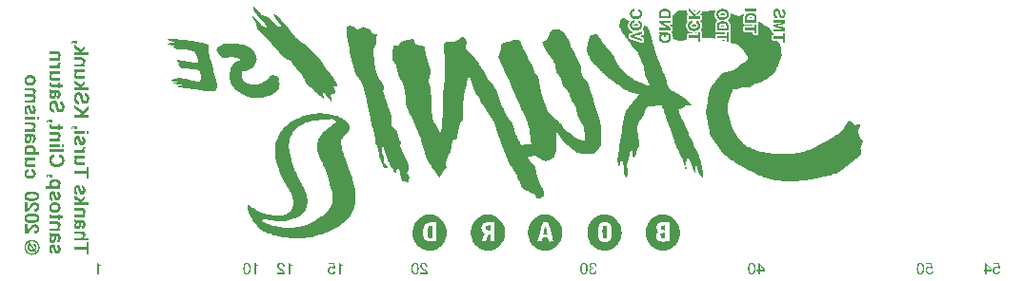
<source format=gbr>
G04 FAB 3000 Version 8.1.41 - Gerber/CAM Software*
G04 RS274-X Output*
%FSLAX35Y35*%
%MIA0B0*%
%MOMM*%
%SFA1.000000B1.000000*%

%IPPOS*%
%ADD10C,1.0000*%
%LNback_silk_fab3000_0*%
%LPD*%
G36*
X-431347Y1941101D02*
G01X-431346Y1941100D01*
X-431346Y1916298*
X-431347Y1916297*
X-491016Y1916297*
X-493555Y1916172*
X-495165Y1915948*
X-496710Y1915609*
X-498185Y1915153*
X-499593Y1914581*
X-500932Y1913887*
X-502200Y1913070*
X-503397Y1912130*
X-504521Y1911063*
X-506020Y1909217*
X-506870Y1907895*
X-507605Y1906500*
X-508225Y1905032*
X-508730Y1903490*
X-509121Y1901875*
X-509565Y1898425*
X-509619Y1896589*
X-509431Y1893414*
X-509196Y1891957*
X-508866Y1890586*
X-508442Y1889303*
X-507925Y1888109*
X-507312Y1887002*
X-505802Y1885052*
X-503912Y1883454*
X-502824Y1882788*
X-501641Y1882210*
X-500362Y1881720*
X-498988Y1881320*
X-497518Y1881008*
X-495952Y1880785*
X-494290Y1880651*
X-492532Y1880606*
X-431347Y1880607*
X-431347Y1880606*
X-431346Y1855940*
X-431347Y1855939*
X-497631Y1855939*
X-500860Y1856030*
X-502417Y1856145*
X-506852Y1856763*
X-506853Y1856764*
X-508253Y1857061*
X-509615Y1857405*
X-510939Y1857794*
X-512221Y1858230*
X-513466Y1858711*
X-514672Y1859237*
X-515840Y1859810*
X-516968Y1860429*
X-516967Y1860430*
X-518056Y1861094*
X-519106Y1861804*
X-520117Y1862561*
X-522023Y1864210*
X-524548Y1867059*
X-525294Y1868086*
X-525991Y1869150*
X-526642Y1870253*
X-527242Y1871392*
X-527795Y1872570*
X-528301Y1873784*
X-528757Y1875035*
X-529166Y1876322*
X-529527Y1877646*
X-529840Y1879006*
X-530104Y1880402*
X-530320Y1881833*
X-530489Y1883300*
X-530609Y1884801*
X-530681Y1886337*
X-530705Y1887908*
X-530531Y1891655*
X-530315Y1893466*
X-530011Y1895233*
X-530011Y1895234*
X-529623Y1896958*
X-529147Y1898639*
X-528586Y1900276*
X-527940Y1901868*
X-527209Y1903416*
X-526393Y1904916*
X-525493Y1906371*
X-524508Y1907780*
X-523439Y1909142*
X-522286Y1910456*
X-521049Y1911722*
X-519729Y1912940*
X-518326Y1914109*
X-516841Y1915229*
X-515274Y1916297*
X-526570Y1916297*
X-526571Y1916298*
X-526571Y1941101*
X-526570Y1941102*
G37*
G36*
X-221060Y1971008D02*
G01X-216678Y1970478D01*
X-214562Y1970109*
X-212497Y1969670*
X-210482Y1969161*
X-208518Y1968582*
X-206604Y1967931*
X-204741Y1967210*
X-202928Y1966417*
X-201166Y1965552*
X-199453Y1964614*
X-197792Y1963604*
X-196181Y1962521*
X-194621Y1961364*
X-193109Y1960134*
X-191649Y1958830*
X-190240Y1957451*
X-188881Y1955997*
X-187572Y1954468*
X-185142Y1951365*
X-184030Y1949740*
X-182986Y1948065*
X-182010Y1946342*
X-181102Y1944571*
X-180262Y1942752*
X-180261Y1942751*
X-178785Y1938975*
X-178148Y1937017*
X-177078Y1932964*
X-176643Y1930871*
X-176276Y1928733*
X-175976Y1926551*
X-175742Y1924328*
X-175577Y1922061*
X-175476Y1919752*
X-175476Y1919751*
X-175443Y1917399*
X-175644Y1911784*
X-175896Y1909072*
X-176249Y1906423*
X-176700Y1903838*
X-177253Y1901317*
X-177906Y1898858*
X-178658Y1896464*
X-179510Y1894133*
X-180462Y1891864*
X-181514Y1889659*
X-182665Y1887517*
X-182666Y1887517*
X-183916Y1885437*
X-185265Y1883419*
X-186714Y1881464*
X-188261Y1879571*
X-189907Y1877741*
X-191652Y1875973*
X-193496Y1874266*
X-197472Y1871128*
X-199570Y1869688*
X-201740Y1868332*
X-203984Y1867063*
X-206300Y1865879*
X-208689Y1864781*
X-211150Y1863769*
X-211150Y1863768*
X-213683Y1862843*
X-216289Y1862006*
X-218967Y1861256*
X-221716Y1860593*
X-224538Y1860016*
X-227432Y1859529*
X-230396Y1859130*
X-233432Y1858819*
X-236540Y1858596*
X-239719Y1858462*
X-242971Y1858418*
X-249356Y1858592*
X-252441Y1858810*
X-255458Y1859114*
X-258401Y1859506*
X-261274Y1859985*
X-261275Y1859985*
X-264077Y1860550*
X-266810Y1861203*
X-269469Y1861943*
X-272058Y1862770*
X-274576Y1863684*
X-277023Y1864685*
X-279400Y1865773*
X-281705Y1866948*
X-283940Y1868210*
X-283940Y1868211*
X-286102Y1869560*
X-288194Y1870996*
X-290215Y1872519*
X-292165Y1874129*
X-295754Y1877556*
X-297401Y1879360*
X-298948Y1881224*
X-300397Y1883150*
X-301748Y1885136*
X-302997Y1887185*
X-304148Y1889295*
X-305200Y1891468*
X-306152Y1893704*
X-307004Y1896002*
X-307757Y1898364*
X-308410Y1900791*
X-308962Y1903281*
X-309415Y1905836*
X-309768Y1908456*
X-310221Y1916709*
X-310073Y1921657*
X-309891Y1924056*
X-309636Y1926402*
X-309308Y1928699*
X-309308Y1928700*
X-308437Y1933139*
X-307894Y1935282*
X-306594Y1939412*
X-305838Y1941400*
X-305011Y1943337*
X-304114Y1945221*
X-303146Y1947054*
X-302109Y1948835*
X-301002Y1950564*
X-299826Y1952240*
X-298581Y1953864*
X-297266Y1955435*
X-294423Y1958412*
X-292928Y1959785*
X-291379Y1961081*
X-289782Y1962301*
X-288135Y1963445*
X-286436Y1964513*
X-284687Y1965506*
X-282887Y1966424*
X-281038Y1967267*
X-279138Y1968036*
X-277188Y1968731*
X-275187Y1969352*
X-273136Y1969901*
X-271034Y1970376*
X-268883Y1970779*
X-266680Y1971110*
X-264428Y1971369*
X-262125Y1971557*
X-262123Y1971556*
X-262123Y1945648*
X-262124Y1945647*
X-264671Y1945356*
X-265896Y1945156*
X-267091Y1944920*
X-269384Y1944339*
X-270484Y1943995*
X-271552Y1943615*
X-272589Y1943201*
X-274571Y1942262*
X-276430Y1941183*
X-278167Y1939964*
X-279782Y1938605*
X-281278Y1937108*
X-282597Y1935486*
X-283771Y1933755*
X-284795Y1931916*
X-285674Y1929970*
X-286059Y1928958*
X-286407Y1927918*
X-286719Y1926853*
X-286993Y1925761*
X-287232Y1924644*
X-287433Y1923500*
X-287599Y1922332*
X-287873Y1918670*
X-287891Y1917400*
X-287763Y1914250*
X-287601Y1912727*
X-287376Y1911239*
X-287085Y1909787*
X-286728Y1908372*
X-286306Y1906992*
X-285820Y1905650*
X-285266Y1904345*
X-284646Y1903078*
X-283960Y1901848*
X-283206Y1900657*
X-282387Y1899505*
X-281498Y1898391*
X-280544Y1897317*
X-279520Y1896284*
X-278429Y1895289*
X-277270Y1894336*
X-276043Y1893423*
X-273461Y1891731*
X-272094Y1890954*
X-270677Y1890222*
X-269209Y1889538*
X-266119Y1888307*
X-264497Y1887762*
X-262824Y1887264*
X-261100Y1886812*
X-259324Y1886408*
X-257496Y1886050*
X-253685Y1885478*
X-251702Y1885263*
X-243244Y1884879*
X-238864Y1884979*
X-232673Y1885504*
X-230711Y1885777*
X-228800Y1886099*
X-226940Y1886470*
X-225131Y1886890*
X-223374Y1887358*
X-221669Y1887874*
X-220015Y1888437*
X-218413Y1889048*
X-216863Y1889706*
X-215365Y1890411*
X-213919Y1891164*
X-212526Y1891962*
X-211186Y1892807*
X-209897Y1893698*
X-207506Y1895643*
X-206410Y1896671*
X-205380Y1897736*
X-204417Y1898839*
X-203520Y1899977*
X-202691Y1901153*
X-201926Y1902367*
X-201229Y1903619*
X-200597Y1904908*
X-200032Y1906234*
X-199534Y1907599*
X-199102Y1909002*
X-198737Y1910444*
X-198439Y1911922*
X-198205Y1913440*
X-198039Y1914997*
X-197940Y1916592*
X-197906Y1918226*
X-198163Y1922777*
X-198483Y1924907*
X-198932Y1926941*
X-199511Y1928877*
X-200215Y1930716*
X-201049Y1932457*
X-202011Y1934101*
X-203103Y1935646*
X-204320Y1937093*
X-205667Y1938441*
X-207144Y1939691*
X-208746Y1940841*
X-210478Y1941891*
X-212338Y1942842*
X-214327Y1943694*
X-216443Y1944445*
X-218688Y1945096*
X-221061Y1945647*
X-221061Y1971007*
G37*
G36*
X9625Y1961775D02*
G01X9626Y1961774D01*
X9626Y1937108*
X9625Y1937107*
X-50044Y1937106*
X-52582Y1936973*
X-54193Y1936735*
X-55737Y1936377*
X-57213Y1935901*
X-58621Y1935305*
X-59959Y1934591*
X-61227Y1933756*
X-62423Y1932803*
X-63547Y1931731*
X-65046Y1929886*
X-65897Y1928564*
X-67253Y1925700*
X-67759Y1924159*
X-68149Y1922546*
X-68593Y1919097*
X-68649Y1917263*
X-68461Y1914086*
X-68225Y1912629*
X-67896Y1911258*
X-67472Y1909977*
X-66955Y1908782*
X-66342Y1907674*
X-64831Y1905724*
X-62942Y1904126*
X-61853Y1903459*
X-60669Y1902881*
X-59390Y1902391*
X-58016Y1901991*
X-56546Y1901679*
X-54980Y1901456*
X-53318Y1901322*
X-51560Y1901277*
X9625Y1901277*
X9626Y1901276*
X9626Y1876610*
X9625Y1876609*
X-56658Y1876609*
X-59888Y1876701*
X-61445Y1876816*
X-64440Y1877182*
X-65879Y1877434*
X-65880Y1877434*
X-67281Y1877731*
X-68643Y1878074*
X-69966Y1878464*
X-71249Y1878899*
X-72494Y1879380*
X-73700Y1879906*
X-74867Y1880479*
X-75995Y1881097*
X-75994Y1881098*
X-77083Y1881762*
X-78133Y1882473*
X-79144Y1883229*
X-81048Y1884878*
X-83575Y1887728*
X-84321Y1888755*
X-85018Y1889820*
X-85668Y1890923*
X-86269Y1892062*
X-86822Y1893240*
X-87329Y1894454*
X-87785Y1895705*
X-88193Y1896993*
X-88554Y1898317*
X-88867Y1899677*
X-89131Y1901073*
X-89348Y1902505*
X-89516Y1903972*
X-89636Y1905473*
X-89709Y1907010*
X-89734Y1908580*
X-89559Y1912328*
X-89342Y1914138*
X-89039Y1915906*
X-89039Y1915907*
X-88649Y1917633*
X-88174Y1919316*
X-87614Y1920954*
X-86968Y1922550*
X-86236Y1924102*
X-85420Y1925609*
X-84520Y1927069*
X-83535Y1928488*
X-82466Y1929858*
X-81312Y1931184*
X-80076Y1932463*
X-78755Y1933694*
X-77352Y1934881*
X-75866Y1936019*
X-74300Y1937108*
X-85597Y1937107*
X-85598Y1937108*
X-85597Y1961774*
X-85596Y1961775*
G37*
G36*
X2138651Y2334603D02*
G01X2165750Y2331613D01*
X2174737Y2330280*
X2183694Y2328778*
X2183695Y2328778*
X2192620Y2327108*
X2201510Y2325271*
X2210361Y2323263*
X2236642Y2316228*
X2253907Y2310692*
X2261164Y2307879*
X2275785Y2301664*
X2283068Y2298241*
X2297390Y2290719*
X2304354Y2286599*
X2311133Y2282226*
X2317690Y2277592*
X2323986Y2272686*
X2329984Y2267495*
X2335645Y2262014*
X2340932Y2256232*
X2345804Y2250137*
X2350224Y2243721*
X2354154Y2236974*
X2357555Y2229884*
X2362618Y2214643*
X2362617Y2214642*
X2361782Y2206616*
X2359959Y2199119*
X2357260Y2192091*
X2353798Y2185468*
X2349685Y2179192*
X2345033Y2173201*
X2339954Y2167431*
X2334557Y2161824*
X2328959Y2156315*
X2317599Y2145353*
X2312061Y2139777*
X2306768Y2134056*
X2301832Y2128128*
X2297364Y2121932*
X2293477Y2115405*
X2290282Y2108488*
X2286418Y2093237*
X2285951Y2081491*
X2286128Y2069839*
X2286902Y2058271*
X2288222Y2046785*
X2292307Y2024039*
X2294974Y2012770*
X2297991Y2001561*
X2301310Y1990413*
X2304882Y1979315*
X2308656Y1968265*
X2312585Y1957259*
X2316620Y1946292*
X2324808Y1924453*
X2328865Y1913571*
X2332830Y1902708*
X2354092Y1842087*
X2361084Y1822416*
X2381295Y1762687*
X2387463Y1742570*
X2393192Y1722362*
X2402951Y1681714*
X2406793Y1661290*
X2409818Y1640813*
X2411934Y1620289*
X2413045Y1599729*
X2413044Y1599728*
X2413056Y1579140*
X2411875Y1558533*
X2409407Y1537916*
X2400235Y1496685*
X2393641Y1478280*
X2385791Y1460694*
X2376761Y1443907*
X2366627Y1427901*
X2355465Y1412658*
X2343353Y1398154*
X2330366Y1384373*
X2316581Y1371296*
X2302074Y1358903*
X2286923Y1347175*
X2271201Y1336091*
X2254990Y1325633*
X2238362Y1315783*
X2221395Y1306521*
X2204164Y1297827*
X2169221Y1282064*
X2134145Y1268343*
X2112019Y1259727*
X2089618Y1252096*
X2066970Y1245426*
X2044103Y1239691*
X2021045Y1234865*
X1997823Y1230925*
X1974471Y1227845*
X1951010Y1225601*
X1927474Y1224167*
X1903891Y1223518*
X1903890Y1223518*
X1880285Y1223630*
X1856688Y1224478*
X1833129Y1226036*
X1809635Y1228281*
X1786234Y1231185*
X1762956Y1234726*
X1739828Y1238877*
X1694136Y1248912*
X1684052Y1251437*
X1674002Y1254190*
X1654080Y1260416*
X1644245Y1263909*
X1634522Y1267666*
X1606192Y1280632*
X1597092Y1285550*
X1597092Y1285551*
X1588195Y1290783*
X1579520Y1296338*
X1571085Y1302227*
X1562908Y1308459*
X1555010Y1315044*
X1547408Y1321991*
X1540120Y1329309*
X1526566Y1345100*
X1520624Y1353161*
X1497461Y1386841*
X1492012Y1395603*
X1486777Y1404494*
X1481793Y1413512*
X1477099Y1422651*
X1472732Y1431910*
X1468732Y1441282*
X1468731Y1441282*
X1465134Y1450768*
X1461981Y1460360*
X1459308Y1470055*
X1457154Y1479852*
X1455558Y1489746*
X1454556Y1499733*
X1454492Y1519972*
X1454494Y1519973*
X1457359Y1518513*
X1460211Y1517005*
X1477083Y1507182*
X1479860Y1505449*
X1488144Y1500156*
X1499102Y1493018*
X1501830Y1491243*
X1518156Y1480753*
X1540662Y1468137*
X1552252Y1462486*
X1564045Y1457264*
X1576024Y1452467*
X1588172Y1448087*
X1600472Y1444120*
X1612908Y1440559*
X1625462Y1437398*
X1638117Y1434632*
X1650856Y1432254*
X1663664Y1430259*
X1676522Y1428641*
X1689415Y1427393*
X1702325Y1426511*
X1715234Y1425988*
X1740987Y1425993*
X1747748Y1426177*
X1754561Y1426727*
X1761395Y1427641*
X1768218Y1428917*
X1774998Y1430549*
X1781703Y1432539*
X1788301Y1434883*
X1794760Y1437577*
X1801049Y1440620*
X1807135Y1444009*
X1812986Y1447741*
X1818570Y1451815*
X1823856Y1456226*
X1828811Y1460973*
X1833403Y1466054*
X1837602Y1471466*
X1841372Y1477206*
X1847509Y1489661*
X1850329Y1497384*
X1852704Y1505224*
X1854638Y1513161*
X1856140Y1521179*
X1857215Y1529256*
X1857871Y1537376*
X1858115Y1545520*
X1857954Y1553671*
X1857394Y1561806*
X1856442Y1569910*
X1855106Y1577963*
X1853391Y1585947*
X1851306Y1593844*
X1848857Y1601635*
X1846051Y1609301*
X1842894Y1616823*
X1839393Y1624184*
X1771201Y1746945*
X1752993Y1784292*
X1744493Y1803203*
X1736472Y1822280*
X1736471Y1822280*
X1728986Y1841529*
X1722093Y1860951*
X1715851Y1880557*
X1710316Y1900349*
X1705544Y1920333*
X1701593Y1940513*
X1698520Y1960895*
X1695236Y2002287*
X1695879Y2023252*
X1698112Y2043943*
X1698112Y2043944*
X1701870Y2064308*
X1707086Y2084289*
X1713694Y2103835*
X1721630Y2122890*
X1730826Y2141403*
X1741218Y2159315*
X1741219Y2159315*
X1752740Y2176577*
X1765324Y2193133*
X1778906Y2208930*
X1793420Y2223910*
X1808800Y2238025*
X1824981Y2251217*
X1841896Y2263433*
X1859479Y2274620*
X1877666Y2284723*
X1915584Y2301459*
X1941140Y2310846*
X1949780Y2313649*
X1958476Y2316289*
X1967223Y2318765*
X1976019Y2321078*
X2002663Y2327036*
X2011619Y2328694*
X2020606Y2330189*
X2029623Y2331521*
X2056809Y2334526*
X2065906Y2335199*
X2084131Y2336053*
X2111414Y2336081*
X2120503Y2335756*
X2129583Y2335263*
G37*
G36*
X2111416Y2336082D02*
G01X2120505Y2335757D01*
X2129585Y2335264*
X2138653Y2334603*
X2165752Y2331614*
X2174739Y2330281*
X2183696Y2328779*
X2192621Y2327109*
X2201511Y2325272*
X2210361Y2323264*
X2236643Y2316229*
X2253907Y2310693*
X2261165Y2307880*
X2275785Y2301665*
X2283068Y2298242*
X2297391Y2290720*
X2304354Y2286600*
X2311133Y2282227*
X2317691Y2277592*
X2323987Y2272686*
X2329985Y2267496*
X2335646Y2262015*
X2340933Y2256233*
X2345805Y2250138*
X2350225Y2243722*
X2354155Y2236974*
X2357556Y2229885*
X2362619Y2214643*
X2361783Y2206617*
X2359960Y2199121*
X2357261Y2192092*
X2353799Y2185470*
X2349686Y2179194*
X2345034Y2173202*
X2339954Y2167433*
X2334558Y2161825*
X2328960Y2156317*
X2317599Y2145355*
X2312062Y2139779*
X2306769Y2134058*
X2301833Y2128130*
X2297365Y2121933*
X2293478Y2115407*
X2290283Y2108490*
X2286419Y2093239*
X2285952Y2081493*
X2286129Y2069839*
X2286903Y2058272*
X2288223Y2046786*
X2292308Y2024040*
X2294975Y2012770*
X2297992Y2001562*
X2301311Y1990413*
X2304883Y1979316*
X2308657Y1968266*
X2312586Y1957260*
X2316621Y1946293*
X2324809Y1924453*
X2328866Y1913572*
X2332831Y1902709*
X2354093Y1842088*
X2361085Y1822417*
X2381296Y1762688*
X2387464Y1742571*
X2393193Y1722363*
X2402952Y1681715*
X2406794Y1661291*
X2409819Y1640814*
X2411935Y1620290*
X2413045Y1599730*
X2413057Y1579142*
X2411876Y1558535*
X2409408Y1537918*
X2400236Y1496687*
X2393642Y1478282*
X2385792Y1460696*
X2376762Y1443909*
X2366628Y1427903*
X2355466Y1412659*
X2343354Y1398156*
X2330367Y1384375*
X2316582Y1371298*
X2302075Y1358905*
X2286924Y1347176*
X2271203Y1336093*
X2254991Y1325635*
X2238363Y1315785*
X2221396Y1306523*
X2204165Y1297828*
X2169222Y1282066*
X2134146Y1268346*
X2112020Y1259730*
X2089620Y1252099*
X2066972Y1245429*
X2044104Y1239693*
X2021046Y1234868*
X1997825Y1230928*
X1974472Y1227848*
X1951012Y1225604*
X1927476Y1224170*
X1903892Y1223521*
X1880287Y1223633*
X1856690Y1224481*
X1833131Y1226039*
X1809637Y1228283*
X1786236Y1231188*
X1762958Y1234729*
X1739830Y1238880*
X1694139Y1248915*
X1684054Y1251440*
X1674004Y1254193*
X1654082Y1260419*
X1644248Y1263911*
X1634524Y1267669*
X1606194Y1280635*
X1597094Y1285553*
X1588197Y1290785*
X1579522Y1296340*
X1571087Y1302229*
X1562910Y1308461*
X1555012Y1315045*
X1547410Y1321992*
X1540122Y1329311*
X1526568Y1345102*
X1520626Y1353163*
X1497463Y1386843*
X1492014Y1395605*
X1486779Y1404496*
X1481795Y1413514*
X1477101Y1422653*
X1472734Y1431912*
X1468734Y1441284*
X1465137Y1450769*
X1461984Y1460361*
X1459311Y1470057*
X1457157Y1479854*
X1455561Y1489748*
X1454559Y1499734*
X1454495Y1519974*
X1457360Y1518513*
X1460212Y1517006*
X1477084Y1507183*
X1479861Y1505450*
X1488145Y1500157*
X1499103Y1493019*
X1501831Y1491244*
X1518157Y1480754*
X1540663Y1468138*
X1552253Y1462486*
X1564046Y1457265*
X1576025Y1452467*
X1588173Y1448088*
X1600473Y1444121*
X1612909Y1440560*
X1625463Y1437399*
X1638118Y1434633*
X1650858Y1432255*
X1663666Y1430260*
X1676524Y1428642*
X1689417Y1427394*
X1702327Y1426512*
X1715236Y1425988*
X1740989Y1425994*
X1747750Y1426178*
X1754563Y1426728*
X1761397Y1427642*
X1768220Y1428917*
X1775000Y1430550*
X1781705Y1432540*
X1788303Y1434884*
X1794762Y1437578*
X1801051Y1440621*
X1807137Y1444010*
X1812988Y1447742*
X1818572Y1451815*
X1823858Y1456227*
X1828813Y1460974*
X1833405Y1466055*
X1837604Y1471467*
X1841375Y1477207*
X1847512Y1489661*
X1850332Y1497385*
X1852707Y1505225*
X1854641Y1513162*
X1856143Y1521180*
X1857218Y1529258*
X1857874Y1537378*
X1858118Y1545522*
X1857957Y1553672*
X1857397Y1561807*
X1856445Y1569912*
X1855109Y1577965*
X1853394Y1585949*
X1851309Y1593846*
X1848860Y1601637*
X1846053Y1609303*
X1842896Y1616825*
X1839395Y1624186*
X1771203Y1746947*
X1752995Y1784293*
X1744495Y1803205*
X1736474Y1822282*
X1728989Y1841530*
X1722096Y1860953*
X1715854Y1880559*
X1710319Y1900351*
X1705547Y1920334*
X1701596Y1940515*
X1698523Y1960897*
X1695239Y2002289*
X1695882Y2023254*
X1698115Y2043945*
X1701873Y2064309*
X1707089Y2084290*
X1713697Y2103836*
X1721633Y2122891*
X1730829Y2141403*
X1741221Y2159316*
X1752742Y2176578*
X1765326Y2193134*
X1778908Y2208930*
X1793422Y2223911*
X1808802Y2238026*
X1824983Y2251218*
X1841897Y2263434*
X1859481Y2274621*
X1877668Y2284723*
X1915586Y2301460*
X1941142Y2310847*
X1949782Y2313649*
X1958478Y2316289*
X1967225Y2318766*
X1976021Y2321079*
X2002665Y2327037*
X2011621Y2328695*
X2020608Y2330190*
X2029625Y2331521*
X2056811Y2334527*
X2065908Y2335200*
X2084133Y2336053*
G37*
G36*
X4192330Y3087659D02*
G01X4198224Y3087046D01*
X4204160Y3086156*
X4204161Y3086156*
X4221766Y3082409*
X4227418Y3080990*
X4232885Y3079582*
X4238120Y3078244*
X4243081Y3077032*
X4251454Y3069423*
X4255439Y3065417*
X4263049Y3057051*
X4266694Y3052713*
X4270247Y3048286*
X4277117Y3039210*
X4280451Y3034581*
X4283731Y3029907*
X4286968Y3025197*
X4290170Y3020462*
X4293349Y3015715*
X4296513Y3010963*
X4309224Y2992144*
X4313537Y2985434*
X4315150Y2981902*
X4316457Y2978270*
X4317507Y2974556*
X4318344Y2970773*
X4319012Y2966938*
X4319560Y2963066*
X4320468Y2955272*
X4320919Y2951380*
X4321430Y2947512*
X4322044Y2943683*
X4322808Y2939911*
X4323767Y2936206*
X4324967Y2932587*
X4326451Y2929069*
X4328266Y2925667*
X4330457Y2922397*
X4363702Y2864946*
X4368197Y2856651*
X4372631Y2848332*
X4385576Y2823222*
X4389774Y2814799*
X4402038Y2789359*
X4406017Y2780819*
X4416961Y2756475*
X4418062Y2752810*
X4418894Y2749098*
X4419492Y2745344*
X4419888Y2741559*
X4420116Y2737743*
X4420116Y2737742*
X4420023Y2722311*
X4419915Y2718441*
X4419926Y2706896*
X4420154Y2703087*
X4420548Y2699308*
X4421144Y2695566*
X4421974Y2691865*
X4428989Y2677837*
X4432905Y2671044*
X4437035Y2664368*
X4450319Y2644828*
X4472983Y2612564*
X4477226Y2605960*
X4481278Y2599252*
X4485098Y2592421*
X4488643Y2585444*
X4491876Y2578299*
X4494752Y2570964*
X4497234Y2563417*
X4514409Y2507766*
X4518666Y2493821*
X4527141Y2465904*
X4531363Y2451936*
X4585022Y2273413*
X4587903Y2260792*
X4590226Y2248102*
X4592049Y2235350*
X4593421Y2222543*
X4594393Y2209685*
X4594392Y2209684*
X4593678Y2053826*
X4581608Y2034555*
X4578413Y2029758*
X4575134Y2024998*
X4571759Y2020289*
X4564710Y2011081*
X4561017Y2006610*
X4557202Y2002247*
X4553258Y1998006*
X4549181Y1993901*
X4544961Y1989947*
X4540590Y1986159*
X4536062Y1982548*
X4531370Y1979132*
X4526507Y1975922*
X4521465Y1972935*
X4521465Y1972934*
X4507293Y1972152*
X4500167Y1971902*
X4500166Y1971902*
X4485845Y1971707*
X4464256Y1972258*
X4457048Y1972687*
X4449834Y1973247*
X4442625Y1973944*
X4435421Y1974783*
X4413884Y1978202*
X4399622Y1981285*
X4392532Y1983085*
X4385473Y1985060*
X4385474Y1985061*
X4375628Y1991031*
X4370799Y1994173*
X4366025Y1997406*
X4347403Y2011079*
X4342842Y2014636*
X4338309Y2018231*
X4333801Y2021854*
X4329313Y2025499*
X4324841Y2029153*
X4320379Y2032808*
X4315923Y2036456*
X4311469Y2040088*
X4298072Y2050795*
X4284366Y2061690*
X4278029Y2067601*
X4271997Y2073785*
X4266245Y2080217*
X4250378Y2100724*
X4245462Y2107876*
X4240687Y2115142*
X4226918Y2137359*
X4222424Y2144818*
X4217930Y2152255*
X4213411Y2159650*
X4208838Y2166971*
X4204182Y2174195*
X4199419Y2181292*
X4197000Y2157169*
X4196491Y2145013*
X4196332Y2132811*
X4198005Y2059353*
X4198005Y2059352*
X4197924Y2047183*
X4197512Y2035067*
X4196685Y2023018*
X4195357Y2011047*
X4193440Y1999169*
X4190855Y1987394*
X4187511Y1975735*
X4183324Y1964206*
X4178210Y1952816*
X4172685Y1945879*
X4169648Y1942712*
X4166443Y1939731*
X4163087Y1936930*
X4159589Y1934298*
X4155962Y1931827*
X4152222Y1929505*
X4148378Y1927327*
X4144445Y1925281*
X4140433Y1923359*
X4136358Y1921552*
X4128064Y1918245*
X4128064Y1918244*
X4123871Y1916724*
X4107090Y1911336*
X4107089Y1911336*
X4095118Y1914165*
X4089317Y1916003*
X4083619Y1918092*
X4078023Y1920411*
X4072514Y1922932*
X4067082Y1925636*
X4051162Y1934608*
X4051162Y1934609*
X4045945Y1937808*
X4040757Y1941074*
X4035589Y1944383*
X4014906Y1957585*
X4009684Y1960762*
X4004422Y1963841*
X3998015Y1961589*
X3994833Y1960446*
X3991660Y1959295*
X3988497Y1958141*
X3982179Y1955838*
X3972698Y1952450*
X3969525Y1951354*
X3966341Y1950281*
X3963142Y1949235*
X3959927Y1948218*
X3956693Y1947237*
X3953438Y1946291*
X3950158Y1945389*
X3943515Y1943722*
X3948471Y1935574*
X3956492Y1923909*
X3959306Y1920152*
X3968118Y1909209*
X3971163Y1905657*
X3974259Y1902145*
X3977399Y1898668*
X3983798Y1891804*
X3987049Y1888408*
X3990330Y1885029*
X3993636Y1881664*
X3996963Y1878308*
X4000308Y1874955*
X4007242Y1855242*
X4019194Y1814881*
X4030490Y1774095*
X4033478Y1763948*
X4036603Y1753852*
X4039901Y1743822*
X4043408Y1733873*
X4047157Y1724021*
X4051187Y1714283*
X4055531Y1704671*
X4060225Y1695204*
X4065307Y1685893*
X4069312Y1677792*
X4075407Y1665322*
X4077343Y1661090*
X4079180Y1656825*
X4080890Y1652528*
X4082443Y1648204*
X4083807Y1643851*
X4084954Y1639476*
X4085853Y1635079*
X4086475Y1630662*
X4086789Y1626229*
X4086789Y1626228*
X4086767Y1621780*
X4086377Y1617321*
X4085590Y1612852*
X4084376Y1608376*
X4082705Y1603896*
X4077916Y1597913*
X4075339Y1595207*
X4072645Y1592693*
X4069847Y1590379*
X4066944Y1588264*
X4063947Y1586354*
X4060859Y1584654*
X4057689Y1583165*
X4054441Y1581892*
X4054441Y1581891*
X4051121Y1580838*
X4047735Y1580009*
X4044293Y1579404*
X4040796Y1579031*
X4037254Y1578891*
X4037253Y1578891*
X4033668Y1578990*
X4030050Y1579329*
X4026404Y1579913*
X4022735Y1580745*
X4022735Y1580746*
X4015393Y1596062*
X4013630Y1599893*
X4010071Y1607550*
X4009162Y1609465*
X4005387Y1617123*
X3995035Y1617933*
X3990209Y1619108*
X3985572Y1620704*
X3981095Y1622660*
X3976749Y1624907*
X3972501Y1627379*
X3972501Y1627380*
X3968321Y1630010*
X3947366Y1643226*
X3942947Y1645419*
X3938383Y1647306*
X3933641Y1648820*
X3928689Y1649897*
X3923498Y1650470*
X3918037Y1650474*
X3918037Y1650475*
X3903444Y1665653*
X3897116Y1673830*
X3891339Y1682345*
X3886049Y1691156*
X3881175Y1700225*
X3876648Y1709511*
X3872402Y1718975*
X3864475Y1738272*
X3860657Y1748026*
X3856846Y1757798*
X3852972Y1767544*
X3848968Y1777226*
X3840293Y1796241*
X3835485Y1805493*
X3830275Y1814518*
X3824589Y1823281*
X3819456Y1831752*
X3816694Y1835868*
X3807888Y1847886*
X3804852Y1851830*
X3795761Y1863657*
X3792808Y1867642*
X3787148Y1875760*
X3784486Y1879918*
X3781966Y1884160*
X3779609Y1888501*
X3777436Y1892953*
X3775473Y1897529*
X3775472Y1897529*
X3773738Y1902242*
X3723910Y2029814*
X3716855Y2048113*
X3696081Y2103194*
X3689329Y2121625*
X3682686Y2140098*
X3663540Y2195798*
X3645850Y2251988*
X3628165Y2277141*
X3538279Y2421733*
X3530456Y2435122*
X3507046Y2475233*
X3499231Y2488551*
X3491393Y2501826*
X3481228Y2519376*
X3476670Y2528364*
X3468418Y2546693*
X3468417Y2546693*
X3444873Y2612991*
X3441709Y2622537*
X3438489Y2632056*
X3435175Y2641538*
X3431733Y2650963*
X3428127Y2660317*
X3424317Y2669587*
X3420274Y2678757*
X3414495Y2658829*
X3411825Y2648805*
X3409281Y2638748*
X3402290Y2608419*
X3400128Y2598270*
X3398029Y2588109*
X3395978Y2577937*
X3393962Y2567761*
X3388000Y2537245*
X3385997Y2527090*
X3379753Y2496736*
X3377551Y2486668*
X3373683Y2465846*
X3372366Y2455393*
X3371396Y2444916*
X3370731Y2434419*
X3370323Y2423906*
X3370631Y2329154*
X3370267Y2318677*
X3369652Y2308224*
X3368743Y2297798*
X3367493Y2287402*
X3366461Y2281997*
X3365490Y2279551*
X3364265Y2277245*
X3362827Y2275059*
X3361214Y2272972*
X3359464Y2270960*
X3357618Y2269005*
X3355713Y2267084*
X3353789Y2265173*
X3351884Y2263254*
X3350038Y2261302*
X3348286Y2259298*
X3346671Y2257220*
X3345231Y2255046*
X3344004Y2252755*
X3343029Y2250324*
X3342345Y2247732*
X3341991Y2244959*
X3320051Y2138110*
X3318622Y2130977*
X3314559Y2109501*
X3314559Y2109500*
X3311043Y2108540*
X3309284Y2108059*
X3307523Y2107573*
X3305762Y2107084*
X3304000Y2106592*
X3302237Y2106091*
X3300475Y2105585*
X3298711Y2105072*
X3288130Y2101774*
X3286367Y2101179*
X3284604Y2100569*
X3282843Y2099943*
X3281082Y2099300*
X3276916Y2083047*
X3267067Y2039678*
X3265951Y2034251*
X3264859Y2028824*
X3263789Y2023395*
X3260709Y2007097*
X3258755Y1996222*
X3251010Y1982378*
X3234979Y1953893*
X3231235Y1946611*
X3227727Y1939265*
X3224520Y1931857*
X3221677Y1924389*
X3219264Y1916860*
X3217345Y1909272*
X3215986Y1901625*
X3215249Y1893920*
X3215203Y1886160*
X3215909Y1878343*
X3217433Y1870469*
X3219840Y1862542*
X3223195Y1854563*
X3223195Y1854562*
X3214212Y1846334*
X3209960Y1842032*
X3205858Y1837611*
X3201899Y1833076*
X3198080Y1828435*
X3187387Y1813912*
X3184057Y1808893*
X3180833Y1803790*
X3177711Y1798613*
X3174683Y1793367*
X3163389Y1771787*
X3160739Y1766272*
X3158146Y1760718*
X3158145Y1760718*
X3148240Y1780288*
X3142691Y1789721*
X3136816Y1798962*
X3130669Y1808045*
X3124304Y1817000*
X3117775Y1825859*
X3111139Y1834657*
X3097753Y1852195*
X3091113Y1860999*
X3084580Y1869871*
X3078209Y1878841*
X3072054Y1887943*
X3066168Y1897208*
X3060608Y1906671*
X3055424Y1916360*
X3050674Y1926312*
X3046410Y1936555*
X3046409Y1936555*
X3039134Y1958300*
X3032079Y1980095*
X3028617Y1991009*
X3021783Y2012854*
X3004906Y2067514*
X3001509Y2078439*
X2998088Y2089359*
X2994636Y2100272*
X2991145Y2111174*
X2980369Y2143811*
X2968094Y2172964*
X2961692Y2187424*
X2955150Y2201823*
X2914462Y2287522*
X2887931Y2344825*
X2881618Y2359274*
X2858450Y2417905*
X2858449Y2417905*
X2857251Y2435869*
X2855480Y2499687*
X2854955Y2508780*
X2854234Y2517837*
X2853270Y2526846*
X2852021Y2535797*
X2850445Y2544678*
X2848497Y2553480*
X2846135Y2562191*
X2843313Y2570801*
X2839991Y2579298*
X2821334Y2619660*
X2803798Y2660067*
X2803797Y2660067*
X2794423Y2684748*
X2791570Y2693072*
X2788876Y2701455*
X2786351Y2709898*
X2784012Y2718405*
X2781871Y2726983*
X2779941Y2735635*
X2778236Y2744367*
X2776541Y2752479*
X2775421Y2756397*
X2774133Y2760231*
X2772692Y2763988*
X2771106Y2767676*
X2769387Y2771298*
X2767549Y2774864*
X2765602Y2778380*
X2763557Y2781850*
X2761426Y2785283*
X2759221Y2788683*
X2756954Y2792059*
X2754634Y2795417*
X2752276Y2798763*
X2742677Y2812159*
X2742676Y2812160*
X2742173Y2826275*
X2741202Y2847581*
X2740689Y2868903*
X2740759Y2875987*
X2741000Y2883047*
X2741441Y2890079*
X2742115Y2897076*
X2743045Y2904033*
X2744268Y2910944*
X2744269Y2910945*
X2745811Y2917804*
X2747704Y2924604*
X2749976Y2931340*
X2752660Y2938006*
X2755782Y2944596*
X2755783Y2944596*
X2759930Y2943981*
X2761981Y2943672*
X2764018Y2943361*
X2766041Y2943047*
X2774017Y2941777*
X2777944Y2941134*
X2779897Y2940811*
X2781840Y2940487*
X2783779Y2940162*
X2793401Y2938525*
X2799083Y2950058*
X2799911Y2951731*
X2800746Y2953406*
X2805944Y2963415*
X2808705Y2968329*
X2808706Y2968329*
X2809657Y2969944*
X2821453Y2975843*
X2827505Y2978466*
X2833645Y2980884*
X2839868Y2983108*
X2846163Y2985146*
X2878410Y2992894*
X2884950Y2994022*
X2891501Y2995034*
X2911123Y2997453*
X2917623Y2998087*
X2924088Y2998650*
X2930510Y2999154*
X2930511Y2999154*
X2932432Y2993720*
X2933369Y2991006*
X2936085Y2982869*
X2942808Y2961191*
X2945197Y2953052*
X2945984Y2950336*
X2946767Y2947618*
X2955115Y2946935*
X2959288Y2946540*
X2984239Y2943420*
X2988375Y2942778*
X2992499Y2942102*
X2996614Y2941392*
X3000720Y2940649*
X3004811Y2939873*
X3025050Y2935502*
X3032276Y2901650*
X3034155Y2893196*
X3036069Y2884746*
X3038020Y2876302*
X3040015Y2867865*
X3055436Y2809081*
X3057888Y2800734*
X3060412Y2792401*
X3063012Y2784085*
X3065690Y2775787*
X3070656Y2760617*
X3072546Y2752928*
X3074062Y2745179*
X3075224Y2737381*
X3076046Y2729536*
X3076546Y2721656*
X3076741Y2713749*
X3076741Y2713748*
X3076649Y2705819*
X3076286Y2697878*
X3075669Y2689931*
X3074815Y2681986*
X3073741Y2674052*
X3072463Y2666136*
X3071001Y2658245*
X3069371Y2650390*
X3063632Y2627094*
X3065121Y2615359*
X3065986Y2609528*
X3066914Y2603718*
X3076342Y2551852*
X3077303Y2546083*
X3081006Y2516987*
X3084835Y2490047*
X3086126Y2476521*
X3087086Y2462964*
X3087780Y2449384*
X3088271Y2435786*
X3089481Y2381335*
X3089915Y2367738*
X3090529Y2354158*
X3091387Y2340602*
X3092553Y2327077*
X3094091Y2313589*
X3096065Y2300143*
X3098537Y2286745*
X3101574Y2273401*
X3105238Y2260119*
X3114219Y2249662*
X3118473Y2244268*
X3126532Y2233181*
X3147599Y2197923*
X3150722Y2191815*
X3153750Y2185656*
X3156690Y2179452*
X3159548Y2173209*
X3162331Y2166929*
X3165043Y2160624*
X3167693Y2154293*
X3170286Y2147950*
X3179711Y2239533*
X3180976Y2252624*
X3182178Y2265716*
X3183302Y2278809*
X3184335Y2291902*
X3185264Y2304997*
X3187835Y2370483*
X3187835Y2383583*
X3187633Y2396681*
X3188136Y2441588*
X3189132Y2463982*
X3190513Y2486343*
X3192210Y2508676*
X3198384Y2575558*
X3204549Y2642372*
X3206237Y2664652*
X3207611Y2686944*
X3208402Y2776344*
X3207032Y2798776*
X3204880Y2821252*
X3205278Y2835610*
X3204919Y2842786*
X3204264Y2849961*
X3203375Y2857133*
X3199874Y2878620*
X3198624Y2885771*
X3197429Y2892913*
X3194762Y2914287*
X3194374Y2921391*
X3194332Y2928483*
X3194697Y2935561*
X3195526Y2942625*
X3195526Y2942626*
X3196877Y2949676*
X3198809Y2956711*
X3198810Y2956711*
X3205271Y2966975*
X3209201Y2970621*
X3213539Y2973409*
X3218241Y2975443*
X3223262Y2976820*
X3228556Y2977642*
X3234082Y2978012*
X3239793Y2978028*
X3245645Y2977794*
X3251595Y2977407*
X3257597Y2976969*
X3263608Y2976584*
X3269582Y2976347*
X3275477Y2976365*
X3281246Y2976734*
X3286846Y2977557*
X3292233Y2978935*
X3297362Y2980968*
X3305202Y2983552*
X3308998Y2985078*
X3316340Y2988562*
X3319887Y2990511*
X3323347Y2992589*
X3330018Y2997111*
X3333226Y2999542*
X3336350Y3002079*
X3339388Y3004717*
X3342341Y3007446*
X3345207Y3010265*
X3347989Y3013165*
X3350684Y3016143*
X3355812Y3022299*
X3358246Y3025469*
X3358247Y3025469*
X3362831Y3021363*
X3365178Y3019321*
X3369936Y3015232*
X3372329Y3013174*
X3374719Y3011100*
X3381784Y3004732*
X3384072Y3002542*
X3386313Y3000309*
X3388495Y2998029*
X3390612Y2995696*
X3392653Y2993305*
X3394609Y2990851*
X3396471Y2988326*
X3398230Y2985728*
X3399878Y2983051*
X3399878Y2983050*
X3399477Y2975694*
X3399212Y2972018*
X3398209Y2960988*
X3397819Y2957312*
X3394781Y2931613*
X3394355Y2927947*
X3393550Y2920621*
X3392843Y2913302*
X3403142Y2902828*
X3408305Y2897622*
X3413470Y2892431*
X3418634Y2887249*
X3423793Y2882068*
X3428941Y2876883*
X3434073Y2871689*
X3439188Y2866478*
X3474098Y2829045*
X3478907Y2823490*
X3483657Y2817862*
X3488346Y2812160*
X3509477Y2781572*
X3514581Y2773791*
X3519619Y2765963*
X3524596Y2758092*
X3529515Y2750182*
X3539194Y2734255*
X3543960Y2726246*
X3580802Y2661538*
X3589399Y2647822*
X3609101Y2621821*
X3614305Y2615474*
X3619538Y2609138*
X3634991Y2589952*
X3639921Y2583415*
X3644671Y2576765*
X3649200Y2569977*
X3653465Y2563027*
X3657425Y2555891*
X3661039Y2548542*
X3664264Y2540958*
X3677868Y2503904*
X3683231Y2489233*
X3717007Y2401622*
X3723226Y2387295*
X3743584Y2345223*
X3751053Y2331575*
X3758921Y2318152*
X3767223Y2304976*
X3775993Y2292068*
X3785266Y2279452*
X3795076Y2267147*
X3800907Y2257969*
X3803407Y2253206*
X3805663Y2248337*
X3820819Y2196307*
X3822183Y2191004*
X3825179Y2180477*
X3826861Y2175276*
X3828706Y2170132*
X3834060Y2157471*
X3836889Y2151201*
X3839805Y2144963*
X3845864Y2132565*
X3852160Y2120240*
X3855371Y2114091*
X3858613Y2107943*
X3868423Y2089467*
X3871690Y2083279*
X3874938Y2077069*
X3887558Y2051900*
X3896283Y2054693*
X3900692Y2055855*
X3905126Y2056880*
X3909583Y2057782*
X3914060Y2058572*
X3918554Y2059265*
X3927587Y2060417*
X3932117Y2060902*
X3936654Y2061345*
X3945737Y2062156*
X3950277Y2062554*
X3954812Y2062962*
X3959339Y2063396*
X3963857Y2063870*
X3968361Y2064397*
X3972849Y2064991*
X3971622Y2084878*
X3970337Y2104888*
X3969617Y2114916*
X3960949Y2184606*
X3958918Y2194374*
X3954030Y2213668*
X3951128Y2223176*
X3947888Y2232577*
X3944292Y2241863*
X3940311Y2251025*
X3913636Y2313568*
X3900226Y2344817*
X3886772Y2376047*
X3873280Y2407260*
X3859753Y2438457*
X3818996Y2531940*
X3791715Y2594171*
X3778054Y2625259*
X3764384Y2656327*
X3750707Y2687378*
X3682375Y2842335*
X3682374Y2842336*
X3686195Y2853285*
X3688076Y2858779*
X3689921Y2864288*
X3691718Y2869814*
X3693453Y2875357*
X3695114Y2880919*
X3696689Y2886501*
X3701872Y2909050*
X3702825Y2914747*
X3703616Y2920472*
X3704233Y2926226*
X3704663Y2932009*
X3704893Y2937823*
X3704909Y2943669*
X3704701Y2949548*
X3704702Y2949548*
X3712195Y2956076*
X3716248Y2958748*
X3720477Y2961079*
X3724864Y2963108*
X3729386Y2964874*
X3734022Y2966417*
X3738753Y2967778*
X3743557Y2968994*
X3758203Y2972174*
X3763094Y2973209*
X3777505Y2976796*
X3782152Y2978283*
X3786686Y2979983*
X3791087Y2981934*
X3799164Y2985655*
X3803247Y2987192*
X3807355Y2988525*
X3811488Y2989669*
X3815642Y2990635*
X3819811Y2991433*
X3823998Y2992076*
X3828198Y2992575*
X3832408Y2992940*
X3836626Y2993183*
X3845073Y2993354*
X3857740Y2992985*
X3861949Y2992742*
X3870336Y2992144*
X3870337Y2992144*
X3880307Y2970213*
X3885113Y2959147*
X3889841Y2948037*
X3903859Y2914615*
X3908577Y2903503*
X3939466Y2838329*
X3945326Y2827881*
X3951471Y2817596*
X3957930Y2807493*
X3964733Y2797590*
X3971911Y2787903*
X3978604Y2778509*
X3981293Y2773504*
X3983622Y2768328*
X3985654Y2763016*
X3987448Y2757598*
X3990563Y2746554*
X3993450Y2735438*
X3994959Y2729927*
X3998409Y2719148*
X4000471Y2713939*
X4002839Y2708891*
X4005571Y2704033*
X4008729Y2699396*
X4012373Y2695008*
X4016564Y2690900*
X4024839Y2682725*
X4028261Y2678282*
X4031254Y2673628*
X4033858Y2668783*
X4036108Y2663764*
X4038042Y2658593*
X4039698Y2653291*
X4041114Y2647874*
X4043368Y2636780*
X4045873Y2619784*
X4046623Y2614103*
X4047394Y2608446*
X4048220Y2602832*
X4049141Y2597281*
X4050194Y2591816*
X4053218Y2568061*
X4057717Y2544721*
X4060451Y2533189*
X4063471Y2521740*
X4066748Y2510367*
X4081891Y2465505*
X4086047Y2454412*
X4090294Y2443356*
X4094607Y2432329*
X4098957Y2421323*
X4103318Y2410333*
X4107661Y2399352*
X4111958Y2388374*
X4116183Y2377390*
X4121321Y2364068*
X4124552Y2357912*
X4128170Y2352053*
X4132139Y2346460*
X4136419Y2341104*
X4140969Y2335954*
X4145753Y2330980*
X4150731Y2326153*
X4155863Y2321440*
X4161110Y2316814*
X4197801Y2284300*
X4202568Y2279275*
X4215052Y2268862*
X4220658Y2263104*
X4225915Y2257050*
X4230886Y2250756*
X4235626Y2244272*
X4257939Y2210891*
X4262534Y2204395*
X4267310Y2198085*
X4272325Y2192014*
X4277639Y2186234*
X4283311Y2180800*
X4289397Y2175764*
X4295957Y2171181*
X4303051Y2167101*
X4317967Y2158166*
X4339916Y2143185*
X4347196Y2138013*
X4369208Y2122825*
X4376667Y2118074*
X4384217Y2113578*
X4391882Y2109402*
X4399679Y2105606*
X4407629Y2102248*
X4415751Y2099394*
X4424064Y2097100*
X4432585Y2095429*
X4441340Y2094445*
X4450344Y2094203*
X4453490Y2106688*
X4454360Y2112927*
X4454814Y2119165*
X4454897Y2125400*
X4454647Y2131634*
X4454109Y2137867*
X4453324Y2144097*
X4452332Y2150327*
X4451178Y2156556*
X4444401Y2187685*
X4443138Y2193907*
X4442003Y2200131*
X4441038Y2206353*
X4440286Y2212577*
X4433119Y2230246*
X4424821Y2247656*
X4420401Y2256302*
X4393841Y2308336*
X4389973Y2317180*
X4386425Y2326114*
X4386424Y2326114*
X4383256Y2335155*
X4380529Y2344316*
X4378304Y2353615*
X4376640Y2363068*
X4375596Y2372686*
X4375236Y2382490*
X4369670Y2395616*
X4366410Y2402002*
X4362901Y2408294*
X4359195Y2414515*
X4355342Y2420682*
X4347402Y2432931*
X4343419Y2439055*
X4339493Y2445201*
X4335678Y2451393*
X4332025Y2457648*
X4328586Y2463986*
X4325409Y2470427*
X4322549Y2476991*
X4322548Y2476991*
X4320054Y2483696*
X4317980Y2490562*
X4316375Y2497610*
X4315292Y2504857*
X4313441Y2513950*
X4311904Y2518194*
X4310008Y2522264*
X4307798Y2526174*
X4305310Y2529946*
X4302582Y2533594*
X4299656Y2537142*
X4296570Y2540603*
X4293364Y2543999*
X4290075Y2547346*
X4286745Y2550663*
X4283412Y2553970*
X4280116Y2557283*
X4276896Y2560622*
X4273791Y2564004*
X4270840Y2567446*
X4268083Y2570970*
X4265559Y2574592*
X4259518Y2581885*
X4256983Y2585731*
X4254734Y2589690*
X4252743Y2593753*
X4250982Y2597906*
X4250981Y2597906*
X4249420Y2602135*
X4248032Y2606430*
X4246790Y2610774*
X4245663Y2615158*
X4244623Y2619569*
X4243644Y2623991*
X4241748Y2632825*
X4240777Y2637212*
X4239752Y2641559*
X4238644Y2645857*
X4237426Y2650089*
X4236070Y2654248*
X4230510Y2662249*
X4228551Y2664832*
X4226553Y2667382*
X4224522Y2669900*
X4220391Y2674864*
X4218307Y2677320*
X4207969Y2689497*
X4205971Y2691945*
X4204013Y2694407*
X4202103Y2696887*
X4200246Y2699391*
X4198453Y2701923*
X4198452Y2701923*
X4196834Y2710600*
X4196213Y2715003*
X4192354Y2750638*
X4191627Y2755016*
X4190761Y2759348*
X4189730Y2763627*
X4188508Y2767843*
X4187070Y2771989*
X4185392Y2776055*
X4183445Y2780033*
X4181206Y2783914*
X4169306Y2803220*
X4150623Y2831823*
X4144296Y2841324*
X4107456Y2898993*
X4101791Y2908858*
X4096344Y2918833*
X4086228Y2939178*
X4081620Y2949579*
X4077353Y2960150*
X4077352Y2960150*
X4073457Y2970909*
X4073459Y2970910*
X4083534Y2976853*
X4086140Y2978261*
X4088758Y2979658*
X4091379Y2981057*
X4099157Y2985384*
X4101685Y2986909*
X4104164Y2988491*
X4106582Y2990145*
X4108928Y2991882*
X4111194Y2993713*
X4113367Y2995648*
X4115438Y2997701*
X4117395Y2999881*
X4119229Y3002202*
X4128182Y3026156*
X4129394Y3029608*
X4130620Y3033054*
X4134465Y3043296*
X4135835Y3046661*
X4137266Y3049995*
X4138769Y3053292*
X4140350Y3056547*
X4142021Y3059753*
X4143791Y3062909*
X4143792Y3062909*
X4145671Y3066007*
X4152130Y3075757*
X4156057Y3079414*
X4160387Y3082337*
X4165078Y3084583*
X4170082Y3086209*
X4175354Y3087271*
X4180850Y3087830*
X4186524Y3087940*
G37*
G36*
X4238121Y3078244D02*
G01X4232885Y3079584D01*
X4227419Y3080991*
X4221767Y3082409*
X4204162Y3086157*
X4198226Y3087047*
X4192332Y3087660*
X4186526Y3087941*
X4180852Y3087831*
X4175356Y3087272*
X4170084Y3086209*
X4165080Y3084584*
X4160389Y3082338*
X4156059Y3079415*
X4152132Y3075757*
X4145673Y3066008*
X4143794Y3062910*
X4142024Y3059754*
X4140353Y3056547*
X4138771Y3053292*
X4137269Y3049996*
X4135838Y3046662*
X4134468Y3043296*
X4130623Y3033054*
X4129398Y3029609*
X4128185Y3026156*
X4119232Y3002203*
X4117397Y2999882*
X4115440Y2997702*
X4113369Y2995649*
X4111196Y2993713*
X4108930Y2991882*
X4106584Y2990146*
X4104166Y2988492*
X4101687Y2986909*
X4099159Y2985385*
X4091381Y2981058*
X4088760Y2979658*
X4086142Y2978261*
X4083536Y2976854*
X4073461Y2970911*
X4077355Y2960152*
X4081622Y2949581*
X4086230Y2939180*
X4096346Y2918834*
X4101793Y2908859*
X4107458Y2898995*
X4144298Y2841325*
X4150625Y2831825*
X4169308Y2803222*
X4181208Y2783916*
X4183447Y2780035*
X4185394Y2776057*
X4187073Y2771991*
X4188511Y2767845*
X4189733Y2763629*
X4190764Y2759350*
X4191630Y2755018*
X4192357Y2750640*
X4196216Y2715005*
X4196837Y2710601*
X4198455Y2701925*
X4200248Y2699393*
X4202105Y2696889*
X4204015Y2694409*
X4205973Y2691947*
X4207971Y2689499*
X4218309Y2677322*
X4220393Y2674866*
X4224524Y2669902*
X4226555Y2667383*
X4228553Y2664834*
X4230512Y2662251*
X4236072Y2654249*
X4237429Y2650091*
X4238647Y2645858*
X4239755Y2641561*
X4240780Y2637213*
X4241751Y2632827*
X4243646Y2623993*
X4244626Y2619570*
X4245665Y2615160*
X4246793Y2610776*
X4248035Y2606431*
X4249423Y2602137*
X4250984Y2597907*
X4252745Y2593755*
X4254736Y2589692*
X4256985Y2585732*
X4259520Y2581887*
X4265561Y2574594*
X4268085Y2570972*
X4270842Y2567448*
X4273793Y2564005*
X4276898Y2560623*
X4280118Y2557284*
X4283414Y2553972*
X4286747Y2550665*
X4290077Y2547348*
X4293365Y2544000*
X4296572Y2540605*
X4299658Y2537143*
X4302584Y2533596*
X4305312Y2529947*
X4307800Y2526176*
X4310011Y2522265*
X4311906Y2518196*
X4313444Y2513951*
X4315295Y2504859*
X4316378Y2497611*
X4317983Y2490564*
X4320058Y2483698*
X4322551Y2476993*
X4325411Y2470429*
X4328587Y2463988*
X4332027Y2457650*
X4335680Y2451395*
X4339495Y2445203*
X4343421Y2439056*
X4347404Y2432933*
X4355344Y2420683*
X4359197Y2414517*
X4362903Y2408296*
X4366412Y2402004*
X4369672Y2395618*
X4375239Y2382492*
X4375599Y2372688*
X4376643Y2363069*
X4378307Y2353617*
X4380532Y2344318*
X4383259Y2335156*
X4386427Y2326116*
X4389975Y2317182*
X4393843Y2308338*
X4420402Y2256304*
X4424823Y2247657*
X4433120Y2230248*
X4440288Y2212578*
X4441041Y2206355*
X4442006Y2200133*
X4443141Y2193909*
X4444404Y2187686*
X4451180Y2156558*
X4452335Y2150329*
X4453326Y2144099*
X4454111Y2137868*
X4454650Y2131636*
X4454899Y2125402*
X4454817Y2119166*
X4454363Y2112929*
X4453493Y2106689*
X4450346Y2094204*
X4441342Y2094445*
X4432587Y2095430*
X4424065Y2097101*
X4415751Y2099394*
X4407630Y2102249*
X4399680Y2105606*
X4391883Y2109403*
X4384218Y2113579*
X4376667Y2118074*
X4369209Y2122826*
X4347197Y2138014*
X4339916Y2143185*
X4317968Y2158166*
X4303052Y2167102*
X4295958Y2171181*
X4289398Y2175765*
X4283312Y2180801*
X4277640Y2186235*
X4272326Y2192015*
X4267311Y2198086*
X4262535Y2204396*
X4257940Y2210892*
X4235627Y2244273*
X4230887Y2250757*
X4225916Y2257051*
X4220659Y2263105*
X4215053Y2268862*
X4202569Y2279276*
X4197802Y2284301*
X4161111Y2316815*
X4155864Y2321441*
X4150732Y2326153*
X4145754Y2330981*
X4140970Y2335955*
X4136420Y2341105*
X4132140Y2346461*
X4128171Y2352054*
X4124553Y2357913*
X4121322Y2364069*
X4116184Y2377391*
X4111959Y2388374*
X4107662Y2399353*
X4103319Y2410334*
X4098958Y2421324*
X4094608Y2432329*
X4090295Y2443356*
X4086047Y2454413*
X4081892Y2465506*
X4066749Y2510368*
X4063472Y2521741*
X4060452Y2533190*
X4057718Y2544722*
X4053219Y2568062*
X4050195Y2591816*
X4049142Y2597282*
X4048221Y2602832*
X4047394Y2608446*
X4046624Y2614103*
X4045874Y2619785*
X4043369Y2636781*
X4041115Y2647875*
X4039699Y2653291*
X4038043Y2658594*
X4036109Y2663764*
X4033859Y2668783*
X4031255Y2673629*
X4028262Y2678283*
X4024840Y2682726*
X4016565Y2690901*
X4012374Y2695009*
X4008730Y2699397*
X4005572Y2704034*
X4002840Y2708892*
X4000472Y2713940*
X3998410Y2719149*
X3994960Y2729928*
X3993451Y2735439*
X3990564Y2746555*
X3987449Y2757598*
X3985655Y2763017*
X3983623Y2768329*
X3981294Y2773504*
X3978605Y2778510*
X3971912Y2787904*
X3964734Y2797591*
X3957931Y2807494*
X3951472Y2817597*
X3945327Y2827882*
X3939467Y2838330*
X3908578Y2903503*
X3903860Y2914616*
X3889842Y2948038*
X3885114Y2959148*
X3880307Y2970214*
X3870337Y2992145*
X3861952Y2992743*
X3857742Y2992986*
X3845076Y2993355*
X3836628Y2993184*
X3832410Y2992940*
X3828200Y2992575*
X3824000Y2992077*
X3819813Y2991434*
X3815643Y2990636*
X3811490Y2989670*
X3807357Y2988526*
X3803249Y2987192*
X3799166Y2985656*
X3791089Y2981934*
X3786688Y2979983*
X3782154Y2978284*
X3777507Y2976797*
X3763096Y2973210*
X3758205Y2972174*
X3743559Y2968995*
X3738755Y2967779*
X3734024Y2966418*
X3729388Y2964875*
X3724866Y2963109*
X3720479Y2961080*
X3716250Y2958749*
X3712197Y2956076*
X3704704Y2949549*
X3704912Y2943671*
X3704895Y2937825*
X3704666Y2932011*
X3704236Y2926228*
X3703619Y2920474*
X3702828Y2914749*
X3701875Y2909050*
X3696692Y2886501*
X3695117Y2880920*
X3693456Y2875358*
X3691721Y2869815*
X3689924Y2864289*
X3688079Y2858780*
X3686198Y2853285*
X3682377Y2842336*
X3750709Y2687379*
X3764386Y2656329*
X3778056Y2625260*
X3791718Y2594173*
X3818998Y2531941*
X3859755Y2438458*
X3873282Y2407262*
X3886774Y2376048*
X3900228Y2344818*
X3913637Y2313570*
X3940314Y2251026*
X3944294Y2241865*
X3947892Y2232579*
X3951131Y2223177*
X3954033Y2213669*
X3958921Y2194375*
X3960952Y2184608*
X3969620Y2114918*
X3970340Y2104890*
X3971625Y2084879*
X3972852Y2064992*
X3968363Y2064398*
X3963859Y2063871*
X3959341Y2063397*
X3954814Y2062963*
X3950279Y2062554*
X3945739Y2062157*
X3936656Y2061345*
X3932119Y2060903*
X3927589Y2060418*
X3918556Y2059266*
X3914062Y2058573*
X3909585Y2057782*
X3905128Y2056881*
X3900694Y2055856*
X3896285Y2054693*
X3887559Y2051900*
X3874939Y2077070*
X3871691Y2083280*
X3868424Y2089468*
X3858614Y2107944*
X3855372Y2114091*
X3852160Y2120240*
X3845865Y2132566*
X3839806Y2144964*
X3836890Y2151202*
X3834061Y2157472*
X3828707Y2170132*
X3826862Y2175277*
X3825179Y2180478*
X3822184Y2191004*
X3820820Y2196308*
X3805664Y2248337*
X3803408Y2253206*
X3800908Y2257970*
X3795077Y2267148*
X3785267Y2279452*
X3775994Y2292069*
X3767224Y2304977*
X3758922Y2318153*
X3751054Y2331576*
X3743585Y2345224*
X3723227Y2387296*
X3717008Y2401623*
X3683232Y2489234*
X3677869Y2503905*
X3664265Y2540958*
X3661040Y2548543*
X3657426Y2555892*
X3653466Y2563028*
X3649201Y2569978*
X3644672Y2576766*
X3639922Y2583416*
X3634992Y2589953*
X3619539Y2609139*
X3614306Y2615475*
X3609102Y2621822*
X3589400Y2647823*
X3580803Y2661539*
X3543961Y2726247*
X3539195Y2734256*
X3529516Y2750183*
X3524597Y2758093*
X3519620Y2765964*
X3514582Y2773792*
X3509478Y2781573*
X3488347Y2812161*
X3483658Y2817863*
X3478908Y2823490*
X3474099Y2829046*
X3439189Y2866479*
X3434074Y2871690*
X3428941Y2876884*
X3423794Y2882069*
X3418635Y2887250*
X3413471Y2892432*
X3408306Y2897623*
X3403143Y2902828*
X3392843Y2913303*
X3393551Y2920623*
X3394356Y2927949*
X3394782Y2931615*
X3397820Y2957314*
X3398210Y2960990*
X3399213Y2972020*
X3399478Y2975696*
X3399879Y2983052*
X3398231Y2985729*
X3396472Y2988327*
X3394610Y2990852*
X3392654Y2993306*
X3390613Y2995697*
X3388496Y2998030*
X3386314Y3000310*
X3384073Y3002543*
X3381785Y3004733*
X3374720Y3011101*
X3372330Y3013175*
X3369937Y3015233*
X3365178Y3019322*
X3362831Y3021364*
X3358248Y3025470*
X3355814Y3022300*
X3350685Y3016143*
X3347990Y3013166*
X3345209Y3010266*
X3342343Y3007447*
X3339390Y3004717*
X3336352Y3002080*
X3333228Y2999543*
X3330021Y2997112*
X3323349Y2992590*
X3319888Y2990512*
X3316342Y2988563*
X3309000Y2985078*
X3305204Y2983553*
X3297364Y2980969*
X3292235Y2978936*
X3286848Y2977558*
X3281248Y2976735*
X3275479Y2976365*
X3269584Y2976348*
X3263610Y2976584*
X3257599Y2976970*
X3251597Y2977407*
X3245647Y2977794*
X3239795Y2978029*
X3234084Y2978012*
X3228558Y2977643*
X3223264Y2976820*
X3218243Y2975443*
X3213541Y2973410*
X3209203Y2970622*
X3205272Y2966976*
X3198812Y2956712*
X3196880Y2949677*
X3195529Y2942627*
X3194700Y2935563*
X3194335Y2928484*
X3194376Y2921392*
X3194765Y2914289*
X3197432Y2892915*
X3198627Y2885773*
X3199877Y2878622*
X3203378Y2857135*
X3204267Y2849963*
X3204922Y2842788*
X3205281Y2835611*
X3204883Y2821254*
X3207035Y2798778*
X3208405Y2776345*
X3207614Y2686946*
X3206240Y2664654*
X3204552Y2642374*
X3198387Y2575560*
X3192212Y2508678*
X3190516Y2486345*
X3189134Y2463984*
X3188139Y2441590*
X3187636Y2396683*
X3187838Y2383584*
X3187837Y2370485*
X3185267Y2304999*
X3184338Y2291904*
X3183305Y2278811*
X3182181Y2265718*
X3180979Y2252626*
X3179714Y2239535*
X3170288Y2147948*
X3167694Y2154294*
X3165044Y2160624*
X3162332Y2166930*
X3159549Y2173209*
X3156691Y2179453*
X3153751Y2185657*
X3150723Y2191816*
X3147600Y2197924*
X3126533Y2233182*
X3118474Y2244269*
X3114220Y2249662*
X3105239Y2260119*
X3101575Y2273402*
X3098538Y2286746*
X3096066Y2300144*
X3094092Y2313590*
X3092554Y2327078*
X3091388Y2340603*
X3090530Y2354158*
X3089916Y2367738*
X3089482Y2381335*
X3088272Y2435787*
X3087781Y2449385*
X3087087Y2462965*
X3086127Y2476522*
X3084836Y2490048*
X3081007Y2516987*
X3077304Y2546084*
X3076343Y2551853*
X3066915Y2603718*
X3065987Y2609529*
X3065122Y2615360*
X3063633Y2627096*
X3069372Y2650391*
X3071002Y2658247*
X3072465Y2666138*
X3073742Y2674054*
X3074816Y2681988*
X3075670Y2689933*
X3076287Y2697880*
X3076650Y2705821*
X3076742Y2713750*
X3076547Y2721657*
X3076047Y2729537*
X3075225Y2737381*
X3074063Y2745180*
X3072547Y2752929*
X3070657Y2760618*
X3065691Y2775788*
X3063012Y2784086*
X3060413Y2792402*
X3057889Y2800735*
X3055437Y2809082*
X3040016Y2867866*
X3038021Y2876303*
X3036070Y2884747*
X3034156Y2893197*
X3032277Y2901651*
X3025051Y2935503*
X3004812Y2939874*
X3000720Y2940650*
X2996616Y2941393*
X2992501Y2942103*
X2988376Y2942779*
X2984241Y2943421*
X2959290Y2946540*
X2955117Y2946936*
X2946768Y2947619*
X2945985Y2950337*
X2945198Y2953053*
X2942809Y2961192*
X2936086Y2982870*
X2933370Y2991007*
X2932433Y2993721*
X2930512Y2999155*
X2924090Y2998651*
X2917625Y2998087*
X2911125Y2997453*
X2891503Y2995034*
X2884952Y2994023*
X2878411Y2992895*
X2846165Y2985147*
X2839870Y2983109*
X2833647Y2980885*
X2827506Y2978467*
X2821455Y2975844*
X2809659Y2969945*
X2808708Y2968330*
X2805947Y2963416*
X2800749Y2953407*
X2799914Y2951732*
X2799086Y2950059*
X2793403Y2938526*
X2783780Y2940163*
X2781842Y2940488*
X2779898Y2940812*
X2777946Y2941135*
X2774019Y2941778*
X2766043Y2943048*
X2764019Y2943361*
X2761983Y2943673*
X2759932Y2943982*
X2755785Y2944596*
X2752662Y2938007*
X2749979Y2931341*
X2747706Y2924605*
X2745814Y2917805*
X2744271Y2910946*
X2743048Y2904035*
X2742117Y2897078*
X2741444Y2890080*
X2741003Y2883048*
X2740762Y2875988*
X2740692Y2868905*
X2741205Y2847583*
X2742176Y2826277*
X2742679Y2812161*
X2752278Y2798765*
X2754636Y2795419*
X2756956Y2792061*
X2759223Y2788685*
X2761428Y2785284*
X2763559Y2781852*
X2765604Y2778382*
X2767551Y2774866*
X2769389Y2771300*
X2771108Y2767678*
X2772694Y2763990*
X2774136Y2760233*
X2775424Y2756398*
X2776544Y2752480*
X2778239Y2744368*
X2779944Y2735637*
X2781874Y2726985*
X2784015Y2718407*
X2786354Y2709899*
X2788878Y2701456*
X2791573Y2693074*
X2794426Y2684749*
X2803800Y2660069*
X2821336Y2619661*
X2839993Y2579299*
X2843316Y2570802*
X2846138Y2562192*
X2848500Y2553481*
X2850448Y2544679*
X2852024Y2535798*
X2853273Y2526848*
X2854236Y2517839*
X2854958Y2508782*
X2855483Y2499688*
X2857254Y2435871*
X2858452Y2417907*
X2881620Y2359276*
X2887933Y2344827*
X2914464Y2287524*
X2955152Y2201824*
X2961694Y2187426*
X2968096Y2172966*
X2980372Y2143813*
X2991148Y2111176*
X2994638Y2100273*
X2998091Y2089361*
X3001512Y2078441*
X3004909Y2067515*
X3021786Y2012856*
X3028619Y1991010*
X3032082Y1980097*
X3039137Y1958301*
X3046412Y1936556*
X3050676Y1926313*
X3055426Y1916362*
X3060610Y1906672*
X3066170Y1897210*
X3072056Y1887945*
X3078211Y1878843*
X3084582Y1869873*
X3091115Y1861001*
X3097755Y1852197*
X3111141Y1834659*
X3117777Y1825861*
X3124306Y1817001*
X3130671Y1808046*
X3136818Y1798964*
X3142693Y1789723*
X3148242Y1780290*
X3158147Y1760720*
X3160740Y1766273*
X3163390Y1771789*
X3174684Y1793369*
X3177712Y1798615*
X3180834Y1803792*
X3184058Y1808894*
X3187388Y1813914*
X3198081Y1828436*
X3201901Y1833078*
X3205859Y1837613*
X3209961Y1842034*
X3214213Y1846336*
X3223196Y1854563*
X3219841Y1862543*
X3217434Y1870470*
X3215910Y1878343*
X3215204Y1886161*
X3215251Y1893922*
X3215987Y1901627*
X3217346Y1909274*
X3219265Y1916862*
X3221678Y1924391*
X3224521Y1931859*
X3227729Y1939267*
X3231236Y1946612*
X3234980Y1953895*
X3251011Y1982380*
X3258756Y1996224*
X3260710Y2007099*
X3263790Y2023397*
X3264860Y2028826*
X3265952Y2034253*
X3267068Y2039680*
X3276917Y2083049*
X3281083Y2099302*
X3282844Y2099946*
X3284605Y2100572*
X3286368Y2101182*
X3288131Y2101777*
X3298713Y2105075*
X3300476Y2105588*
X3302238Y2106094*
X3304001Y2106594*
X3305763Y2107087*
X3307524Y2107576*
X3309285Y2108061*
X3311044Y2108543*
X3314560Y2109503*
X3318623Y2130978*
X3320052Y2138112*
X3341992Y2244961*
X3342346Y2247734*
X3343030Y2250326*
X3344005Y2252757*
X3345232Y2255048*
X3346672Y2257222*
X3348287Y2259300*
X3350038Y2261304*
X3351885Y2263255*
X3353790Y2265175*
X3355715Y2267086*
X3357619Y2269007*
X3359465Y2270963*
X3361215Y2272974*
X3362828Y2275061*
X3364266Y2277247*
X3365491Y2279553*
X3366462Y2281999*
X3367494Y2287404*
X3368743Y2297800*
X3369653Y2308226*
X3370268Y2318679*
X3370633Y2329156*
X3370324Y2423908*
X3370732Y2434421*
X3371397Y2444918*
X3372367Y2455395*
X3373684Y2465848*
X3377552Y2486670*
X3379754Y2496738*
X3385998Y2527092*
X3388001Y2537247*
X3393963Y2567763*
X3395979Y2577939*
X3398030Y2588110*
X3400129Y2598272*
X3402291Y2608421*
X3409282Y2638750*
X3411826Y2648807*
X3414496Y2658830*
X3420275Y2678760*
X3424319Y2669589*
X3428128Y2660319*
X3431736Y2650964*
X3435178Y2641539*
X3438492Y2632058*
X3441712Y2622538*
X3444876Y2612992*
X3468420Y2546695*
X3476672Y2528366*
X3481230Y2519378*
X3491395Y2501828*
X3499233Y2488553*
X3507048Y2475235*
X3530458Y2435124*
X3538281Y2421735*
X3628167Y2277142*
X3645852Y2251989*
X3663543Y2195800*
X3682689Y2140100*
X3689332Y2121627*
X3696084Y2103195*
X3716859Y2048115*
X3723913Y2029816*
X3773741Y1902244*
X3775475Y1897530*
X3777439Y1892954*
X3779611Y1888503*
X3781968Y1884162*
X3784488Y1879920*
X3787150Y1875761*
X3792810Y1867644*
X3795763Y1863658*
X3804855Y1851831*
X3807890Y1847888*
X3816696Y1835869*
X3819458Y1831754*
X3824592Y1823283*
X3830276Y1814520*
X3835488Y1805494*
X3840295Y1796243*
X3848970Y1777228*
X3852974Y1767545*
X3856848Y1757799*
X3860660Y1748028*
X3864477Y1738274*
X3872404Y1718977*
X3876650Y1709513*
X3881177Y1700227*
X3886051Y1691158*
X3891341Y1682346*
X3897118Y1673832*
X3903446Y1665655*
X3918039Y1650476*
X3923500Y1650473*
X3928691Y1649900*
X3933643Y1648823*
X3938385Y1647308*
X3942950Y1645421*
X3947368Y1643229*
X3968323Y1630012*
X3972503Y1627382*
X3976751Y1624910*
X3981098Y1622663*
X3985574Y1620707*
X3990211Y1619110*
X3995038Y1617936*
X4005389Y1617126*
X4009164Y1609467*
X4010073Y1607552*
X4013632Y1599894*
X4014514Y1597979*
X4015395Y1596064*
X4022737Y1580748*
X4026406Y1579916*
X4030052Y1579332*
X4033670Y1578993*
X4037254Y1578894*
X4040797Y1579034*
X4044294Y1579407*
X4047737Y1580011*
X4051122Y1580841*
X4054442Y1581894*
X4057690Y1583167*
X4060861Y1584656*
X4063948Y1586356*
X4066946Y1588266*
X4069848Y1590380*
X4072647Y1592695*
X4075340Y1595208*
X4077917Y1597915*
X4082707Y1603898*
X4084377Y1608378*
X4085591Y1612854*
X4086378Y1617323*
X4086768Y1621782*
X4086790Y1626230*
X4086476Y1630663*
X4085854Y1635079*
X4084955Y1639477*
X4083808Y1643852*
X4082444Y1648204*
X4080892Y1652529*
X4079181Y1656826*
X4077344Y1661091*
X4075408Y1665323*
X4069313Y1677793*
X4065308Y1685894*
X4060226Y1695204*
X4055532Y1704672*
X4051188Y1714283*
X4047158Y1724022*
X4043409Y1733874*
X4039902Y1743823*
X4036604Y1753853*
X4033479Y1763949*
X4030491Y1774096*
X4019195Y1814882*
X4007243Y1855243*
X4000309Y1874956*
X3996964Y1878308*
X3993637Y1881665*
X3990331Y1885030*
X3987050Y1888408*
X3983799Y1891805*
X3977400Y1898669*
X3974260Y1902146*
X3971165Y1905658*
X3968119Y1909210*
X3959307Y1920153*
X3956493Y1923910*
X3948472Y1935575*
X3943515Y1943724*
X3950159Y1945391*
X3953439Y1946294*
X3956694Y1947239*
X3959928Y1948221*
X3963143Y1949238*
X3966342Y1950284*
X3969526Y1951357*
X3972700Y1952453*
X3982181Y1955840*
X3988498Y1958144*
X3991661Y1959298*
X3994834Y1960449*
X3998016Y1961592*
X4004424Y1963844*
X4009686Y1960763*
X4014908Y1957587*
X4035591Y1944385*
X4040759Y1941076*
X4045947Y1937810*
X4051164Y1934610*
X4067084Y1925639*
X4072516Y1922935*
X4078025Y1920413*
X4083621Y1918095*
X4089318Y1916006*
X4095120Y1914168*
X4107091Y1911339*
X4123872Y1916727*
X4128065Y1918246*
X4136359Y1921554*
X4140434Y1923361*
X4144446Y1925283*
X4148379Y1927329*
X4152223Y1929507*
X4155963Y1931828*
X4159590Y1934300*
X4163088Y1936932*
X4166444Y1939733*
X4169649Y1942714*
X4172685Y1945881*
X4178211Y1952818*
X4183325Y1964207*
X4187512Y1975737*
X4190856Y1987396*
X4193442Y1999171*
X4195358Y2011049*
X4196686Y2023020*
X4197513Y2035069*
X4197925Y2047185*
X4198006Y2059354*
X4196333Y2132813*
X4196492Y2145015*
X4197001Y2157170*
X4199420Y2181296*
X4204184Y2174196*
X4208840Y2166973*
X4213413Y2159651*
X4217932Y2152257*
X4222425Y2144819*
X4226920Y2137361*
X4240688Y2115144*
X4245464Y2107878*
X4250380Y2100726*
X4266247Y2080219*
X4271999Y2073787*
X4278031Y2067603*
X4284368Y2061692*
X4298073Y2050796*
X4311471Y2040090*
X4315925Y2036458*
X4320381Y2032810*
X4324843Y2029154*
X4329315Y2025500*
X4333803Y2021856*
X4338311Y2018233*
X4342844Y2014638*
X4347404Y2011080*
X4366027Y1997408*
X4370801Y1994175*
X4375629Y1991033*
X4385475Y1985063*
X4392534Y1983087*
X4399624Y1981288*
X4413886Y1978205*
X4435423Y1974786*
X4442627Y1973947*
X4449836Y1973250*
X4457049Y1972690*
X4464258Y1972261*
X4485847Y1971710*
X4500168Y1971905*
X4507294Y1972155*
X4521466Y1972937*
X4526508Y1975924*
X4531371Y1979134*
X4536063Y1982550*
X4540591Y1986160*
X4544961Y1989949*
X4549182Y1993903*
X4553260Y1998008*
X4557203Y2002249*
X4561017Y2006612*
X4564711Y2011083*
X4571760Y2020291*
X4575134Y2025000*
X4578414Y2029760*
X4581608Y2034557*
X4593679Y2053828*
X4594393Y2209686*
X4593422Y2222544*
X4592050Y2235351*
X4590227Y2248103*
X4587903Y2260793*
X4585023Y2273414*
X4531364Y2451937*
X4527142Y2465905*
X4518667Y2493822*
X4514410Y2507767*
X4497235Y2563418*
X4494753Y2570965*
X4491877Y2578300*
X4488644Y2585445*
X4485098Y2592422*
X4481279Y2599253*
X4477227Y2605960*
X4472984Y2612565*
X4450320Y2644829*
X4437036Y2664369*
X4432906Y2671045*
X4428990Y2677838*
X4421975Y2691866*
X4421145Y2695567*
X4420549Y2699309*
X4420155Y2703088*
X4419927Y2706896*
X4419916Y2718443*
X4420024Y2722313*
X4420117Y2737743*
X4419889Y2741559*
X4419493Y2745345*
X4418895Y2749098*
X4418063Y2752811*
X4416962Y2756476*
X4406018Y2780820*
X4402039Y2789360*
X4389775Y2814800*
X4385576Y2823223*
X4372632Y2848333*
X4368198Y2856652*
X4363703Y2864947*
X4330458Y2922397*
X4328267Y2925668*
X4326452Y2929070*
X4324968Y2932588*
X4323768Y2936207*
X4322809Y2939911*
X4322045Y2943684*
X4321431Y2947513*
X4320920Y2951381*
X4320469Y2955273*
X4319561Y2963067*
X4319013Y2966939*
X4318345Y2970774*
X4317508Y2974557*
X4316458Y2978271*
X4315151Y2981903*
X4313538Y2985435*
X4309224Y2992145*
X4296514Y3010964*
X4293350Y3015715*
X4290171Y3020463*
X4286969Y3025198*
X4283732Y3029908*
X4280452Y3034582*
X4277118Y3039211*
X4270248Y3048287*
X4266695Y3052714*
X4263049Y3057052*
X4255439Y3065418*
X4251455Y3069424*
X4243082Y3077032*
G37*
G36*
X2369706Y3116685D02*
G01X2374063Y3116244D01*
X2378374Y3115503*
X2378375Y3115502*
X2382623Y3114469*
X2386794Y3113152*
X2390875Y3111564*
X2394851Y3109713*
X2398709Y3107611*
X2402434Y3105264*
X2406012Y3102686*
X2409430Y3099883*
X2412673Y3096869*
X2415724Y3093650*
X2418574Y3090240*
X2425907Y3085395*
X2429562Y3084459*
X2433216Y3084357*
X2436873Y3084978*
X2440536Y3086206*
X2444210Y3087927*
X2447898Y3090028*
X2451609Y3092394*
X2462886Y3099929*
X2466710Y3102207*
X2470575Y3104178*
X2474483Y3105725*
X2478439Y3106737*
X2482446Y3107095*
X2486509Y3106689*
X2486510Y3106689*
X2498481Y3103153*
X2518407Y3097102*
X2522266Y3095645*
X2526033Y3094054*
X2529682Y3092308*
X2533193Y3090383*
X2536544Y3088261*
X2539711Y3085918*
X2542674Y3083333*
X2545409Y3080483*
X2547894Y3077349*
X2550106Y3073905*
X2552024Y3070131*
X2553626Y3066007*
X2556434Y3059945*
X2558219Y3057369*
X2560231Y3055068*
X2562452Y3053025*
X2564861Y3051220*
X2567439Y3049635*
X2570168Y3048248*
X2573027Y3047042*
X2575995Y3045996*
X2579055Y3045092*
X2582187Y3044310*
X2585371Y3043631*
X2588586Y3043035*
X2604476Y3040633*
X2604476Y3040632*
X2599193Y2998235*
X2598433Y2991053*
X2597596Y2983882*
X2596636Y2976737*
X2594182Y2962589*
X2592602Y2955619*
X2590730Y2948740*
X2588523Y2941968*
X2585938Y2935320*
X2582934Y2928810*
X2579467Y2922456*
X2575494Y2916273*
X2570974Y2910280*
X2568774Y2897795*
X2568365Y2891529*
X2568352Y2885248*
X2568688Y2878955*
X2569324Y2872646*
X2570212Y2866327*
X2571306Y2859998*
X2572556Y2853658*
X2578162Y2828228*
X2579476Y2821858*
X2580658Y2815486*
X2581661Y2809110*
X2582437Y2802734*
X2582937Y2796359*
X2583418Y2776605*
X2583992Y2769967*
X2584818Y2763359*
X2585876Y2756780*
X2587141Y2750229*
X2588593Y2743702*
X2590211Y2737200*
X2591971Y2730719*
X2593852Y2724257*
X2595831Y2717812*
X2597889Y2711383*
X2606449Y2685780*
X2608563Y2679398*
X2612604Y2666643*
X2616415Y2656392*
X2618717Y2651480*
X2621239Y2646688*
X2645471Y2610632*
X2656897Y2592344*
X2659329Y2587560*
X2661526Y2582655*
X2663456Y2577616*
X2663456Y2577615*
X2663181Y2570230*
X2662877Y2566548*
X2662057Y2559211*
X2660284Y2544692*
X2659957Y2541100*
X2659728Y2537529*
X2659622Y2533978*
X2659664Y2530451*
X2659878Y2526946*
X2660290Y2523465*
X2660926Y2520010*
X2661809Y2516583*
X2662966Y2513185*
X2664421Y2509818*
X2672082Y2488416*
X2675882Y2477687*
X2679658Y2466941*
X2683411Y2456176*
X2687137Y2445395*
X2690837Y2434594*
X2694506Y2423776*
X2698145Y2412942*
X2701751Y2402089*
X2705323Y2391220*
X2708861Y2380334*
X2712360Y2369431*
X2715821Y2358511*
X2729248Y2314669*
X2732493Y2303667*
X2734576Y2295628*
X2735284Y2291587*
X2735793Y2287533*
X2736124Y2283467*
X2736295Y2279389*
X2736295Y2279388*
X2736324Y2275301*
X2735752Y2262987*
X2735404Y2258869*
X2735008Y2254745*
X2734585Y2250616*
X2734150Y2246484*
X2733725Y2242350*
X2733329Y2238214*
X2732978Y2234078*
X2732493Y2225808*
X2739771Y2219426*
X2743533Y2216229*
X2747333Y2213011*
X2754925Y2206465*
X2758652Y2203114*
X2762291Y2199693*
X2765809Y2196190*
X2769175Y2192594*
X2772356Y2188892*
X2775320Y2185072*
X2778037Y2181122*
X2780472Y2177030*
X2782597Y2172784*
X2784376Y2168371*
X2785780Y2163779*
X2786775Y2158996*
X2787331Y2154010*
X2788463Y2145432*
X2789978Y2136953*
X2790892Y2132763*
X2791918Y2128610*
X2793060Y2124501*
X2794325Y2120439*
X2795717Y2116428*
X2797241Y2112475*
X2800708Y2104751*
X2802661Y2100992*
X2804768Y2097307*
X2807032Y2093700*
X2809462Y2090176*
X2812060Y2086741*
X2814833Y2083395*
X2817786Y2080147*
X2817786Y2080146*
X2816811Y2074987*
X2816128Y2072360*
X2815355Y2069710*
X2814528Y2067037*
X2813674Y2064346*
X2812019Y2058926*
X2811283Y2056204*
X2810647Y2053479*
X2810146Y2050754*
X2809810Y2048034*
X2809671Y2045322*
X2809761Y2042623*
X2810113Y2039939*
X2810757Y2037274*
X2811726Y2034633*
X2813051Y2032017*
X2814763Y2029433*
X2822333Y2011764*
X2826444Y2003035*
X2830714Y1994357*
X2844058Y1968470*
X2848542Y1959839*
X2852971Y1951183*
X2861497Y1933729*
X2865508Y1924901*
X2869294Y1915988*
X2876021Y1897833*
X2878876Y1888563*
X2881334Y1879145*
X2883354Y1869563*
X2884893Y1859803*
X2885954Y1853469*
X2886100Y1850351*
X2886100Y1850350*
X2886015Y1847259*
X2885723Y1844195*
X2885239Y1841156*
X2884584Y1838140*
X2883779Y1835145*
X2882842Y1832168*
X2879439Y1823334*
X2878172Y1820414*
X2876873Y1817504*
X2870568Y1803025*
X2874026Y1797794*
X2881190Y1787296*
X2882397Y1785544*
X2883605Y1783793*
X2890729Y1773300*
X2893021Y1769815*
X2893021Y1769814*
X2891385Y1764405*
X2890549Y1761723*
X2887974Y1753757*
X2887100Y1751125*
X2881827Y1735545*
X2880960Y1732975*
X2878407Y1725299*
X2876765Y1720202*
X2876764Y1720202*
X2872517Y1722776*
X2870346Y1724072*
X2861353Y1728906*
X2859035Y1729937*
X2856690Y1730861*
X2854318Y1731660*
X2851923Y1732316*
X2849502Y1732811*
X2847061Y1733127*
X2844595Y1733246*
X2842113Y1733152*
X2839608Y1732823*
X2837085Y1732244*
X2834543Y1731396*
X2831984Y1730263*
X2831983Y1730264*
X2825083Y1742626*
X2822182Y1748961*
X2819599Y1755388*
X2819598Y1755388*
X2817299Y1761895*
X2815250Y1768476*
X2813415Y1775123*
X2810250Y1788574*
X2804962Y1815872*
X2800811Y1836418*
X2799206Y1843234*
X2797433Y1850019*
X2795458Y1856763*
X2792242Y1851635*
X2779382Y1831166*
X2777779Y1828608*
X2772974Y1820935*
X2771376Y1818375*
X2765005Y1808122*
X2765004Y1808123*
X2751396Y1827258*
X2744980Y1837038*
X2738811Y1846950*
X2732884Y1856990*
X2727187Y1867149*
X2716455Y1887805*
X2706550Y1908869*
X2701887Y1919538*
X2697407Y1930291*
X2693101Y1941122*
X2693100Y1941122*
X2677454Y1985094*
X2673896Y1996220*
X2670464Y2007385*
X2669094Y2012410*
X2668322Y2014870*
X2667486Y2017291*
X2666588Y2019673*
X2665615Y2022013*
X2664571Y2024310*
X2663451Y2026562*
X2662250Y2028765*
X2660966Y2030918*
X2659597Y2033021*
X2658137Y2035071*
X2656583Y2037065*
X2654933Y2039002*
X2653183Y2040880*
X2651330Y2042698*
X2649370Y2044452*
X2647300Y2046140*
X2645117Y2047762*
X2644033Y2027534*
X2643873Y2023444*
X2643761Y2015262*
X2644876Y1999035*
X2645541Y1995039*
X2646400Y1991076*
X2647466Y1987154*
X2648763Y1983278*
X2650307Y1979451*
X2652116Y1975680*
X2658084Y1965381*
X2659594Y1961982*
X2660845Y1958519*
X2661860Y1954997*
X2662655Y1951423*
X2663253Y1947798*
X2663675Y1944129*
X2663939Y1940422*
X2664065Y1936679*
X2664065Y1936678*
X2663820Y1925294*
X2663598Y1921461*
X2663339Y1917619*
X2663064Y1913771*
X2662791Y1909922*
X2662338Y1902243*
X2669996Y1894906*
X2672503Y1892408*
X2682047Y1882047*
X2684263Y1879343*
X2686389Y1876585*
X2688418Y1873768*
X2690341Y1870890*
X2692145Y1867945*
X2693822Y1864928*
X2695363Y1861836*
X2696755Y1858666*
X2697993Y1855412*
X2699062Y1852070*
X2699955Y1848636*
X2699955Y1848634*
X2695420Y1848492*
X2693648Y1848389*
X2685719Y1847772*
X2683611Y1847581*
X2681485Y1847379*
X2679362Y1847172*
X2673161Y1846536*
X2671209Y1846330*
X2669341Y1846131*
X2664420Y1845604*
X2664419Y1845605*
X2662268Y1855728*
X2661024Y1860716*
X2659670Y1865657*
X2658213Y1870553*
X2653250Y1884991*
X2651412Y1889725*
X2649485Y1894425*
X2640989Y1912910*
X2638686Y1917462*
X2636317Y1921990*
X2633888Y1926498*
X2628860Y1935452*
X2628859Y1935452*
X2625811Y1958361*
X2624894Y1964035*
X2612857Y2013995*
X2611011Y2019406*
X2604743Y2035452*
X2602393Y2040735*
X2602392Y2040735*
X2595209Y2059208*
X2592396Y2068633*
X2590015Y2078166*
X2584808Y2107250*
X2573660Y2185758*
X2571373Y2195402*
X2568668Y2204955*
X2565483Y2214406*
X2556858Y2235664*
X2556857Y2235664*
X2554786Y2241715*
X2552937Y2247818*
X2551289Y2253968*
X2547336Y2272648*
X2544421Y2291555*
X2543581Y2297882*
X2538422Y2335736*
X2537343Y2341974*
X2529754Y2365453*
X2526444Y2377298*
X2523403Y2389201*
X2520593Y2401154*
X2508639Y2461416*
X2501738Y2497684*
X2499248Y2509745*
X2493750Y2533779*
X2490663Y2545734*
X2487300Y2557640*
X2478050Y2587114*
X2474563Y2595547*
X2470675Y2603758*
X2466438Y2611780*
X2461905Y2619636*
X2457124Y2627355*
X2452150Y2634965*
X2447033Y2642490*
X2441823Y2649959*
X2421092Y2679821*
X2416193Y2687419*
X2411510Y2695122*
X2407094Y2702959*
X2402995Y2710958*
X2399269Y2719144*
X2399268Y2719144*
X2382906Y2789015*
X2378947Y2806558*
X2375054Y2824130*
X2371232Y2841729*
X2367489Y2859355*
X2363831Y2877008*
X2360262Y2894686*
X2356791Y2912390*
X2344005Y2983439*
X2341115Y3001257*
X2338359Y3019094*
X2333279Y3054831*
X2333048Y3061063*
X2332807Y3064295*
X2332519Y3067580*
X2332218Y3070905*
X2331931Y3074252*
X2331691Y3077605*
X2331527Y3080950*
X2331468Y3084267*
X2331546Y3087541*
X2331789Y3090758*
X2332229Y3093899*
X2332229Y3093900*
X2332896Y3096951*
X2333818Y3099894*
X2335029Y3102715*
X2336555Y3105396*
X2336556Y3105395*
X2338429Y3107920*
X2340680Y3110273*
X2343338Y3112438*
X2352076Y3115231*
X2356485Y3116097*
X2360902Y3116621*
X2365314Y3116813*
G37*
G36*
X2415725Y3093651D02*
G01X2412673Y3096870D01*
X2409431Y3099884*
X2406013Y3102687*
X2402435Y3105265*
X2398710Y3107611*
X2394852Y3109714*
X2390876Y3111565*
X2386795Y3113153*
X2382624Y3114470*
X2378376Y3115503*
X2374065Y3116245*
X2369708Y3116686*
X2365316Y3116814*
X2360904Y3116621*
X2356487Y3116098*
X2352077Y3115232*
X2343340Y3112439*
X2340682Y3110274*
X2338431Y3107921*
X2336558Y3105396*
X2335032Y3102716*
X2333821Y3099895*
X2332899Y3096952*
X2332232Y3093901*
X2331792Y3090760*
X2331549Y3087543*
X2331471Y3084269*
X2331530Y3080951*
X2331694Y3077607*
X2331934Y3074254*
X2332221Y3070907*
X2332522Y3067582*
X2332810Y3064296*
X2333051Y3061065*
X2333282Y3054832*
X2338362Y3019096*
X2341118Y3001258*
X2344008Y2983441*
X2356794Y2912391*
X2360265Y2894688*
X2363834Y2877010*
X2367492Y2859357*
X2371235Y2841731*
X2375057Y2824132*
X2378950Y2806560*
X2382909Y2789017*
X2399271Y2719146*
X2402998Y2710959*
X2407096Y2702961*
X2411512Y2695124*
X2416195Y2687420*
X2421094Y2679823*
X2441825Y2649961*
X2447035Y2642492*
X2452152Y2634966*
X2457126Y2627357*
X2461907Y2619638*
X2466440Y2611782*
X2470677Y2603760*
X2474565Y2595548*
X2478053Y2587116*
X2487303Y2557642*
X2490666Y2545736*
X2493753Y2533781*
X2499251Y2509747*
X2501741Y2497686*
X2508642Y2461417*
X2520596Y2401156*
X2523406Y2389202*
X2526447Y2377300*
X2529757Y2365455*
X2537345Y2341976*
X2538424Y2335737*
X2543584Y2297884*
X2544424Y2291556*
X2547339Y2272649*
X2551292Y2253970*
X2552940Y2247819*
X2554789Y2241716*
X2556860Y2235665*
X2565486Y2214408*
X2568671Y2204957*
X2571375Y2195403*
X2573663Y2185760*
X2584811Y2107251*
X2590018Y2078167*
X2592399Y2068635*
X2595212Y2059209*
X2602395Y2040737*
X2604745Y2035454*
X2611014Y2019408*
X2612860Y2013996*
X2624897Y1964037*
X2625814Y1958362*
X2628862Y1935454*
X2633890Y1926499*
X2636319Y1921992*
X2638688Y1917464*
X2640991Y1912911*
X2649487Y1894427*
X2651414Y1889727*
X2653253Y1884992*
X2658216Y1870555*
X2659673Y1865659*
X2661027Y1860718*
X2662271Y1855730*
X2664422Y1845607*
X2669342Y1846134*
X2671209Y1846333*
X2673162Y1846539*
X2679363Y1847175*
X2681487Y1847382*
X2683612Y1847584*
X2685720Y1847775*
X2693649Y1848392*
X2695421Y1848495*
X2699956Y1848637*
X2699063Y1852071*
X2697993Y1855413*
X2696756Y1858667*
X2695363Y1861837*
X2693823Y1864929*
X2692146Y1867945*
X2690342Y1870891*
X2688419Y1873769*
X2686390Y1876586*
X2684264Y1879344*
X2682048Y1882048*
X2672504Y1892409*
X2669997Y1894907*
X2662339Y1902244*
X2662792Y1909924*
X2663065Y1913773*
X2663340Y1917620*
X2663599Y1921463*
X2663821Y1925295*
X2664066Y1936680*
X2663940Y1940423*
X2663676Y1944130*
X2663254Y1947798*
X2662656Y1951423*
X2661860Y1954998*
X2660846Y1958520*
X2659595Y1961983*
X2658084Y1965382*
X2652117Y1975681*
X2650308Y1979452*
X2648764Y1983279*
X2647467Y1987155*
X2646400Y1991077*
X2645542Y1995040*
X2644877Y1999036*
X2643762Y2015263*
X2643874Y2023446*
X2644034Y2027536*
X2645118Y2047765*
X2647302Y2046142*
X2649372Y2044453*
X2651332Y2042699*
X2653185Y2040882*
X2654935Y2039004*
X2656585Y2037067*
X2658139Y2035073*
X2659599Y2033023*
X2660969Y2030920*
X2662253Y2028766*
X2663453Y2026563*
X2664573Y2024312*
X2665617Y2022015*
X2666589Y2019675*
X2667489Y2017293*
X2668325Y2014872*
X2669097Y2012412*
X2670467Y2007387*
X2673899Y1996221*
X2677457Y1985096*
X2693103Y1941124*
X2697409Y1930293*
X2701889Y1919540*
X2706552Y1908871*
X2716457Y1887807*
X2727189Y1867151*
X2732886Y1856992*
X2738814Y1846952*
X2744982Y1837040*
X2751398Y1827260*
X2765006Y1808124*
X2771377Y1818377*
X2772975Y1820937*
X2777779Y1828610*
X2779383Y1831167*
X2792243Y1851637*
X2795460Y1856767*
X2797436Y1850021*
X2799209Y1843236*
X2800814Y1836420*
X2804965Y1815874*
X2810253Y1788576*
X2813418Y1775124*
X2815253Y1768478*
X2817302Y1761897*
X2819601Y1755389*
X2822184Y1748963*
X2825085Y1742628*
X2831985Y1730265*
X2834544Y1731399*
X2837086Y1732247*
X2839609Y1732826*
X2842114Y1733154*
X2844598Y1733249*
X2847063Y1733130*
X2849505Y1732814*
X2851925Y1732319*
X2854320Y1731663*
X2856692Y1730864*
X2859037Y1729940*
X2861355Y1728909*
X2870348Y1724075*
X2872519Y1722778*
X2876766Y1720204*
X2878408Y1725301*
X2880961Y1732977*
X2881829Y1735547*
X2887101Y1751127*
X2887974Y1753759*
X2890549Y1761725*
X2891386Y1764407*
X2893022Y1769816*
X2890730Y1773301*
X2883605Y1783794*
X2882398Y1785545*
X2881191Y1787297*
X2874026Y1797795*
X2870568Y1803026*
X2876874Y1817506*
X2878173Y1820416*
X2879440Y1823336*
X2882843Y1832170*
X2883780Y1835147*
X2884585Y1838142*
X2885240Y1841158*
X2885724Y1844197*
X2886017Y1847261*
X2886101Y1850352*
X2885954Y1853470*
X2884894Y1859803*
X2883355Y1869564*
X2881335Y1879146*
X2878877Y1888564*
X2876022Y1897834*
X2869295Y1915988*
X2865509Y1924902*
X2861498Y1933730*
X2852972Y1951184*
X2848543Y1959840*
X2844059Y1968471*
X2830715Y1994358*
X2826445Y2003036*
X2822334Y2011765*
X2814764Y2029434*
X2813051Y2032018*
X2811727Y2034634*
X2810758Y2037275*
X2810114Y2039940*
X2809763Y2042624*
X2809672Y2045324*
X2809811Y2048036*
X2810147Y2050756*
X2810648Y2053481*
X2811284Y2056206*
X2812021Y2058928*
X2813675Y2064348*
X2814529Y2067039*
X2815356Y2069711*
X2816129Y2072362*
X2816812Y2074988*
X2817787Y2080148*
X2814834Y2083396*
X2812061Y2086741*
X2809463Y2090177*
X2807034Y2093701*
X2804769Y2097308*
X2802662Y2100993*
X2800709Y2104752*
X2797242Y2112475*
X2795718Y2116429*
X2794326Y2120440*
X2793061Y2124502*
X2791919Y2128611*
X2790893Y2132764*
X2789979Y2136954*
X2788464Y2145433*
X2787332Y2154011*
X2786776Y2158997*
X2785781Y2163780*
X2784377Y2168372*
X2782598Y2172785*
X2780473Y2177031*
X2778038Y2181123*
X2775321Y2185073*
X2772357Y2188893*
X2769176Y2192594*
X2765810Y2196191*
X2762292Y2199693*
X2758653Y2203114*
X2754926Y2206466*
X2747334Y2213012*
X2743534Y2216230*
X2739771Y2219427*
X2732494Y2225809*
X2732979Y2234080*
X2733330Y2238216*
X2733727Y2242352*
X2734151Y2246486*
X2734586Y2250618*
X2735009Y2254747*
X2735405Y2258870*
X2735753Y2262989*
X2736325Y2275303*
X2736296Y2279390*
X2736125Y2283468*
X2735794Y2287534*
X2735285Y2291588*
X2734577Y2295629*
X2732494Y2303668*
X2729249Y2314669*
X2715822Y2358512*
X2712361Y2369432*
X2708862Y2380335*
X2705324Y2391221*
X2701752Y2402090*
X2698146Y2412943*
X2694507Y2423777*
X2690837Y2434595*
X2687138Y2445395*
X2683412Y2456177*
X2679659Y2466941*
X2675883Y2477688*
X2672083Y2488417*
X2664422Y2509819*
X2662967Y2513186*
X2661810Y2516584*
X2660927Y2520011*
X2660291Y2523465*
X2659879Y2526946*
X2659665Y2530452*
X2659623Y2533980*
X2659729Y2537531*
X2659958Y2541102*
X2660284Y2544693*
X2662058Y2559213*
X2662878Y2566550*
X2663182Y2570232*
X2663456Y2577617*
X2661527Y2582656*
X2659330Y2587560*
X2656898Y2592345*
X2645472Y2610633*
X2621240Y2646689*
X2618718Y2651481*
X2616416Y2656392*
X2612605Y2666644*
X2608564Y2679399*
X2606450Y2685781*
X2597890Y2711384*
X2595832Y2717813*
X2593853Y2724258*
X2591972Y2730720*
X2590211Y2737201*
X2588594Y2743703*
X2587142Y2750230*
X2585876Y2756781*
X2584819Y2763359*
X2583993Y2769968*
X2583419Y2776606*
X2582938Y2796360*
X2582438Y2802735*
X2581662Y2809111*
X2580659Y2815486*
X2579477Y2821859*
X2578163Y2828229*
X2572557Y2853659*
X2571307Y2859998*
X2570213Y2866328*
X2569325Y2872647*
X2568689Y2878955*
X2568353Y2885249*
X2568366Y2891531*
X2568775Y2897797*
X2570975Y2910281*
X2575495Y2916275*
X2579468Y2922458*
X2582935Y2928812*
X2585939Y2935322*
X2588524Y2941970*
X2590731Y2948742*
X2592603Y2955621*
X2594183Y2962591*
X2596637Y2976739*
X2597597Y2983884*
X2598434Y2991055*
X2599194Y2998237*
X2604478Y3040634*
X2588588Y3043036*
X2585372Y3043632*
X2582188Y3044311*
X2579056Y3045093*
X2575996Y3045997*
X2573027Y3047043*
X2570169Y3048249*
X2567440Y3049635*
X2564862Y3051221*
X2562453Y3053026*
X2560232Y3055069*
X2558220Y3057370*
X2556435Y3059946*
X2553627Y3066008*
X2552025Y3070132*
X2550107Y3073906*
X2547895Y3077349*
X2545410Y3080484*
X2542674Y3083334*
X2539712Y3085919*
X2536545Y3088262*
X2533194Y3090384*
X2529683Y3092308*
X2526034Y3094055*
X2522267Y3095646*
X2518408Y3097103*
X2498482Y3103154*
X2486511Y3106690*
X2482448Y3107096*
X2478440Y3106737*
X2474485Y3105726*
X2470576Y3104178*
X2466712Y3102208*
X2462888Y3099930*
X2451610Y3092395*
X2447901Y3090029*
X2444212Y3087928*
X2440538Y3086207*
X2436875Y3084978*
X2433218Y3084357*
X2429564Y3084459*
X2425908Y3085396*
X2418575Y3090240*
G37*
G36*
X4788799Y3192220D02*
G01X4794818Y3189061D01*
X4797807Y3187433*
X4800780Y3185774*
X4803746Y3184088*
X4806699Y3182378*
X4821359Y3173521*
X4824277Y3171705*
X4833030Y3166214*
X4838871Y3162537*
X4844731Y3158870*
X4844731Y3158869*
X4842719Y3155534*
X4841799Y3153815*
X4840936Y3152063*
X4840127Y3150280*
X4839377Y3148468*
X4838681Y3146627*
X4838044Y3144759*
X4837461Y3142864*
X4836935Y3140946*
X4836463Y3139004*
X4835690Y3135053*
X4834809Y3126928*
X4834698Y3122775*
X4834757Y3119914*
X4834935Y3117074*
X4835230Y3114261*
X4835640Y3111476*
X4836166Y3108726*
X4836805Y3106013*
X4838424Y3100716*
X4839401Y3098137*
X4840488Y3095613*
X4841683Y3093146*
X4842987Y3090738*
X4844399Y3088396*
X4845918Y3086123*
X4847542Y3083919*
X4849270Y3081794*
X4851100Y3079748*
X4855070Y3075913*
X4856461Y3074598*
X4857896Y3073469*
X4859371Y3072400*
X4860882Y3071386*
X4862431Y3070427*
X4864015Y3069522*
X4865631Y3068667*
X4870667Y3066390*
X4872402Y3065720*
X4881419Y3062963*
X4883281Y3062517*
X4887048Y3061715*
X4887048Y3061713*
X4849583Y3048759*
X4848507Y3048355*
X4847472Y3047884*
X4845529Y3046750*
X4843771Y3045382*
X4842216Y3043805*
X4840880Y3042043*
X4839774Y3040121*
X4839316Y3039109*
X4838924Y3038066*
X4838596Y3036995*
X4838340Y3035901*
X4838152Y3034786*
X4838000Y3032505*
X4838000Y3014597*
X4838038Y3013412*
X4838152Y3012247*
X4838339Y3011106*
X4838598Y3009990*
X4838926Y3008903*
X4839321Y3007848*
X4839781Y3006827*
X4840891Y3004898*
X4842241Y3003136*
X4843813Y3001563*
X4845591Y3000199*
X4847562Y2999068*
X4849710Y2998189*
X4952504Y2963594*
X4954265Y2963109*
X4956019Y2962815*
X4957759Y2962709*
X4959473Y2962781*
X4961149Y2963023*
X4962781Y2963428*
X4964355Y2963989*
X4965861Y2964697*
X4967291Y2965543*
X4968634Y2966523*
X4969879Y2967627*
X4971013Y2968846*
X4972032Y2970175*
X4972920Y2971605*
X4973671Y2973128*
X4974273Y2974739*
X4974716Y2976425*
X4975083Y2980002*
X4975082Y3001363*
X4975042Y3002551*
X4974921Y3003722*
X4974723Y3004873*
X4974450Y3006000*
X4974105Y3007103*
X4973689Y3008174*
X4973203Y3009212*
X4972652Y3010213*
X4971358Y3012095*
X4969825Y3013791*
X4968074Y3015277*
X4966118Y3016526*
X4965067Y3017053*
X4962840Y3017899*
X4942190Y3023969*
X4942190Y3023971*
X4962840Y3030041*
X4963975Y3030423*
X4965068Y3030878*
X4966118Y3031403*
X4967119Y3031993*
X4968976Y3033360*
X4970621Y3034953*
X4972037Y3036745*
X4973201Y3038710*
X4973688Y3039749*
X4974104Y3040823*
X4974449Y3041925*
X4974724Y3043056*
X4974922Y3044209*
X4975083Y3046576*
X4975083Y3067911*
X4975041Y3069122*
X4974917Y3070314*
X4974713Y3071482*
X4974434Y3072625*
X4974078Y3073739*
X4973653Y3074821*
X4973158Y3075867*
X4972596Y3076875*
X4971280Y3078761*
X4969726Y3080452*
X4967957Y3081924*
X4965991Y3083150*
X4964938Y3083662*
X4962713Y3084471*
X4962713Y3084473*
X4963926Y3086075*
X4965092Y3087708*
X4966211Y3089369*
X4967280Y3091056*
X4968300Y3092771*
X4969267Y3094514*
X4970181Y3096281*
X4971042Y3098075*
X4971845Y3099893*
X4973278Y3103602*
X4973904Y3105493*
X4974467Y3107405*
X4974970Y3109339*
X4975406Y3111295*
X4975777Y3113272*
X4976080Y3115268*
X4976479Y3119321*
X4976480Y3119322*
X4979091Y3121897*
X4979092Y3121897*
X4984092Y3120682*
X4985529Y3120039*
X4998467Y3114296*
X4999905Y3113663*
X5002780Y3112399*
X5004215Y3111768*
X5007088Y3110509*
X5017100Y3084202*
X5041993Y3014121*
X5044821Y3005303*
X5062054Y2942666*
X5064807Y2929632*
X5067953Y2916724*
X5071457Y2903930*
X5083774Y2866124*
X5088366Y2853680*
X5093148Y2841296*
X5098081Y2828963*
X5103135Y2816669*
X5108272Y2804404*
X5128991Y2755425*
X5134041Y2743147*
X5138971Y2730835*
X5148337Y2706064*
X5152315Y2697494*
X5159230Y2679821*
X5162287Y2670778*
X5175920Y2624694*
X5178727Y2615512*
X5181700Y2606411*
X5184894Y2597422*
X5188373Y2588574*
X5192192Y2579897*
X5196410Y2571421*
X5201090Y2563177*
X5206285Y2555192*
X5218467Y2540126*
X5229813Y2535541*
X5241082Y2530704*
X5252263Y2525618*
X5263343Y2520282*
X5295885Y2502779*
X5306464Y2496450*
X5347145Y2468679*
X5356854Y2461126*
X5366357Y2453331*
X5375644Y2445292*
X5384704Y2437014*
X5393527Y2428495*
X5410416Y2410739*
X5410416Y2410737*
X5396940Y2410131*
X5393567Y2409989*
X5390190Y2409856*
X5386806Y2409732*
X5386805Y2409732*
X5345365Y2409774*
X5343339Y2406247*
X5341091Y2403003*
X5338636Y2400028*
X5335992Y2397300*
X5333170Y2394803*
X5330193Y2392515*
X5327074Y2390420*
X5323830Y2388499*
X5320475Y2386729*
X5317028Y2385097*
X5313503Y2383581*
X5309917Y2382163*
X5309917Y2382162*
X5306289Y2380822*
X5295294Y2377089*
X5284482Y2373391*
X5285728Y2366877*
X5287193Y2360428*
X5288858Y2354038*
X5290706Y2347706*
X5292717Y2341430*
X5297165Y2329019*
X5299565Y2322880*
X5307247Y2304680*
X5309910Y2298674*
X5312595Y2292692*
X5323187Y2268926*
X5328145Y2257088*
X5349505Y2210029*
X5356522Y2194303*
X5363510Y2178567*
X5370486Y2162829*
X5377460Y2147095*
X5405646Y2084312*
X5412835Y2068686*
X5420113Y2053102*
X5427488Y2037565*
X5442598Y2006658*
X5450360Y1991300*
X5466372Y1960807*
X5468136Y1950445*
X5470216Y1940113*
X5472551Y1929807*
X5480504Y1898994*
X5483276Y1888744*
X5486012Y1878497*
X5488648Y1868249*
X5491133Y1857996*
X5493401Y1847731*
X5495398Y1837452*
X5497064Y1827154*
X5498341Y1816832*
X5499169Y1806482*
X5499490Y1796100*
X5499490Y1796099*
X5499246Y1785679*
X5496825Y1764712*
X5496824Y1764712*
X5490869Y1768729*
X5485515Y1773106*
X5480712Y1777814*
X5476419Y1782824*
X5472586Y1788108*
X5469171Y1793636*
X5466127Y1799382*
X5463409Y1805318*
X5460971Y1811413*
X5460970Y1811413*
X5458767Y1817639*
X5456750Y1823970*
X5454879Y1830376*
X5453108Y1836830*
X5451387Y1843303*
X5446088Y1862549*
X5441985Y1874952*
X5439469Y1871687*
X5437346Y1868331*
X5435586Y1864892*
X5434159Y1861377*
X5433036Y1857792*
X5432191Y1854145*
X5431590Y1850443*
X5431206Y1846691*
X5431010Y1842898*
X5430972Y1839070*
X5432122Y1819628*
X5432417Y1815728*
X5432661Y1811839*
X5432894Y1804125*
X5432893Y1804124*
X5426322Y1818855*
X5423152Y1826262*
X5420037Y1833687*
X5401686Y1878339*
X5398541Y1885743*
X5392042Y1900471*
X5388657Y1907782*
X5385161Y1915050*
X5381541Y1922271*
X5377779Y1929438*
X5369774Y1943584*
X5368187Y1941356*
X5366608Y1939108*
X5365049Y1936840*
X5363520Y1934551*
X5362033Y1932240*
X5360597Y1929907*
X5359224Y1927551*
X5356710Y1922763*
X5355591Y1920332*
X5354577Y1917873*
X5353680Y1915387*
X5352912Y1912874*
X5352282Y1910329*
X5351801Y1907755*
X5351481Y1905150*
X5351331Y1902513*
X5351588Y1897142*
X5351588Y1897141*
X5351414Y1895626*
X5350799Y1890360*
X5350526Y1888459*
X5350201Y1886531*
X5349813Y1884606*
X5349350Y1882710*
X5348805Y1880873*
X5348163Y1879123*
X5347414Y1877488*
X5346547Y1875995*
X5345555Y1874674*
X5344422Y1873553*
X5343139Y1872660*
X5341697Y1872022*
X5341697Y1872021*
X5340082Y1871666*
X5340081Y1871666*
X5336296Y1871923*
X5336295Y1871924*
X5333767Y1883605*
X5330703Y1895077*
X5327157Y1906361*
X5323185Y1917479*
X5318844Y1928454*
X5314185Y1939306*
X5309265Y1950057*
X5304139Y1960729*
X5298862Y1971345*
X5277338Y2013677*
X5272130Y2024336*
X5267098Y2035069*
X5262301Y2045899*
X5257792Y2056846*
X5257791Y2056847*
X5249859Y2079182*
X5245867Y2091003*
X5214174Y2185959*
X5210201Y2197850*
X5202222Y2221627*
X5198211Y2233512*
X5194181Y2245390*
X5190128Y2257258*
X5173660Y2304628*
X5171731Y2310690*
X5165702Y2328748*
X5163597Y2334720*
X5154616Y2358332*
X5152212Y2364159*
X5149736Y2369951*
X5147188Y2375706*
X5139060Y2392747*
X5136181Y2398345*
X5133208Y2403899*
X5126975Y2414871*
X5121184Y2412769*
X5115343Y2410929*
X5109460Y2409329*
X5103538Y2407942*
X5097582Y2406747*
X5091598Y2405718*
X5085589Y2404833*
X5073516Y2403395*
X5067462Y2402796*
X5061400Y2402244*
X5055338Y2401716*
X5049280Y2401188*
X5025172Y2398596*
X5013260Y2396680*
X5009271Y2393950*
X5005641Y2390912*
X5002341Y2387592*
X4999338Y2384017*
X4996605Y2380211*
X4994110Y2376203*
X4991824Y2372019*
X4989715Y2367684*
X4987754Y2363224*
X4985911Y2358668*
X4980779Y2344670*
X4979100Y2339984*
X4977389Y2335331*
X4973743Y2326232*
X4969599Y2317582*
X4967848Y2313709*
X4965847Y2309996*
X4963626Y2306422*
X4961222Y2302966*
X4955994Y2296325*
X4953237Y2293096*
X4942049Y2280315*
X4939380Y2277049*
X4936831Y2273710*
X4934433Y2270281*
X4932220Y2266740*
X4930230Y2263063*
X4928491Y2259232*
X4925910Y2251024*
X4922786Y2241270*
X4920425Y2231502*
X4918762Y2221721*
X4917736Y2211929*
X4917281Y2202126*
X4917338Y2192312*
X4917844Y2182487*
X4921416Y2152960*
X4924885Y2133235*
X4926758Y2123362*
X4928638Y2113483*
X4930464Y2103599*
X4932175Y2093711*
X4933702Y2083818*
X4935968Y2064024*
X4935968Y2064023*
X4933644Y2057296*
X4931445Y2050527*
X4929341Y2043726*
X4927306Y2036903*
X4919297Y2009578*
X4910176Y1982691*
X4907517Y1976113*
X4904649Y1969613*
X4901546Y1963200*
X4898182Y1956883*
X4894525Y1950674*
X4886235Y1938619*
X4886234Y1938619*
X4884019Y1941838*
X4882149Y1945135*
X4880594Y1948504*
X4880593Y1948504*
X4879333Y1951941*
X4878336Y1955438*
X4877582Y1958990*
X4877043Y1962589*
X4876693Y1966233*
X4876508Y1969913*
X4876464Y1973622*
X4876529Y1977356*
X4876683Y1981109*
X4876901Y1984873*
X4877671Y1996182*
X4877880Y1999937*
X4878079Y2007384*
X4875846Y2006999*
X4873620Y2006498*
X4871422Y2005880*
X4869259Y2005145*
X4867145Y2004294*
X4865095Y2003325*
X4863117Y2002239*
X4861228Y2001038*
X4859435Y1999717*
X4857756Y1998281*
X4856199Y1996728*
X4854780Y1995058*
X4853510Y1993272*
X4852400Y1991368*
X4851464Y1989348*
X4850716Y1987212*
X4850165Y1984957*
X4849711Y1980101*
X4846002Y1960951*
X4844941Y1956163*
X4841509Y1941795*
X4840297Y1937004*
X4837793Y1927419*
X4836511Y1922624*
X4835216Y1917828*
X4829977Y1898626*
X4827383Y1889013*
X4827306Y1882620*
X4827402Y1876197*
X4827634Y1869744*
X4829711Y1837239*
X4830079Y1830723*
X4830079Y1830722*
X4830302Y1804758*
X4829881Y1798317*
X4829202Y1791905*
X4828237Y1785527*
X4826945Y1779186*
X4823268Y1766641*
X4823267Y1766641*
X4810188Y1780203*
X4808700Y1781759*
X4807216Y1783304*
X4804315Y1786315*
X4802915Y1787757*
X4801564Y1789141*
X4800268Y1790455*
X4797894Y1792826*
X4797893Y1792826*
X4798741Y1800207*
X4799374Y1807594*
X4799788Y1814984*
X4799983Y1822370*
X4799960Y1829749*
X4799718Y1837114*
X4799257Y1844463*
X4797675Y1859088*
X4796555Y1866355*
X4795213Y1873585*
X4793650Y1880774*
X4791867Y1887918*
X4789862Y1895008*
X4787635Y1902043*
X4782517Y1915926*
X4776507Y1929524*
X4774803Y1925680*
X4773205Y1921803*
X4771704Y1917899*
X4765267Y1898089*
X4761884Y1886099*
X4760771Y1882106*
X4752148Y1854561*
X4752146Y1854561*
X4745178Y1882635*
X4744432Y1886663*
X4743775Y1890697*
X4743214Y1894737*
X4742126Y1910998*
X4742185Y1915089*
X4742397Y1919195*
X4742766Y1923312*
X4746593Y1950751*
X4757131Y2027503*
X4768225Y2104328*
X4771114Y2123524*
X4774055Y2142711*
X4777054Y2161886*
X4780116Y2181045*
X4783242Y2200187*
X4799974Y2295533*
X4801895Y2309064*
X4801895Y2309065*
X4804746Y2322213*
X4808468Y2334996*
X4812994Y2347435*
X4818261Y2359546*
X4824205Y2371351*
X4830763Y2382869*
X4830764Y2382869*
X4837872Y2394120*
X4845464Y2405119*
X4853479Y2415891*
X4861850Y2426451*
X4870516Y2436821*
X4916016Y2486481*
X4934036Y2505683*
X4903896Y2512927*
X4896391Y2514988*
X4881440Y2519410*
X4874002Y2521768*
X4859218Y2526784*
X4851877Y2529439*
X4822946Y2541039*
X4794870Y2554195*
X4794870Y2554196*
X4743112Y2592695*
X4735610Y2598001*
X4698202Y2624483*
X4690795Y2629845*
X4676118Y2640715*
X4668862Y2646245*
X4654560Y2657549*
X4636437Y2674876*
X4618541Y2692443*
X4612613Y2698334*
X4606703Y2704236*
X4600802Y2710145*
X4594912Y2716059*
X4589025Y2721970*
X4583143Y2727875*
X4577262Y2733774*
X4571379Y2739658*
X4565490Y2745527*
X4559595Y2751373*
X4553688Y2757196*
X4541835Y2768750*
X4536354Y2773798*
X4531127Y2779052*
X4526142Y2784497*
X4521380Y2790118*
X4516829Y2795903*
X4512476Y2801836*
X4508299Y2807904*
X4504289Y2814091*
X4500429Y2820384*
X4496704Y2826770*
X4493098Y2833232*
X4489596Y2839758*
X4482848Y2852944*
X4479570Y2859575*
X4476338Y2866212*
X4473133Y2872842*
X4466753Y2886022*
X4466752Y2886022*
X4467157Y2893980*
X4467760Y2901922*
X4468554Y2909845*
X4469535Y2917748*
X4470692Y2925631*
X4472024Y2933488*
X4472024Y2933489*
X4473523Y2941319*
X4475182Y2949122*
X4476996Y2956895*
X4496351Y3017740*
X4502312Y3032505*
X4502313Y3032505*
X4510873Y3034927*
X4513703Y3035738*
X4516528Y3036553*
X4524965Y3039024*
X4527772Y3039859*
X4533382Y3041555*
X4536190Y3042414*
X4539003Y3043285*
X4541820Y3044167*
X4556035Y3048762*
X4556036Y3048762*
X4560358Y3042828*
X4564667Y3036863*
X4568962Y3030867*
X4573240Y3024843*
X4586008Y3006620*
X4607099Y2975870*
X4611297Y2969682*
X4615488Y2963486*
X4619675Y2957283*
X4638727Y2929033*
X4641222Y2925760*
X4643860Y2922617*
X4646623Y2919584*
X4649491Y2916645*
X4652443Y2913777*
X4661597Y2905432*
X4670771Y2897077*
X4673740Y2894203*
X4676627Y2891254*
X4679414Y2888209*
X4682083Y2885053*
X4684609Y2881765*
X4689157Y2874720*
X4694416Y2865288*
X4709999Y2836750*
X4715196Y2827212*
X4731080Y2798763*
X4736539Y2789391*
X4742116Y2780101*
X4747829Y2770911*
X4753699Y2761838*
X4759749Y2752899*
X4765996Y2744110*
X4772462Y2735489*
X4786130Y2718817*
X4800915Y2703017*
X4811178Y2693461*
X4843827Y2667037*
X4855276Y2658954*
X4866979Y2651222*
X4878919Y2643834*
X4891080Y2636785*
X4903442Y2630068*
X4915993Y2623676*
X4928710Y2617603*
X4967709Y2601228*
X4980931Y2596363*
X5007613Y2587486*
X5034492Y2579700*
X5029924Y2589233*
X5027578Y2593979*
X5022795Y2603434*
X5020370Y2608149*
X5010596Y2626959*
X5000993Y2645787*
X4989840Y2669539*
X4987914Y2674200*
X4987913Y2674200*
X4986292Y2678922*
X4984941Y2683691*
X4983823Y2688503*
X4982903Y2693349*
X4982151Y2698222*
X4981527Y2703116*
X4979146Y2727611*
X4978573Y2732464*
X4977885Y2737283*
X4977049Y2742063*
X4976031Y2746793*
X4974793Y2751469*
X4967056Y2773064*
X4964824Y2779278*
X4962584Y2785478*
X4950923Y2816189*
X4948439Y2822248*
X4945882Y2828270*
X4943244Y2834253*
X4937695Y2846085*
X4931717Y2857716*
X4928545Y2863445*
X4921794Y2874719*
X4913092Y2886213*
X4904320Y2897685*
X4895498Y2909138*
X4868875Y2943507*
X4860002Y2954996*
X4833615Y2989697*
X4807910Y3024944*
X4791364Y3048874*
X4783319Y3060998*
X4760275Y3098112*
X4760274Y3098112*
X4759555Y3103584*
X4759017Y3109073*
X4758672Y3114565*
X4758532Y3120047*
X4758607Y3125508*
X4758908Y3130934*
X4759451Y3136311*
X4760242Y3141625*
X4760242Y3141626*
X4761296Y3146865*
X4762625Y3152016*
X4764238Y3157065*
X4766147Y3162000*
X4768366Y3166807*
X4770904Y3171472*
X4770905Y3171472*
X4773774Y3175983*
X4776988Y3180327*
X4780555Y3184489*
X4788798Y3192220*
G37*
G36*
X4794819Y3189062D02*
G01X4797807Y3187434D01*
X4800781Y3185775*
X4803746Y3184089*
X4806699Y3182378*
X4821360Y3173522*
X4824278Y3171706*
X4833030Y3166215*
X4835950Y3164377*
X4838872Y3162538*
X4844732Y3158871*
X4842720Y3155535*
X4841800Y3153816*
X4840936Y3152065*
X4840128Y3150282*
X4839378Y3148470*
X4838682Y3146629*
X4838044Y3144761*
X4837462Y3142866*
X4836936Y3140947*
X4836464Y3139005*
X4835691Y3135055*
X4834809Y3126930*
X4834699Y3122777*
X4834758Y3119915*
X4834936Y3117075*
X4835231Y3114262*
X4835641Y3111477*
X4836167Y3108727*
X4836806Y3106014*
X4838425Y3100716*
X4839402Y3098138*
X4840489Y3095614*
X4841684Y3093146*
X4842988Y3090739*
X4844400Y3088397*
X4845919Y3086123*
X4847542Y3083920*
X4849271Y3081795*
X4851101Y3079749*
X4855070Y3075914*
X4856462Y3074599*
X4857897Y3073470*
X4859372Y3072401*
X4860883Y3071387*
X4862432Y3070428*
X4864016Y3069523*
X4865633Y3068668*
X4870669Y3066391*
X4872403Y3065721*
X4881420Y3062964*
X4883281Y3062518*
X4887049Y3061716*
X4849584Y3048762*
X4848508Y3048357*
X4847473Y3047886*
X4845530Y3046752*
X4843772Y3045383*
X4842217Y3043806*
X4840880Y3042045*
X4839775Y3040123*
X4839317Y3039111*
X4838924Y3038068*
X4838597Y3036997*
X4838340Y3035903*
X4838152Y3034788*
X4838001Y3032506*
X4838001Y3014599*
X4838039Y3013413*
X4838153Y3012248*
X4838340Y3011107*
X4838598Y3009991*
X4838926Y3008904*
X4839321Y3007849*
X4839782Y3006828*
X4840892Y3004899*
X4842242Y3003137*
X4843814Y3001564*
X4845592Y3000200*
X4847563Y2999069*
X4849711Y2998190*
X4952504Y2963595*
X4954266Y2963109*
X4956021Y2962816*
X4957761Y2962710*
X4959475Y2962782*
X4961151Y2963024*
X4962783Y2963429*
X4964357Y2963989*
X4965863Y2964697*
X4967293Y2965544*
X4968636Y2966524*
X4969880Y2967627*
X4971015Y2968847*
X4972034Y2970176*
X4972923Y2971606*
X4973674Y2973129*
X4974276Y2974739*
X4974718Y2976426*
X4975085Y2980004*
X4975085Y3001365*
X4975044Y3002553*
X4974924Y3003724*
X4974726Y3004875*
X4974453Y3006002*
X4974107Y3007104*
X4973690Y3008175*
X4973205Y3009214*
X4972654Y3010215*
X4971360Y3012097*
X4969827Y3013793*
X4968075Y3015279*
X4966119Y3016529*
X4965070Y3017056*
X4962842Y3017901*
X4942192Y3023971*
X4962842Y3030042*
X4963977Y3030424*
X4965070Y3030879*
X4966119Y3031404*
X4967121Y3031994*
X4968978Y3033361*
X4970623Y3034954*
X4972039Y3036746*
X4973204Y3038711*
X4973691Y3039750*
X4974107Y3040823*
X4974452Y3041926*
X4974727Y3043057*
X4974924Y3044211*
X4975085Y3046577*
X4975085Y3067913*
X4975043Y3069124*
X4974919Y3070315*
X4974716Y3071484*
X4974436Y3072627*
X4974081Y3073741*
X4973655Y3074823*
X4973160Y3075869*
X4972598Y3076877*
X4971282Y3078763*
X4969728Y3080454*
X4967959Y3081926*
X4965992Y3083153*
X4964940Y3083665*
X4962715Y3084474*
X4963927Y3086076*
X4965094Y3087709*
X4966213Y3089369*
X4967282Y3091057*
X4968303Y3092772*
X4969270Y3094514*
X4970184Y3096282*
X4971044Y3098076*
X4971848Y3099894*
X4973280Y3103603*
X4973906Y3105493*
X4974471Y3107406*
X4974973Y3109340*
X4975409Y3111296*
X4975780Y3113273*
X4976083Y3115270*
X4976482Y3119323*
X4979093Y3121898*
X4984093Y3120683*
X4985530Y3120039*
X4998468Y3114297*
X4999906Y3113664*
X5002780Y3112400*
X5004216Y3111769*
X5007089Y3110509*
X5017101Y3084203*
X5041994Y3014122*
X5044822Y3005304*
X5062055Y2942666*
X5064808Y2929633*
X5067954Y2916725*
X5071458Y2903931*
X5083774Y2866125*
X5088367Y2853681*
X5093148Y2841297*
X5098082Y2828964*
X5103136Y2816670*
X5108272Y2804405*
X5128991Y2755426*
X5134042Y2743148*
X5138972Y2730835*
X5148338Y2706065*
X5152315Y2697495*
X5159231Y2679822*
X5162288Y2670779*
X5175921Y2624695*
X5178728Y2615513*
X5181700Y2606412*
X5184895Y2597423*
X5188374Y2588575*
X5192193Y2579898*
X5196411Y2571422*
X5201091Y2563178*
X5206286Y2555193*
X5218468Y2540127*
X5229814Y2535542*
X5241083Y2530705*
X5252264Y2525619*
X5263344Y2520282*
X5295886Y2502780*
X5306465Y2496451*
X5347145Y2468679*
X5356855Y2461127*
X5366358Y2453331*
X5375645Y2445293*
X5384705Y2437015*
X5393527Y2428495*
X5410416Y2410739*
X5396941Y2410134*
X5393568Y2409992*
X5390191Y2409859*
X5386807Y2409735*
X5345366Y2409776*
X5343340Y2406248*
X5341092Y2403005*
X5338637Y2400030*
X5335992Y2397302*
X5333171Y2394805*
X5330194Y2392517*
X5327075Y2390422*
X5323830Y2388500*
X5320476Y2386731*
X5317029Y2385099*
X5313504Y2383582*
X5309918Y2382164*
X5306290Y2380825*
X5295295Y2377092*
X5284482Y2373393*
X5285729Y2366878*
X5287194Y2360428*
X5288859Y2354039*
X5290707Y2347707*
X5292718Y2341430*
X5297166Y2329020*
X5299565Y2322881*
X5307248Y2304681*
X5309911Y2298675*
X5312596Y2292693*
X5323188Y2268926*
X5328145Y2257089*
X5349506Y2210030*
X5356523Y2194304*
X5363511Y2178568*
X5370486Y2162830*
X5377460Y2147095*
X5405646Y2084312*
X5412836Y2068687*
X5420113Y2053103*
X5427489Y2037566*
X5442599Y2006659*
X5450361Y1991301*
X5466372Y1960808*
X5468137Y1950446*
X5470217Y1940114*
X5472551Y1929808*
X5480505Y1898995*
X5483277Y1888745*
X5486012Y1878498*
X5488649Y1868250*
X5491134Y1857997*
X5493402Y1847732*
X5495399Y1837453*
X5497065Y1827155*
X5498342Y1816833*
X5499170Y1806483*
X5499491Y1796101*
X5499247Y1785681*
X5496826Y1764713*
X5490871Y1768731*
X5485517Y1773108*
X5480715Y1777816*
X5476421Y1782826*
X5472588Y1788109*
X5469173Y1793638*
X5466129Y1799384*
X5463411Y1805319*
X5460973Y1811414*
X5458769Y1817641*
X5456753Y1823972*
X5454882Y1830378*
X5453111Y1836832*
X5451390Y1843305*
X5446091Y1862551*
X5441988Y1874956*
X5439470Y1871689*
X5437346Y1868333*
X5435586Y1864894*
X5434160Y1861379*
X5433037Y1857794*
X5432192Y1854147*
X5431590Y1850445*
X5431207Y1846693*
X5431011Y1842900*
X5430973Y1839070*
X5432123Y1819629*
X5432417Y1815729*
X5432662Y1811840*
X5432895Y1804126*
X5426324Y1818857*
X5423154Y1826263*
X5420039Y1833689*
X5401688Y1878341*
X5398543Y1885745*
X5392044Y1900473*
X5388659Y1907784*
X5385163Y1915052*
X5381543Y1922273*
X5377781Y1929439*
X5369776Y1943587*
X5368188Y1941358*
X5366609Y1939110*
X5365050Y1936842*
X5363521Y1934553*
X5362034Y1932242*
X5360598Y1929909*
X5359225Y1927552*
X5356711Y1922765*
X5355592Y1920334*
X5354578Y1917875*
X5353681Y1915389*
X5352913Y1912875*
X5352283Y1910331*
X5351802Y1907757*
X5351482Y1905152*
X5351332Y1902515*
X5351589Y1897143*
X5351416Y1895628*
X5350800Y1890362*
X5350527Y1888461*
X5350202Y1886533*
X5349814Y1884607*
X5349351Y1882712*
X5348805Y1880875*
X5348164Y1879125*
X5347415Y1877490*
X5346548Y1875997*
X5345556Y1874676*
X5344423Y1873555*
X5343140Y1872661*
X5341698Y1872023*
X5340084Y1871669*
X5336298Y1871926*
X5333770Y1883607*
X5330706Y1895079*
X5327160Y1906363*
X5323188Y1917481*
X5318846Y1928455*
X5314187Y1939307*
X5309267Y1950058*
X5304141Y1960731*
X5298864Y1971347*
X5277340Y2013679*
X5272131Y2024338*
X5267100Y2035071*
X5262303Y2045901*
X5257794Y2056848*
X5249862Y2079183*
X5245870Y2091005*
X5214176Y2185961*
X5210204Y2197852*
X5202225Y2221629*
X5198214Y2233513*
X5194184Y2245391*
X5190131Y2257260*
X5173662Y2304630*
X5171734Y2310692*
X5165705Y2328750*
X5163600Y2334722*
X5154618Y2358334*
X5152214Y2364161*
X5149738Y2369952*
X5147189Y2375708*
X5139062Y2392748*
X5136183Y2398346*
X5133210Y2403901*
X5126977Y2414874*
X5121185Y2412772*
X5115344Y2410932*
X5109461Y2409332*
X5103539Y2407945*
X5097583Y2406750*
X5091599Y2405721*
X5085590Y2404836*
X5073517Y2403398*
X5067463Y2402799*
X5061401Y2402247*
X5055339Y2401719*
X5049281Y2401191*
X5025173Y2398599*
X5013261Y2396683*
X5009272Y2393952*
X5005642Y2390914*
X5002341Y2387594*
X4999339Y2384019*
X4996606Y2380213*
X4994111Y2376205*
X4991825Y2372021*
X4989716Y2367685*
X4987754Y2363226*
X4985911Y2358669*
X4980780Y2344672*
X4979101Y2339986*
X4977390Y2335333*
X4973744Y2326234*
X4969599Y2317584*
X4967849Y2313711*
X4965848Y2309998*
X4963628Y2306424*
X4961223Y2302968*
X4955995Y2296326*
X4953238Y2293098*
X4942050Y2280317*
X4939381Y2277050*
X4936832Y2273712*
X4934434Y2270283*
X4932221Y2266741*
X4930231Y2263065*
X4928492Y2259234*
X4925911Y2251026*
X4922787Y2241272*
X4920425Y2231504*
X4918763Y2221723*
X4917736Y2211931*
X4917282Y2202127*
X4917339Y2192313*
X4917844Y2182488*
X4921417Y2152960*
X4924886Y2133235*
X4926759Y2123363*
X4928639Y2113484*
X4930465Y2103600*
X4932175Y2093712*
X4933703Y2083819*
X4935969Y2064024*
X4933645Y2057298*
X4931446Y2050529*
X4929342Y2043728*
X4927307Y2036904*
X4919298Y2009580*
X4910177Y1982693*
X4907518Y1976115*
X4904650Y1969615*
X4901547Y1963201*
X4898182Y1956885*
X4894526Y1950676*
X4886236Y1938621*
X4884021Y1941840*
X4882151Y1945136*
X4880596Y1948506*
X4879335Y1951942*
X4878339Y1955439*
X4877585Y1958991*
X4877046Y1962591*
X4876696Y1966234*
X4876511Y1969914*
X4876466Y1973623*
X4876532Y1977358*
X4876686Y1981110*
X4876904Y1984875*
X4877674Y1996184*
X4877883Y1999938*
X4878082Y2007387*
X4875846Y2007002*
X4873622Y2006501*
X4871423Y2005883*
X4869260Y2005148*
X4867147Y2004296*
X4865096Y2003327*
X4863118Y2002241*
X4861228Y2001039*
X4859436Y1999719*
X4857757Y1998283*
X4856200Y1996730*
X4854781Y1995060*
X4853511Y1993274*
X4852401Y1991370*
X4851465Y1989350*
X4850717Y1987213*
X4850166Y1984959*
X4849711Y1980102*
X4846002Y1960953*
X4844942Y1956165*
X4841510Y1941797*
X4840298Y1937006*
X4837794Y1927421*
X4836512Y1922626*
X4835217Y1917830*
X4829977Y1898628*
X4827384Y1889015*
X4827307Y1882622*
X4827402Y1876197*
X4827635Y1869745*
X4829712Y1837240*
X4830080Y1830724*
X4830304Y1804760*
X4829882Y1798319*
X4829203Y1791907*
X4828237Y1785528*
X4826946Y1779188*
X4823269Y1766643*
X4810190Y1780205*
X4808701Y1781761*
X4807218Y1783306*
X4804317Y1786317*
X4802917Y1787759*
X4801565Y1789143*
X4800270Y1790457*
X4797895Y1792828*
X4798744Y1800209*
X4799377Y1807596*
X4799791Y1814986*
X4799986Y1822372*
X4799963Y1829750*
X4799721Y1837116*
X4799260Y1844465*
X4797678Y1859090*
X4796558Y1866357*
X4795216Y1873587*
X4793653Y1880776*
X4791870Y1887919*
X4789865Y1895010*
X4787638Y1902045*
X4782518Y1915928*
X4776508Y1929528*
X4774804Y1925682*
X4773206Y1921805*
X4771705Y1917901*
X4765268Y1898091*
X4761884Y1886100*
X4760772Y1882107*
X4752149Y1854563*
X4745181Y1882636*
X4744435Y1886664*
X4743777Y1890698*
X4743217Y1894739*
X4742129Y1910999*
X4742188Y1915091*
X4742400Y1919196*
X4742768Y1923314*
X4746596Y1950752*
X4757133Y2027505*
X4768228Y2104329*
X4771117Y2123526*
X4774058Y2142712*
X4777057Y2161887*
X4780119Y2181047*
X4783245Y2200189*
X4799977Y2295535*
X4801897Y2309066*
X4804749Y2322214*
X4808471Y2334997*
X4812997Y2347435*
X4818263Y2359547*
X4824208Y2371352*
X4830766Y2382870*
X4837873Y2394120*
X4845466Y2405120*
X4853481Y2415892*
X4861852Y2426452*
X4870518Y2436822*
X4916018Y2486482*
X4934039Y2505684*
X4903897Y2512930*
X4896392Y2514991*
X4881442Y2519412*
X4874004Y2521771*
X4859220Y2526787*
X4851879Y2529442*
X4822948Y2541041*
X4794872Y2554198*
X4743114Y2592696*
X4735612Y2598002*
X4698204Y2624485*
X4690797Y2629847*
X4676120Y2640717*
X4668864Y2646247*
X4654562Y2657551*
X4636438Y2674877*
X4618543Y2692445*
X4612616Y2698336*
X4606704Y2704238*
X4600804Y2710147*
X4594913Y2716060*
X4589027Y2721971*
X4583145Y2727877*
X4577264Y2733776*
X4571380Y2739660*
X4565492Y2745528*
X4559597Y2751375*
X4553690Y2757197*
X4541837Y2768752*
X4536355Y2773800*
X4531129Y2779054*
X4526143Y2784499*
X4521382Y2790120*
X4516831Y2795905*
X4512477Y2801838*
X4508301Y2807906*
X4504291Y2814093*
X4500431Y2820386*
X4496706Y2826772*
X4493100Y2833234*
X4489598Y2839760*
X4482850Y2852946*
X4479572Y2859576*
X4476340Y2866214*
X4473135Y2872844*
X4466755Y2886024*
X4467160Y2893981*
X4467763Y2901923*
X4468557Y2909847*
X4469537Y2917750*
X4470695Y2925632*
X4472027Y2933489*
X4473526Y2941320*
X4475185Y2949123*
X4476999Y2956895*
X4496354Y3017740*
X4502315Y3032506*
X4510874Y3034928*
X4513705Y3035738*
X4516529Y3036553*
X4524966Y3039025*
X4527773Y3039860*
X4533384Y3041555*
X4536191Y3042415*
X4539005Y3043286*
X4541822Y3044167*
X4556036Y3048762*
X4560359Y3042829*
X4564667Y3036864*
X4568962Y3030868*
X4573241Y3024844*
X4586010Y3006621*
X4607100Y2975871*
X4611298Y2969683*
X4615489Y2963487*
X4619676Y2957284*
X4638729Y2929034*
X4641222Y2925761*
X4643861Y2922618*
X4646624Y2919585*
X4649492Y2916645*
X4652444Y2913778*
X4661598Y2905433*
X4670772Y2897078*
X4673740Y2894204*
X4676628Y2891255*
X4679415Y2888210*
X4682083Y2885054*
X4684609Y2881766*
X4689157Y2874721*
X4694417Y2865288*
X4710000Y2836751*
X4715197Y2827213*
X4731080Y2798764*
X4736540Y2789391*
X4742117Y2780102*
X4747830Y2770912*
X4753700Y2761839*
X4759750Y2752900*
X4765997Y2744111*
X4772462Y2735490*
X4786130Y2718818*
X4800917Y2703017*
X4811178Y2693462*
X4843828Y2667038*
X4855277Y2658954*
X4866980Y2651222*
X4878920Y2643835*
X4891081Y2636786*
X4903443Y2630069*
X4915993Y2623677*
X4928711Y2617603*
X4967709Y2601229*
X4980932Y2596364*
X5007614Y2587487*
X5034496Y2579700*
X5029926Y2589235*
X5027580Y2593980*
X5022797Y2603436*
X5020372Y2608150*
X5013039Y2622261*
X5010597Y2626960*
X5000995Y2645789*
X4989842Y2669540*
X4987916Y2674202*
X4986295Y2678923*
X4984943Y2683693*
X4983825Y2688505*
X4982906Y2693351*
X4982154Y2698224*
X4981530Y2703118*
X4979148Y2727612*
X4978575Y2732465*
X4977888Y2737285*
X4977052Y2742064*
X4976034Y2746795*
X4974796Y2751470*
X4967059Y2773066*
X4964827Y2779279*
X4962586Y2785480*
X4950925Y2816191*
X4948441Y2822250*
X4945883Y2828272*
X4943246Y2834255*
X4937697Y2846087*
X4931719Y2857718*
X4928547Y2863447*
X4921796Y2874721*
X4913094Y2886215*
X4904322Y2897686*
X4895500Y2909140*
X4868876Y2943509*
X4860004Y2954998*
X4833617Y2989698*
X4807912Y3024946*
X4791366Y3048876*
X4783321Y3060999*
X4760277Y3098114*
X4759558Y3103585*
X4759020Y3109074*
X4758675Y3114566*
X4758534Y3120049*
X4758609Y3125510*
X4758911Y3130936*
X4759453Y3136312*
X4760245Y3141627*
X4761299Y3146866*
X4762627Y3152017*
X4764240Y3157066*
X4766149Y3162001*
X4768369Y3166808*
X4770907Y3171473*
X4773776Y3175984*
X4776990Y3180328*
X4780556Y3184490*
X4788801Y3192221*
G37*
G36*
X5865608Y3225722D02*
G01X5867647Y3224673D01*
X5868691Y3224099*
X5868691Y3224098*
X5867894Y3222287*
X5866815Y3220611*
X5863958Y3215332*
X5863133Y3213492*
X5862368Y3211615*
X5861669Y3209703*
X5861030Y3207756*
X5860454Y3205776*
X5859938Y3203764*
X5859484Y3201723*
X5859093Y3199651*
X5858762Y3197554*
X5858491Y3195430*
X5858283Y3193282*
X5858132Y3191111*
X5858013Y3186707*
X5858013Y3146474*
X5858076Y3144990*
X5858261Y3143541*
X5858566Y3142131*
X5858982Y3140766*
X5859505Y3139453*
X5860131Y3138194*
X5860854Y3136997*
X5861668Y3135864*
X5862570Y3134804*
X5864613Y3132916*
X5865743Y3132100*
X5866942Y3131377*
X5868202Y3130749*
X5869516Y3130224*
X5870882Y3129807*
X5872293Y3129503*
X5875234Y3129253*
X5943332Y3129254*
X5943332Y3117949*
X5943331Y3117948*
X5875235Y3117949*
X5873747Y3117885*
X5872294Y3117699*
X5870883Y3117394*
X5869516Y3116977*
X5868201Y3116453*
X5866944Y3115827*
X5865745Y3115102*
X5864613Y3114286*
X5863554Y3113383*
X5861668Y3111339*
X5860853Y3110206*
X5860131Y3109008*
X5859505Y3107750*
X5858981Y3106435*
X5858567Y3105072*
X5858261Y3103661*
X5858013Y3100729*
X5858013Y3079647*
X5858077Y3078159*
X5858261Y3076707*
X5858567Y3075295*
X5858980Y3073929*
X5859505Y3072614*
X5860131Y3071355*
X5860854Y3070157*
X5861668Y3069026*
X5862570Y3067966*
X5864613Y3066081*
X5865743Y3065266*
X5866942Y3064543*
X5868202Y3063919*
X5869517Y3063394*
X5870882Y3062979*
X5872294Y3062674*
X5875234Y3062426*
X5943331Y3062426*
X5943332Y3062425*
X5943332Y3048353*
X5943396Y3046889*
X5943582Y3045456*
X5943885Y3044063*
X5944301Y3042711*
X5944824Y3041408*
X5945450Y3040160*
X5946174Y3038971*
X5946988Y3037846*
X5947888Y3036792*
X5949931Y3034913*
X5951062Y3034101*
X5952260Y3033379*
X5953520Y3032755*
X5954834Y3032230*
X5956202Y3031814*
X5957612Y3031509*
X5960552Y3031260*
X5978053Y3031260*
X5979540Y3031322*
X5980992Y3031506*
X5982403Y3031806*
X5983767Y3032217*
X5985081Y3032734*
X5986339Y3033353*
X5987535Y3034068*
X5988664Y3034874*
X5989722Y3035768*
X5991603Y3037792*
X5992415Y3038915*
X5993136Y3040104*
X5993760Y3041354*
X5994282Y3042660*
X5994697Y3044020*
X5995000Y3045423*
X5995248Y3048353*
X5995248Y3130751*
X5995199Y3132103*
X5995053Y3133415*
X5994811Y3134694*
X5994476Y3135941*
X5994050Y3137162*
X5993344Y3138752*
X5993343Y3138753*
X5994476Y3141410*
X5994813Y3142607*
X5995199Y3145131*
X5995248Y3146473*
X5995248Y3157625*
X5995250Y3157626*
X5999426Y3155184*
X6003603Y3152732*
X6020266Y3142811*
X6036858Y3132716*
X6053354Y3122456*
X6078517Y3106394*
X6080800Y3104807*
X6083039Y3103171*
X6085234Y3101489*
X6089498Y3097988*
X6091568Y3096172*
X6093599Y3094314*
X6095589Y3092415*
X6097540Y3090476*
X6099453Y3088499*
X6101331Y3086486*
X6108484Y3078089*
X6111861Y3073704*
X6111861Y3067657*
X6111912Y3066360*
X6112062Y3065086*
X6112308Y3063838*
X6112647Y3062621*
X6113074Y3061438*
X6113584Y3060295*
X6114177Y3059195*
X6114849Y3058142*
X6115592Y3057140*
X6117290Y3055307*
X6119239Y3053728*
X6120299Y3053044*
X6121411Y3052436*
X6122575Y3051908*
X6123779Y3051463*
X6126314Y3050843*
X6127219Y3049014*
X6127813Y3047793*
X6128982Y3045343*
X6129558Y3044113*
X6130130Y3042878*
X6130698Y3041636*
X6131825Y3039134*
X6131824Y3039132*
X6129056Y3039132*
X6127576Y3039069*
X6126129Y3038886*
X6124724Y3038586*
X6123361Y3038175*
X6122050Y3037658*
X6120794Y3037040*
X6119596Y3036326*
X6118467Y3035519*
X6117409Y3034625*
X6115522Y3032601*
X6114706Y3031477*
X6113983Y3030289*
X6113357Y3029039*
X6112831Y3027732*
X6112416Y3026374*
X6112110Y3024968*
X6111861Y3022039*
X6111861Y3000677*
X6111925Y2999194*
X6112110Y2997744*
X6112415Y2996336*
X6112832Y2994971*
X6113357Y2993656*
X6113983Y2992398*
X6114706Y2991200*
X6115522Y2990069*
X6116424Y2989008*
X6118467Y2987121*
X6119597Y2986304*
X6120793Y2985580*
X6122049Y2984953*
X6123361Y2984428*
X6124724Y2984011*
X6126130Y2983708*
X6129056Y2983457*
X6162584Y2983458*
X6162585Y2983458*
X6172535Y2970257*
X6174474Y2967585*
X6176374Y2964894*
X6178233Y2962176*
X6180040Y2959430*
X6181791Y2956651*
X6183475Y2953833*
X6186619Y2948069*
X6188063Y2945115*
X6190658Y2939035*
X6191791Y2935902*
X6193700Y2929431*
X6193700Y2929430*
X6193293Y2925302*
X6192884Y2912995*
X6193193Y2904847*
X6193491Y2900787*
X6195431Y2884628*
X6196053Y2880605*
X6197396Y2872574*
X6200863Y2852546*
X6200863Y2852545*
X6169240Y2772356*
X6166150Y2765180*
X6163013Y2758036*
X6159824Y2750925*
X6156580Y2743850*
X6153279Y2736815*
X6149917Y2729821*
X6143001Y2715970*
X6135776Y2707128*
X6128258Y2698460*
X6120450Y2689992*
X6112363Y2681746*
X6104000Y2673749*
X6095372Y2666027*
X6086482Y2658601*
X6077339Y2651501*
X6067951Y2644747*
X6058324Y2638367*
X6048463Y2632385*
X6038377Y2626828*
X6028072Y2621718*
X6017557Y2617080*
X6006836Y2612942*
X5995920Y2609327*
X5984811Y2606260*
X5962052Y2601871*
X5959837Y2600412*
X5957667Y2598907*
X5955536Y2597364*
X5941149Y2586011*
X5939098Y2584384*
X5937030Y2582774*
X5934940Y2581188*
X5932819Y2579631*
X5930663Y2578110*
X5928466Y2576632*
X5926220Y2575201*
X5921564Y2572510*
X5921563Y2572509*
X5913079Y2572069*
X5904639Y2571449*
X5871258Y2567481*
X5862984Y2566192*
X5854733Y2564816*
X5821839Y2558742*
X5805403Y2555578*
X5797171Y2554016*
X5788926Y2552491*
X5780660Y2551015*
X5764059Y2548278*
X5760591Y2538521*
X5756973Y2528749*
X5753263Y2518959*
X5735146Y2469671*
X5726541Y2439755*
X5724368Y2429712*
X5722633Y2419633*
X5721386Y2409512*
X5720681Y2399350*
X5720575Y2389143*
X5721117Y2378890*
X5724359Y2358236*
X5731954Y2310747*
X5735314Y2294974*
X5739108Y2279275*
X5743348Y2263674*
X5748045Y2248201*
X5753208Y2232882*
X5758852Y2217744*
X5764989Y2202814*
X5771626Y2188117*
X5778780Y2173682*
X5786458Y2159536*
X5803438Y2132214*
X5812767Y2119094*
X5822663Y2106368*
X5844221Y2082212*
X5855189Y2072310*
X5866569Y2063044*
X5878337Y2054388*
X5890466Y2046319*
X5902932Y2038815*
X5915706Y2031854*
X5928765Y2025411*
X5942083Y2019462*
X5955632Y2013987*
X5969386Y2008959*
X5983321Y2004358*
X5997410Y2000159*
X6011631Y1996340*
X6025951Y1992878*
X6040349Y1989748*
X6069273Y1984397*
X6098195Y1980101*
X6113145Y1978584*
X6128142Y1977259*
X6143172Y1976134*
X6158231Y1975216*
X6203511Y1973802*
X6218615Y1973804*
X6233710Y1974057*
X6248790Y1974568*
X6293868Y1977743*
X6338554Y1983554*
X6353327Y1986117*
X6382649Y1992230*
X6399998Y1996398*
X6417074Y2001210*
X6433897Y2006622*
X6450478Y2012590*
X6561194Y2066222*
X6576437Y2075043*
X6591588Y2084022*
X6636632Y2111460*
X6651565Y2120624*
X6689106Y2143354*
X6696515Y2148297*
X6703634Y2153530*
X6710471Y2159040*
X6717035Y2164810*
X6723332Y2170830*
X6729368Y2177084*
X6735150Y2183555*
X6740689Y2190233*
X6745987Y2197103*
X6751054Y2204151*
X6755894Y2211360*
X6760518Y2218719*
X6764929Y2226213*
X6769137Y2233828*
X6773148Y2241551*
X6776968Y2249366*
X6784070Y2265216*
X6784071Y2265216*
X6788372Y2266826*
X6792615Y2267849*
X6796796Y2268322*
X6800901Y2268280*
X6804929Y2267763*
X6804930Y2267762*
X6808872Y2266803*
X6812720Y2265439*
X6816467Y2263707*
X6820107Y2261643*
X6823631Y2259284*
X6827032Y2256666*
X6830303Y2253824*
X6833440Y2250798*
X6836429Y2247622*
X6839268Y2244332*
X6841949Y2240967*
X6844464Y2237558*
X6848969Y2230770*
X6851710Y2231679*
X6854451Y2232540*
X6857187Y2233343*
X6862657Y2234773*
X6865391Y2235389*
X6868122Y2235939*
X6870854Y2236416*
X6873584Y2236816*
X6876315Y2237136*
X6879044Y2237373*
X6884505Y2237585*
X6887236Y2237553*
X6889968Y2237423*
X6892703Y2237194*
X6895436Y2236859*
X6900912Y2235865*
X6900912Y2235864*
X6899819Y2232512*
X6898531Y2229159*
X6897086Y2225799*
X6895522Y2222432*
X6892188Y2215663*
X6890494Y2212257*
X6888833Y2208831*
X6885761Y2201915*
X6884423Y2198417*
X6883271Y2194891*
X6882344Y2191333*
X6881675Y2187742*
X6881303Y2184112*
X6881270Y2180443*
X6881609Y2176730*
X6883564Y2169169*
X6884173Y2164097*
X6885037Y2159106*
X6886138Y2154190*
X6887457Y2149347*
X6888980Y2144569*
X6890689Y2139854*
X6892569Y2135197*
X6894598Y2130595*
X6896764Y2126041*
X6899049Y2121530*
X6922146Y2082212*
X6922146Y2082211*
X6917417Y2072416*
X6914013Y2065733*
X6912311Y2062346*
X6907526Y2051995*
X6906123Y2048482*
X6904857Y2044936*
X6903757Y2041357*
X6902847Y2037746*
X6902156Y2034101*
X6901704Y2030424*
X6901522Y2026714*
X6901634Y2022970*
X6902841Y2015379*
X6903346Y2012665*
X6903882Y2009918*
X6904965Y2004362*
X6905471Y2001564*
X6905926Y1998761*
X6906309Y1995961*
X6906600Y1993167*
X6906775Y1990389*
X6906818Y1987631*
X6906704Y1984900*
X6906414Y1982203*
X6905932Y1979548*
X6905229Y1976938*
X6904289Y1974380*
X6903093Y1971881*
X6901613Y1969448*
X6897737Y1964804*
X6883139Y1950422*
X6875506Y1943621*
X6867687Y1937036*
X6785522Y1875666*
X6777534Y1869239*
X6769702Y1862627*
X6762052Y1855793*
X6747420Y1841332*
X6739078Y1834284*
X6730436Y1827742*
X6721516Y1821679*
X6712335Y1816069*
X6702918Y1810884*
X6693281Y1806097*
X6683450Y1801681*
X6673440Y1797607*
X6663274Y1793852*
X6642553Y1787182*
X6632040Y1784213*
X6610812Y1778874*
X6589448Y1774152*
X6578764Y1771952*
X6463514Y1749242*
X6439773Y1745239*
X6415958Y1741579*
X6368161Y1735490*
X6344203Y1733158*
X6320220Y1731365*
X6272232Y1729590*
X6248253Y1729705*
X6224301Y1730554*
X6176523Y1734644*
X6152721Y1737982*
X6105358Y1747490*
X6090173Y1751804*
X6075121Y1756473*
X6060195Y1761472*
X6045388Y1766783*
X6030697Y1772388*
X6016116Y1778267*
X6001639Y1784399*
X5987262Y1790767*
X5972977Y1797348*
X5958780Y1804124*
X5944665Y1811077*
X5902754Y1832794*
X5888912Y1840255*
X5875125Y1847793*
X5834035Y1870682*
X5824391Y1876769*
X5814715Y1882855*
X5795343Y1895095*
X5785679Y1901286*
X5776053Y1907546*
X5766484Y1913895*
X5756990Y1920349*
X5747587Y1926927*
X5738293Y1933646*
X5720103Y1947578*
X5711245Y1954827*
X5702565Y1962287*
X5685817Y1977916*
X5677781Y1986119*
X5662483Y2003392*
X5657802Y2010051*
X5653078Y2016667*
X5648319Y2023251*
X5643529Y2029806*
X5629057Y2049358*
X5624223Y2055858*
X5605021Y2081917*
X5590964Y2101688*
X5586384Y2108354*
X5581866Y2115065*
X5573050Y2128652*
X5573049Y2128652*
X5569892Y2138757*
X5563976Y2159140*
X5561206Y2169409*
X5556020Y2190070*
X5553595Y2200454*
X5551276Y2210865*
X5549058Y2221302*
X5544906Y2242225*
X5531418Y2325850*
X5530345Y2332535*
X5529671Y2339187*
X5529365Y2345809*
X5529386Y2352403*
X5529701Y2358969*
X5530273Y2365511*
X5532040Y2378528*
X5533163Y2385008*
X5534396Y2391471*
X5543087Y2436392*
X5544499Y2449185*
X5545244Y2454314*
X5545880Y2459469*
X5546426Y2464643*
X5546908Y2469832*
X5549209Y2495771*
X5551363Y2511117*
X5552356Y2516160*
X5553524Y2521156*
X5554893Y2526101*
X5556489Y2530986*
X5558332Y2535807*
X5562864Y2545231*
X5571040Y2561095*
X5579601Y2576721*
X5602902Y2614520*
X5607922Y2621825*
X5613071Y2629035*
X5618353Y2636147*
X5623776Y2643155*
X5629338Y2650054*
X5635047Y2656841*
X5640909Y2663512*
X5646923Y2670059*
X5659435Y2682772*
X5664738Y2687627*
X5670393Y2691763*
X5676362Y2695263*
X5682603Y2698210*
X5689080Y2700685*
X5695751Y2702772*
X5709523Y2706110*
X5716544Y2707526*
X5723603Y2708884*
X5730660Y2710266*
X5737676Y2711755*
X5744614Y2713433*
X5751430Y2715383*
X5758088Y2717687*
X5764548Y2720428*
X5770770Y2723689*
X5782347Y2732099*
X5787806Y2736260*
X5793299Y2740387*
X5809951Y2752608*
X5815551Y2756640*
X5849441Y2780666*
X5855114Y2784678*
X5866451Y2792740*
X5891690Y2811179*
X5893952Y2813463*
X5895829Y2815960*
X5897334Y2818643*
X5898490Y2821485*
X5899307Y2824460*
X5899807Y2827537*
X5900003Y2830695*
X5899914Y2833901*
X5899554Y2837131*
X5898942Y2840356*
X5898093Y2843548*
X5897027Y2846683*
X5895756Y2849733*
X5894298Y2852666*
X5892674Y2855462*
X5890893Y2858088*
X5882958Y2867405*
X5879045Y2872149*
X5875192Y2876950*
X5871382Y2881793*
X5867601Y2886666*
X5844724Y2915795*
X5840743Y2920509*
X5836678Y2925148*
X5832510Y2929698*
X5828227Y2934147*
X5823814Y2938482*
X5819256Y2942687*
X5809651Y2950665*
X5798997Y2953509*
X5795389Y2954302*
X5791759Y2955034*
X5784451Y2956361*
X5780777Y2956978*
X5777097Y2957577*
X5773416Y2958171*
X5769733Y2958768*
X5766055Y2959381*
X5762388Y2960018*
X5758731Y2960694*
X5751470Y2962195*
X5747873Y2963043*
X5740766Y2964989*
X5740766Y2964991*
X5741738Y2966422*
X5742310Y2967433*
X5743928Y2971824*
X5744143Y2972980*
X5744274Y2974151*
X5744321Y2975328*
X5744321Y3057599*
X5744272Y3058900*
X5743865Y3061480*
X5743504Y3062744*
X5743037Y3063980*
X5742239Y3065574*
X5742238Y3065575*
X5742963Y3067088*
X5743404Y3068259*
X5743762Y3069448*
X5744219Y3071839*
X5744321Y3073017*
X5744321Y3113402*
X5744284Y3116330*
X5744238Y3117770*
X5744170Y3119195*
X5744082Y3120604*
X5742872Y3130038*
X5742608Y3131327*
X5742319Y3132600*
X5741664Y3135103*
X5741297Y3136334*
X5740486Y3138752*
X5739504Y3141206*
X5738963Y3142415*
X5738390Y3143607*
X5737784Y3144787*
X5736483Y3147094*
X5735786Y3148219*
X5735063Y3149327*
X5734311Y3150415*
X5733531Y3151482*
X5732724Y3152526*
X5731895Y3153550*
X5730158Y3155520*
X5728330Y3157389*
X5726415Y3159148*
X5725383Y3159931*
X5724296Y3160638*
X5723170Y3161280*
X5722018Y3161876*
X5719665Y3162981*
X5718495Y3163520*
X5715671Y3164938*
X5715671Y3164940*
X5717159Y3165801*
X5722335Y3168442*
X5724273Y3169709*
X5727251Y3172584*
X5729226Y3174669*
X5731093Y3176836*
X5732854Y3179076*
X5734505Y3181390*
X5736046Y3183771*
X5737478Y3186216*
X5738800Y3188723*
X5740011Y3191286*
X5741110Y3193903*
X5742097Y3196570*
X5742968Y3199281*
X5743728Y3202037*
X5744373Y3204831*
X5744900Y3207656*
X5745313Y3210517*
X5745607Y3213402*
X5745845Y3219245*
X5745816Y3220729*
X5745274Y3226551*
X5745033Y3228465*
X5745032Y3228465*
X5745032Y3228466*
X5745034Y3228467*
X5745034Y3228466*
X5747927Y3227506*
X5750822Y3226546*
X5756615Y3224621*
X5759511Y3223659*
X5762407Y3222698*
X5765301Y3221739*
X5768191Y3220781*
X5771080Y3219826*
X5779708Y3216984*
X5782575Y3216046*
X5788277Y3214188*
X5791117Y3213269*
X5799568Y3210559*
X5803241Y3208742*
X5806900Y3207410*
X5810541Y3206528*
X5814165Y3206062*
X5817767Y3205976*
X5821353Y3206237*
X5824915Y3206812*
X5828455Y3207666*
X5831972Y3208766*
X5835464Y3210076*
X5838930Y3211562*
X5842369Y3213191*
X5845782Y3214929*
X5849164Y3216743*
X5852516Y3218593*
X5859128Y3222282*
X5865607Y3225722*
G37*
G36*
X5865608Y3225722D02*
G01X5867647Y3224673D01*
X5868691Y3224099*
X5868691Y3224098*
X5867894Y3222287*
X5866815Y3220611*
X5863958Y3215332*
X5863133Y3213492*
X5862368Y3211615*
X5861669Y3209703*
X5861030Y3207756*
X5860454Y3205776*
X5859938Y3203764*
X5859484Y3201723*
X5859093Y3199651*
X5858762Y3197554*
X5858491Y3195430*
X5858283Y3193282*
X5858132Y3191111*
X5858013Y3186707*
X5858013Y3146474*
X5858076Y3144990*
X5858261Y3143541*
X5858566Y3142131*
X5858982Y3140766*
X5859505Y3139453*
X5860131Y3138194*
X5860854Y3136997*
X5861668Y3135864*
X5862570Y3134804*
X5864613Y3132916*
X5865743Y3132100*
X5866942Y3131377*
X5868202Y3130749*
X5869516Y3130224*
X5870882Y3129807*
X5872293Y3129503*
X5875234Y3129253*
X5943332Y3129254*
X5943332Y3117949*
X5943331Y3117948*
X5875235Y3117949*
X5873747Y3117885*
X5872294Y3117699*
X5870883Y3117394*
X5869516Y3116977*
X5868201Y3116453*
X5866944Y3115827*
X5865745Y3115102*
X5864613Y3114286*
X5863554Y3113383*
X5861668Y3111339*
X5860853Y3110206*
X5860131Y3109008*
X5859505Y3107750*
X5858981Y3106435*
X5858567Y3105072*
X5858261Y3103661*
X5858013Y3100729*
X5858013Y3079647*
X5858077Y3078159*
X5858261Y3076707*
X5858567Y3075295*
X5858980Y3073929*
X5859505Y3072614*
X5860131Y3071355*
X5860854Y3070157*
X5861668Y3069026*
X5862570Y3067966*
X5864613Y3066081*
X5865743Y3065266*
X5866942Y3064543*
X5868202Y3063919*
X5869517Y3063394*
X5870882Y3062979*
X5872294Y3062674*
X5875234Y3062426*
X5943331Y3062426*
X5943332Y3062425*
X5943332Y3048353*
X5943396Y3046889*
X5943582Y3045456*
X5943885Y3044063*
X5944301Y3042711*
X5944824Y3041408*
X5945450Y3040160*
X5946174Y3038971*
X5946988Y3037846*
X5947888Y3036792*
X5949931Y3034913*
X5951062Y3034101*
X5952260Y3033379*
X5953520Y3032755*
X5954834Y3032230*
X5956202Y3031814*
X5957612Y3031509*
X5960552Y3031260*
X5978053Y3031260*
X5979540Y3031322*
X5980992Y3031506*
X5982403Y3031806*
X5983767Y3032217*
X5985081Y3032734*
X5986339Y3033353*
X5987535Y3034068*
X5988664Y3034874*
X5989722Y3035768*
X5991603Y3037792*
X5992415Y3038915*
X5993136Y3040104*
X5993760Y3041354*
X5994282Y3042660*
X5994697Y3044020*
X5995000Y3045423*
X5995248Y3048353*
X5995248Y3130751*
X5995199Y3132103*
X5995053Y3133415*
X5994811Y3134694*
X5994476Y3135941*
X5994050Y3137162*
X5993344Y3138752*
X5993343Y3138753*
X5994476Y3141410*
X5994813Y3142607*
X5995199Y3145131*
X5995248Y3146473*
X5995248Y3157625*
X5995250Y3157626*
X5999426Y3155184*
X6003603Y3152732*
X6020266Y3142811*
X6036858Y3132716*
X6053354Y3122456*
X6078517Y3106394*
X6080800Y3104807*
X6083039Y3103171*
X6085234Y3101489*
X6089498Y3097988*
X6091568Y3096172*
X6093599Y3094314*
X6095589Y3092415*
X6097540Y3090476*
X6099453Y3088499*
X6101331Y3086486*
X6108484Y3078089*
X6111861Y3073704*
X6111861Y3067657*
X6111912Y3066360*
X6112062Y3065086*
X6112308Y3063838*
X6112647Y3062621*
X6113074Y3061438*
X6113584Y3060295*
X6114177Y3059195*
X6114849Y3058142*
X6115592Y3057140*
X6117290Y3055307*
X6119239Y3053728*
X6120299Y3053044*
X6121411Y3052436*
X6122575Y3051908*
X6123779Y3051463*
X6126314Y3050843*
X6127219Y3049014*
X6127813Y3047793*
X6128982Y3045343*
X6129558Y3044113*
X6130130Y3042878*
X6130698Y3041636*
X6131825Y3039134*
X6131824Y3039132*
X6129056Y3039132*
X6127576Y3039069*
X6126129Y3038886*
X6124724Y3038586*
X6123361Y3038175*
X6122050Y3037658*
X6120794Y3037040*
X6119596Y3036326*
X6118467Y3035519*
X6117409Y3034625*
X6115522Y3032601*
X6114706Y3031477*
X6113983Y3030289*
X6113357Y3029039*
X6112831Y3027732*
X6112416Y3026374*
X6112110Y3024968*
X6111861Y3022039*
X6111861Y3000677*
X6111925Y2999194*
X6112110Y2997744*
X6112415Y2996336*
X6112832Y2994971*
X6113357Y2993656*
X6113983Y2992398*
X6114706Y2991200*
X6115522Y2990069*
X6116424Y2989008*
X6118467Y2987121*
X6119597Y2986304*
X6120793Y2985580*
X6122049Y2984953*
X6123361Y2984428*
X6124724Y2984011*
X6126130Y2983708*
X6129056Y2983457*
X6162584Y2983458*
X6162585Y2983458*
X6172535Y2970257*
X6174474Y2967585*
X6176374Y2964894*
X6178233Y2962176*
X6180040Y2959430*
X6181791Y2956651*
X6183475Y2953833*
X6186619Y2948069*
X6188063Y2945115*
X6190658Y2939035*
X6191791Y2935902*
X6193700Y2929431*
X6193700Y2929430*
X6193293Y2925302*
X6192884Y2912995*
X6193193Y2904847*
X6193491Y2900787*
X6195431Y2884628*
X6196053Y2880605*
X6197396Y2872574*
X6200863Y2852546*
X6200863Y2852545*
X6169240Y2772356*
X6166150Y2765180*
X6163013Y2758036*
X6159824Y2750925*
X6156580Y2743850*
X6153279Y2736815*
X6149917Y2729821*
X6143001Y2715970*
X6135776Y2707128*
X6128258Y2698460*
X6120450Y2689992*
X6112363Y2681746*
X6104000Y2673749*
X6095372Y2666027*
X6086482Y2658601*
X6077339Y2651501*
X6067951Y2644747*
X6058324Y2638367*
X6048463Y2632385*
X6038377Y2626828*
X6028072Y2621718*
X6017557Y2617080*
X6006836Y2612942*
X5995920Y2609327*
X5984811Y2606260*
X5962052Y2601871*
X5959837Y2600412*
X5957667Y2598907*
X5955536Y2597364*
X5941149Y2586011*
X5939098Y2584384*
X5937030Y2582774*
X5934940Y2581188*
X5932819Y2579631*
X5930663Y2578110*
X5928466Y2576632*
X5926220Y2575201*
X5921564Y2572510*
X5921563Y2572509*
X5913079Y2572069*
X5904639Y2571449*
X5871258Y2567481*
X5862984Y2566192*
X5854733Y2564816*
X5821839Y2558742*
X5805403Y2555578*
X5797171Y2554016*
X5788926Y2552491*
X5780660Y2551015*
X5764059Y2548278*
X5760591Y2538521*
X5756973Y2528749*
X5753263Y2518959*
X5735146Y2469671*
X5726541Y2439755*
X5724368Y2429712*
X5722633Y2419633*
X5721386Y2409512*
X5720681Y2399350*
X5720575Y2389143*
X5721117Y2378890*
X5724359Y2358236*
X5731954Y2310747*
X5735314Y2294974*
X5739108Y2279275*
X5743348Y2263674*
X5748045Y2248201*
X5753208Y2232882*
X5758852Y2217744*
X5764989Y2202814*
X5771626Y2188117*
X5778780Y2173682*
X5786458Y2159536*
X5803438Y2132214*
X5812767Y2119094*
X5822663Y2106368*
X5844221Y2082212*
X5855189Y2072310*
X5866569Y2063044*
X5878337Y2054388*
X5890466Y2046319*
X5902932Y2038815*
X5915706Y2031854*
X5928765Y2025411*
X5942083Y2019462*
X5955632Y2013987*
X5969386Y2008959*
X5983321Y2004358*
X5997410Y2000159*
X6011631Y1996340*
X6025951Y1992878*
X6040349Y1989748*
X6069273Y1984397*
X6098195Y1980101*
X6113145Y1978584*
X6128142Y1977259*
X6143172Y1976134*
X6158231Y1975216*
X6203511Y1973802*
X6218615Y1973804*
X6233710Y1974057*
X6248790Y1974568*
X6293868Y1977743*
X6338554Y1983554*
X6353327Y1986117*
X6382649Y1992230*
X6399998Y1996398*
X6417074Y2001210*
X6433897Y2006622*
X6450478Y2012590*
X6561194Y2066222*
X6576437Y2075043*
X6591588Y2084022*
X6636632Y2111460*
X6651565Y2120624*
X6689106Y2143354*
X6696515Y2148297*
X6703634Y2153530*
X6710471Y2159040*
X6717035Y2164810*
X6723332Y2170830*
X6729368Y2177084*
X6735150Y2183555*
X6740689Y2190233*
X6745987Y2197103*
X6751054Y2204151*
X6755894Y2211360*
X6760518Y2218719*
X6764929Y2226213*
X6769137Y2233828*
X6773148Y2241551*
X6776968Y2249366*
X6784070Y2265216*
X6784071Y2265216*
X6788372Y2266826*
X6792615Y2267849*
X6796796Y2268322*
X6800901Y2268280*
X6804929Y2267763*
X6804930Y2267762*
X6808872Y2266803*
X6812720Y2265439*
X6816467Y2263707*
X6820107Y2261643*
X6823631Y2259284*
X6827032Y2256666*
X6830303Y2253824*
X6833440Y2250798*
X6836429Y2247622*
X6839268Y2244332*
X6841949Y2240967*
X6844464Y2237558*
X6848969Y2230770*
X6851710Y2231679*
X6854451Y2232540*
X6857187Y2233343*
X6862657Y2234773*
X6865391Y2235389*
X6868122Y2235939*
X6870854Y2236416*
X6873584Y2236816*
X6876315Y2237136*
X6879044Y2237373*
X6884505Y2237585*
X6887236Y2237553*
X6889968Y2237423*
X6892703Y2237194*
X6895436Y2236859*
X6900912Y2235865*
X6900912Y2235864*
X6899819Y2232512*
X6898531Y2229159*
X6897086Y2225799*
X6895522Y2222432*
X6892188Y2215663*
X6890494Y2212257*
X6888833Y2208831*
X6885761Y2201915*
X6884423Y2198417*
X6883271Y2194891*
X6882344Y2191333*
X6881675Y2187742*
X6881303Y2184112*
X6881270Y2180443*
X6881609Y2176730*
X6883564Y2169169*
X6884173Y2164097*
X6885037Y2159106*
X6886138Y2154190*
X6887457Y2149347*
X6888980Y2144569*
X6890689Y2139854*
X6892569Y2135197*
X6894598Y2130595*
X6896764Y2126041*
X6899049Y2121530*
X6922146Y2082212*
X6922146Y2082211*
X6917417Y2072416*
X6914013Y2065733*
X6912311Y2062346*
X6907526Y2051995*
X6906123Y2048482*
X6904857Y2044936*
X6903757Y2041357*
X6902847Y2037746*
X6902156Y2034101*
X6901704Y2030424*
X6901522Y2026714*
X6901634Y2022970*
X6902841Y2015379*
X6903346Y2012665*
X6903882Y2009918*
X6904965Y2004362*
X6905471Y2001564*
X6905926Y1998761*
X6906309Y1995961*
X6906600Y1993167*
X6906775Y1990389*
X6906818Y1987631*
X6906704Y1984900*
X6906414Y1982203*
X6905932Y1979548*
X6905229Y1976938*
X6904289Y1974380*
X6903093Y1971881*
X6901613Y1969448*
X6897737Y1964804*
X6883139Y1950422*
X6875506Y1943621*
X6867687Y1937036*
X6785522Y1875666*
X6777534Y1869239*
X6769702Y1862627*
X6762052Y1855793*
X6747420Y1841332*
X6739078Y1834284*
X6730436Y1827742*
X6721516Y1821679*
X6712335Y1816069*
X6702918Y1810884*
X6693281Y1806097*
X6683450Y1801681*
X6673440Y1797607*
X6663274Y1793852*
X6642553Y1787182*
X6632040Y1784213*
X6610812Y1778874*
X6589448Y1774152*
X6578764Y1771952*
X6463514Y1749242*
X6439773Y1745239*
X6415958Y1741579*
X6368161Y1735490*
X6344203Y1733158*
X6320220Y1731365*
X6272232Y1729590*
X6248253Y1729705*
X6224301Y1730554*
X6176523Y1734644*
X6152721Y1737982*
X6105358Y1747490*
X6090173Y1751804*
X6075121Y1756473*
X6060195Y1761472*
X6045388Y1766783*
X6030697Y1772388*
X6016116Y1778267*
X6001639Y1784399*
X5987262Y1790767*
X5972977Y1797348*
X5958780Y1804124*
X5944665Y1811077*
X5902754Y1832794*
X5888912Y1840255*
X5875125Y1847793*
X5834035Y1870682*
X5824391Y1876769*
X5814715Y1882855*
X5795343Y1895095*
X5785679Y1901286*
X5776053Y1907546*
X5766484Y1913895*
X5756990Y1920349*
X5747587Y1926927*
X5738293Y1933646*
X5720103Y1947578*
X5711245Y1954827*
X5702565Y1962287*
X5685817Y1977916*
X5677781Y1986119*
X5662483Y2003392*
X5657802Y2010051*
X5653078Y2016667*
X5648319Y2023251*
X5643529Y2029806*
X5629057Y2049358*
X5624223Y2055858*
X5605021Y2081917*
X5590964Y2101688*
X5586384Y2108354*
X5581866Y2115065*
X5573050Y2128652*
X5573049Y2128652*
X5569892Y2138757*
X5563976Y2159140*
X5561206Y2169409*
X5556020Y2190070*
X5553595Y2200454*
X5551276Y2210865*
X5549058Y2221302*
X5544906Y2242225*
X5531418Y2325850*
X5530345Y2332535*
X5529671Y2339187*
X5529365Y2345809*
X5529386Y2352403*
X5529701Y2358969*
X5530273Y2365511*
X5532040Y2378528*
X5533163Y2385008*
X5534396Y2391471*
X5543087Y2436392*
X5544499Y2449185*
X5545244Y2454314*
X5545880Y2459469*
X5546426Y2464643*
X5546908Y2469832*
X5549209Y2495771*
X5551363Y2511117*
X5552356Y2516160*
X5553524Y2521156*
X5554893Y2526101*
X5556489Y2530986*
X5558332Y2535807*
X5562864Y2545231*
X5571040Y2561095*
X5579601Y2576721*
X5602902Y2614520*
X5607922Y2621825*
X5613071Y2629035*
X5618353Y2636147*
X5623776Y2643155*
X5629338Y2650054*
X5635047Y2656841*
X5640909Y2663512*
X5646923Y2670059*
X5659435Y2682772*
X5664738Y2687627*
X5670393Y2691763*
X5676362Y2695263*
X5682603Y2698210*
X5689080Y2700685*
X5695751Y2702772*
X5709523Y2706110*
X5716544Y2707526*
X5723603Y2708884*
X5730660Y2710266*
X5737676Y2711755*
X5744614Y2713433*
X5751430Y2715383*
X5758088Y2717687*
X5764548Y2720428*
X5770770Y2723689*
X5782347Y2732099*
X5787806Y2736260*
X5793299Y2740387*
X5809951Y2752608*
X5815551Y2756640*
X5849441Y2780666*
X5855114Y2784678*
X5866451Y2792740*
X5891690Y2811179*
X5893952Y2813463*
X5895829Y2815960*
X5897334Y2818643*
X5898490Y2821485*
X5899307Y2824460*
X5899807Y2827537*
X5900003Y2830695*
X5899914Y2833901*
X5899554Y2837131*
X5898942Y2840356*
X5898093Y2843548*
X5897027Y2846683*
X5895756Y2849733*
X5894298Y2852666*
X5892674Y2855462*
X5890893Y2858088*
X5882958Y2867405*
X5879045Y2872149*
X5875192Y2876950*
X5871382Y2881793*
X5867601Y2886666*
X5844724Y2915795*
X5840743Y2920509*
X5836678Y2925148*
X5832510Y2929698*
X5828227Y2934147*
X5823814Y2938482*
X5819256Y2942687*
X5809651Y2950665*
X5798997Y2953509*
X5795389Y2954302*
X5791759Y2955034*
X5784451Y2956361*
X5780777Y2956978*
X5777097Y2957577*
X5773416Y2958171*
X5769733Y2958768*
X5766055Y2959381*
X5762388Y2960018*
X5758731Y2960694*
X5751470Y2962195*
X5747873Y2963043*
X5740766Y2964989*
X5740766Y2964991*
X5741738Y2966422*
X5742310Y2967433*
X5743928Y2971824*
X5744143Y2972980*
X5744274Y2974151*
X5744321Y2975328*
X5744321Y3057599*
X5744272Y3058900*
X5743865Y3061480*
X5743504Y3062744*
X5743037Y3063980*
X5742239Y3065574*
X5742238Y3065575*
X5742963Y3067088*
X5743404Y3068259*
X5743762Y3069448*
X5744219Y3071839*
X5744321Y3073017*
X5744321Y3113402*
X5744284Y3116330*
X5744238Y3117770*
X5744170Y3119195*
X5744082Y3120604*
X5742872Y3130038*
X5742608Y3131327*
X5742319Y3132600*
X5741664Y3135103*
X5741297Y3136334*
X5740486Y3138752*
X5739504Y3141206*
X5738963Y3142415*
X5738390Y3143607*
X5737784Y3144787*
X5736483Y3147094*
X5735786Y3148219*
X5735063Y3149327*
X5734311Y3150415*
X5733531Y3151482*
X5732724Y3152526*
X5731895Y3153550*
X5730158Y3155520*
X5728330Y3157389*
X5726415Y3159148*
X5725383Y3159931*
X5724296Y3160638*
X5723170Y3161280*
X5722018Y3161876*
X5719665Y3162981*
X5718495Y3163520*
X5715671Y3164938*
X5715671Y3164940*
X5717159Y3165801*
X5722335Y3168442*
X5724273Y3169709*
X5727251Y3172584*
X5729226Y3174669*
X5731093Y3176836*
X5732854Y3179076*
X5734505Y3181390*
X5736046Y3183771*
X5737478Y3186216*
X5738800Y3188723*
X5740011Y3191286*
X5741110Y3193903*
X5742097Y3196570*
X5742968Y3199281*
X5743728Y3202037*
X5744373Y3204831*
X5744900Y3207656*
X5745313Y3210517*
X5745607Y3213402*
X5745845Y3219245*
X5745816Y3220729*
X5745274Y3226551*
X5745033Y3228465*
X5745032Y3228465*
X5745032Y3228466*
X5745034Y3228467*
X5745034Y3228466*
X5747927Y3227506*
X5750822Y3226546*
X5756615Y3224621*
X5759511Y3223659*
X5762407Y3222698*
X5765301Y3221739*
X5768191Y3220781*
X5771080Y3219826*
X5779708Y3216984*
X5782575Y3216046*
X5788277Y3214188*
X5791117Y3213269*
X5799568Y3210559*
X5803241Y3208742*
X5806900Y3207410*
X5810541Y3206528*
X5814165Y3206062*
X5817767Y3205976*
X5821353Y3206237*
X5824915Y3206812*
X5828455Y3207666*
X5831972Y3208766*
X5835464Y3210076*
X5838930Y3211562*
X5842369Y3213191*
X5845782Y3214929*
X5849164Y3216743*
X5852516Y3218593*
X5859128Y3222282*
X5865607Y3225722*
G37*
G36*
X-263864Y2448981D02*
G01X-262404Y2448820D01*
X-260982Y2448616*
X-259597Y2448366*
X-258249Y2448071*
X-256939Y2447731*
X-255667Y2447346*
X-254432Y2446917*
X-253235Y2446442*
X-252077Y2445924*
X-250955Y2445361*
X-249873Y2444753*
X-248830Y2444101*
X-246856Y2442666*
X-245037Y2441055*
X-243308Y2439249*
X-241688Y2437223*
X-240920Y2436129*
X-240180Y2434980*
X-239465Y2433776*
X-238779Y2432519*
X-238121Y2431207*
X-237490Y2429842*
X-236886Y2428422*
X-236310Y2426950*
X-236309Y2426950*
X-235761Y2425423*
X-235240Y2423843*
X-234746Y2422209*
X-233842Y2418784*
X-233431Y2416992*
X-233047Y2415146*
X-229189Y2395028*
X-227637Y2388237*
X-227319Y2387025*
X-227000Y2385863*
X-226678Y2384752*
X-226354Y2383690*
X-226027Y2382679*
X-225035Y2379947*
X-224362Y2378383*
X-223679Y2377025*
X-222988Y2375876*
X-221794Y2374359*
X-219936Y2372705*
X-218887Y2372044*
X-217757Y2371495*
X-216543Y2371064*
X-215243Y2370752*
X-213855Y2370563*
X-212378Y2370499*
X-210176Y2370663*
X-208795Y2370950*
X-207483Y2371376*
X-206237Y2371940*
X-205057Y2372636*
X-203938Y2373464*
X-202881Y2374419*
X-200941Y2376702*
X-199674Y2378699*
X-198310Y2381686*
X-197327Y2385054*
X-196981Y2386882*
X-196645Y2389809*
X-196582Y2390834*
X-196544Y2391884*
X-196532Y2392959*
X-196756Y2398051*
X-197037Y2400402*
X-197428Y2402618*
X-197932Y2404705*
X-198547Y2406660*
X-199274Y2408482*
X-200113Y2410173*
X-201062Y2411731*
X-202124Y2413156*
X-203294Y2414448*
X-204577Y2415607*
X-205972Y2416633*
X-207475Y2417524*
X-209089Y2418282*
X-210814Y2418907*
X-212650Y2419396*
X-214596Y2419751*
X-216651Y2419971*
X-216652Y2419972*
X-216651Y2444638*
X-216650Y2444639*
X-213522Y2444547*
X-207673Y2443819*
X-205837Y2443418*
X-199010Y2441055*
X-196678Y2439961*
X-195214Y2439177*
X-193824Y2438351*
X-192507Y2437489*
X-191263Y2436587*
X-190094Y2435650*
X-188995Y2434680*
X-187970Y2433679*
X-187019Y2432648*
X-185689Y2430974*
X-182548Y2426059*
X-181197Y2423324*
X-179993Y2420385*
X-179130Y2418186*
X-179129Y2418186*
X-177714Y2413899*
X-176712Y2409737*
X-176470Y2408372*
X-176032Y2404995*
X-175443Y2394065*
X-175443Y2394064*
X-175557Y2389344*
X-175701Y2387067*
X-175901Y2384844*
X-176159Y2382678*
X-176474Y2380567*
X-176846Y2378511*
X-177276Y2376512*
X-177763Y2374568*
X-178307Y2372680*
X-178908Y2370849*
X-179567Y2369072*
X-180283Y2367355*
X-181056Y2365693*
X-181886Y2364087*
X-182774Y2362539*
X-182775Y2362539*
X-183720Y2361046*
X-184722Y2359612*
X-185782Y2358235*
X-188049Y2355679*
X-189251Y2354507*
X-190501Y2353406*
X-191795Y2352377*
X-193137Y2351417*
X-194525Y2350530*
X-195959Y2349714*
X-197441Y2348969*
X-198969Y2348294*
X-198969Y2348293*
X-200545Y2347689*
X-202167Y2347157*
X-203837Y2346695*
X-205555Y2346305*
X-207320Y2345985*
X-210992Y2345559*
X-212902Y2345453*
X-214857Y2345417*
X-217952Y2345509*
X-219438Y2345624*
X-220884Y2345785*
X-222289Y2345992*
X-222290Y2345992*
X-223657Y2346246*
X-224981Y2346546*
X-226267Y2346894*
X-227515Y2347288*
X-228722Y2347728*
X-229891Y2348216*
X-231021Y2348750*
X-232113Y2349332*
X-232113Y2349333*
X-233167Y2349963*
X-234183Y2350641*
X-236102Y2352137*
X-237873Y2353826*
X-239480Y2355690*
X-240996Y2357802*
X-241720Y2358952*
X-242420Y2360164*
X-243098Y2361440*
X-243754Y2362776*
X-244995Y2365640*
X-245581Y2367166*
X-248169Y2375748*
X-248618Y2377656*
X-249044Y2379626*
X-253570Y2402272*
X-253854Y2403557*
X-255081Y2408263*
X-255411Y2409333*
X-256098Y2411345*
X-257976Y2415635*
X-258791Y2417059*
X-259643Y2418316*
X-262158Y2420796*
X-263292Y2421588*
X-264499Y2422264*
X-265779Y2422821*
X-267133Y2423258*
X-268559Y2423572*
X-271635Y2423827*
X-274143Y2423652*
X-275706Y2423341*
X-277186Y2422873*
X-278583Y2422252*
X-279901Y2421473*
X-281144Y2420538*
X-282314Y2419448*
X-283414Y2418203*
X-284448Y2416800*
X-285355Y2415266*
X-286160Y2413623*
X-286867Y2411872*
X-287735Y2409045*
X-288188Y2407027*
X-288377Y2405979*
X-288540Y2404906*
X-288679Y2403805*
X-288793Y2402680*
X-288880Y2401529*
X-288943Y2400352*
X-288981Y2399149*
X-288994Y2397924*
X-288454Y2390024*
X-288257Y2388823*
X-288031Y2387656*
X-287773Y2386523*
X-287486Y2385424*
X-287166Y2384358*
X-285578Y2380451*
X-283483Y2377113*
X-281654Y2374883*
X-280288Y2373599*
X-278808Y2372475*
X-277216Y2371510*
X-275513Y2370700*
X-273702Y2370044*
X-270785Y2369346*
X-269761Y2369188*
X-268711Y2369068*
X-267636Y2368983*
X-267635Y2368982*
X-267635Y2343213*
X-267636Y2343212*
X-271878Y2343610*
X-273918Y2343912*
X-273919Y2343913*
X-275902Y2344282*
X-277832Y2344721*
X-279708Y2345227*
X-281529Y2345802*
X-283296Y2346444*
X-285009Y2347155*
X-286669Y2347932*
X-288273Y2348778*
X-288273Y2348779*
X-289825Y2349691*
X-291323Y2350672*
X-292767Y2351719*
X-294159Y2352833*
X-295498Y2354014*
X-296783Y2355262*
X-298014Y2356577*
X-299195Y2357958*
X-301381Y2360993*
X-302385Y2362601*
X-303330Y2364267*
X-304215Y2365993*
X-305038Y2367778*
X-305801Y2369622*
X-307730Y2375514*
X-308252Y2377597*
X-308711Y2379740*
X-309111Y2381942*
X-309449Y2384204*
X-309727Y2386525*
X-309942Y2388907*
X-310097Y2391346*
X-310189Y2393846*
X-310220Y2396406*
X-310097Y2401543*
X-309942Y2404017*
X-309726Y2406426*
X-309449Y2408773*
X-309111Y2411056*
X-308712Y2413277*
X-308712Y2413278*
X-308251Y2415437*
X-307730Y2417533*
X-307147Y2419567*
X-306505Y2421541*
X-305801Y2423451*
X-305038Y2425301*
X-304214Y2427090*
X-303330Y2428818*
X-302385Y2430485*
X-301381Y2432093*
X-300317Y2433640*
X-299194Y2435127*
X-296752Y2437931*
X-295463Y2439218*
X-294127Y2440425*
X-292745Y2441555*
X-291316Y2442605*
X-289841Y2443579*
X-288319Y2444474*
X-286750Y2445293*
X-285135Y2446032*
X-283472Y2446694*
X-281763Y2447278*
X-280006Y2447784*
X-278201Y2448212*
X-276349Y2448563*
X-274450Y2448836*
X-272503Y2449030*
X-270508Y2449147*
X-270507Y2449147*
X-268464Y2449186*
X-265360Y2449094*
G37*
G36*
X-43377Y2524497D02*
G01X-41918Y2524337D01*
X-40496Y2524133*
X-39111Y2523882*
X-37764Y2523587*
X-36453Y2523247*
X-35180Y2522862*
X-33946Y2522432*
X-32749Y2521958*
X-31590Y2521438*
X-30469Y2520875*
X-29386Y2520268*
X-28342Y2519616*
X-26368Y2518180*
X-24550Y2516571*
X-21997Y2513732*
X-21201Y2512682*
X-20432Y2511582*
X-19691Y2510429*
X-18979Y2509224*
X-17002Y2505290*
X-16399Y2503870*
X-16398Y2503870*
X-15822Y2502396*
X-15274Y2500868*
X-14753Y2499285*
X-14259Y2497646*
X-13793Y2495952*
X-13355Y2494201*
X-8705Y2470405*
X-7780Y2466193*
X-7467Y2464890*
X-6835Y2462432*
X-6515Y2461277*
X-6193Y2460172*
X-3877Y2453815*
X-3195Y2452438*
X-2503Y2451253*
X-1310Y2449754*
X548Y2448167*
X1597Y2447548*
X2727Y2447043*
X3942Y2446652*
X5242Y2446374*
X8108Y2446153*
X10311Y2446298*
X13003Y2446946*
X14249Y2447467*
X15430Y2448120*
X16548Y2448907*
X17605Y2449829*
X18603Y2450886*
X19545Y2452079*
X20413Y2453391*
X21189Y2454802*
X21871Y2456311*
X22458Y2457913*
X22949Y2459609*
X23345Y2461396*
X23842Y2465236*
X23904Y2466250*
X23942Y2467285*
X23954Y2468342*
X23730Y2473466*
X23450Y2475827*
X23058Y2478052*
X22554Y2480143*
X21937Y2482100*
X21211Y2483922*
X20373Y2485610*
X19423Y2487164*
X18362Y2488583*
X17190Y2489869*
X15908Y2491021*
X14514Y2492039*
X13010Y2492923*
X11396Y2493675*
X9670Y2494293*
X7836Y2494778*
X5891Y2495129*
X3836Y2495348*
X3835Y2495349*
X3834Y2520015*
X3836Y2520016*
X5936Y2519979*
X6963Y2519933*
X12811Y2519260*
X16429Y2518423*
X18160Y2517887*
X19841Y2517269*
X21474Y2516571*
X29220Y2512033*
X30392Y2511094*
X31490Y2510115*
X33465Y2508030*
X36438Y2503989*
X37205Y2502746*
X37936Y2501463*
X40493Y2495902*
X40494Y2495902*
X41357Y2493647*
X42346Y2490732*
X42772Y2489311*
X43485Y2486537*
X43773Y2485183*
X44213Y2482533*
X45041Y2469579*
X45041Y2469578*
X44926Y2464819*
X44783Y2462526*
X44583Y2460289*
X44325Y2458111*
X44010Y2455989*
X43638Y2453924*
X43208Y2451917*
X42720Y2449967*
X42177Y2448074*
X41575Y2446239*
X40917Y2444460*
X40202Y2442738*
X39429Y2441075*
X38599Y2439469*
X37711Y2437919*
X37710Y2437919*
X36765Y2436427*
X35764Y2434992*
X34705Y2433615*
X32437Y2431097*
X31234Y2429942*
X29985Y2428856*
X28690Y2427839*
X27348Y2426891*
X25960Y2426013*
X24525Y2425204*
X23044Y2424466*
X21515Y2423796*
X21515Y2423795*
X19940Y2423196*
X18317Y2422667*
X16647Y2422208*
X14930Y2421819*
X13166Y2421501*
X9493Y2421076*
X7585Y2420969*
X5629Y2420934*
X2534Y2421025*
X1047Y2421140*
X-399Y2421300*
X-1803Y2421507*
X-1804Y2421507*
X-3170Y2421759*
X-4495Y2422056*
X-5781Y2422400*
X-7028Y2422790*
X-8236Y2423225*
X-9406Y2423706*
X-10535Y2424233*
X-11627Y2424805*
X-11627Y2424806*
X-12681Y2425425*
X-13697Y2426089*
X-15617Y2427556*
X-17388Y2429205*
X-18997Y2431069*
X-19766Y2432094*
X-20513Y2433181*
X-22614Y2436817*
X-23269Y2438155*
X-23901Y2439555*
X-24510Y2441019*
X-25096Y2442544*
X-27213Y2449282*
X-27685Y2451126*
X-28134Y2453033*
X-28560Y2455003*
X-32542Y2475093*
X-33083Y2477791*
X-33367Y2479075*
X-34596Y2483780*
X-34926Y2484850*
X-35266Y2485877*
X-35970Y2487804*
X-36712Y2489562*
X-37490Y2491152*
X-38305Y2492575*
X-39156Y2493833*
X-40611Y2495397*
X-41672Y2496290*
X-42806Y2497064*
X-44014Y2497720*
X-45294Y2498257*
X-46649Y2498673*
X-48074Y2498971*
X-49573Y2499149*
X-51146Y2499209*
X-53656Y2499034*
X-55219Y2498722*
X-56698Y2498254*
X-58096Y2497632*
X-59414Y2496852*
X-60657Y2495917*
X-61828Y2494827*
X-62929Y2493581*
X-63964Y2492179*
X-64869Y2490683*
X-65675Y2489069*
X-66380Y2487339*
X-66986Y2485491*
X-67703Y2482505*
X-67891Y2481453*
X-68055Y2480373*
X-68194Y2479264*
X-68307Y2478127*
X-68395Y2476961*
X-68458Y2475770*
X-68496Y2474550*
X-68510Y2473302*
X-68449Y2470543*
X-68374Y2469214*
X-68269Y2467919*
X-68134Y2466658*
X-67970Y2465431*
X-67773Y2464236*
X-67546Y2463077*
X-67289Y2461950*
X-67000Y2460857*
X-65950Y2457775*
X-65093Y2455885*
X-64109Y2454124*
X-62998Y2452493*
X-61808Y2451004*
X-60500Y2449669*
X-59077Y2448485*
X-57540Y2447452*
X-55892Y2446567*
X-54135Y2445828*
X-52270Y2445233*
X-50300Y2444781*
X-49276Y2444607*
X-48226Y2444469*
X-47151Y2444365*
X-47150Y2444364*
X-47150Y2418593*
X-47151Y2418592*
X-51393Y2418990*
X-53432Y2419293*
X-53433Y2419293*
X-55416Y2419663*
X-57346Y2420103*
X-59221Y2420612*
X-61042Y2421189*
X-62809Y2421835*
X-64522Y2422550*
X-66181Y2423334*
X-67786Y2424185*
X-67786Y2424186*
X-69338Y2425108*
X-70837Y2426096*
X-72280Y2427154*
X-73672Y2428281*
X-75010Y2429477*
X-76295Y2430741*
X-77527Y2432074*
X-78706Y2433475*
X-80895Y2436471*
X-81899Y2438062*
X-82843Y2439714*
X-83727Y2441429*
X-84552Y2443205*
X-85316Y2445044*
X-86018Y2446943*
X-86661Y2448905*
X-87243Y2450929*
X-87764Y2453014*
X-88225Y2455161*
X-88625Y2457370*
X-88963Y2459641*
X-89239Y2461974*
X-89455Y2464369*
X-89609Y2466825*
X-89703Y2469343*
X-89733Y2471923*
X-89609Y2477022*
X-89456Y2479479*
X-89239Y2481875*
X-88962Y2484210*
X-88624Y2486485*
X-88225Y2488697*
X-88225Y2488698*
X-87764Y2490853*
X-87243Y2492948*
X-86661Y2494982*
X-86018Y2496957*
X-85315Y2498872*
X-84552Y2500729*
X-83729Y2502527*
X-82843Y2504267*
X-81900Y2505948*
X-80895Y2507572*
X-79830Y2509138*
X-78706Y2510646*
X-76265Y2513449*
X-74975Y2514734*
X-73640Y2515941*
X-72257Y2517071*
X-70829Y2518122*
X-69354Y2519095*
X-67832Y2519991*
X-66263Y2520809*
X-64648Y2521548*
X-62985Y2522211*
X-61275Y2522795*
X-59518Y2523301*
X-57714Y2523729*
X-55862Y2524080*
X-53963Y2524352*
X-52015Y2524547*
X-50020Y2524664*
X-50019Y2524664*
X-47976Y2524703*
X-44874Y2524611*
G37*
G36*
X-250764Y1543125D02*
G01X-248486Y1542814D01*
X-246268Y1542435*
X-244109Y1541985*
X-242010Y1541466*
X-239971Y1540878*
X-237991Y1540220*
X-236070Y1539492*
X-234210Y1538694*
X-232409Y1537825*
X-230667Y1536887*
X-228984Y1535878*
X-227363Y1534797*
X-225798Y1533648*
X-224295Y1532427*
X-222850Y1531136*
X-220130Y1528453*
X-218883Y1527028*
X-217712Y1525544*
X-216616Y1524003*
X-215595Y1522405*
X-214651Y1520749*
X-213781Y1519036*
X-212988Y1517266*
X-212270Y1515438*
X-212269Y1515438*
X-211626Y1513552*
X-211059Y1511611*
X-210568Y1509611*
X-210152Y1507555*
X-209812Y1505440*
X-209547Y1503269*
X-209359Y1501041*
X-209246Y1498755*
X-209246Y1498754*
X-209207Y1496411*
X-209359Y1491902*
X-209547Y1489727*
X-210568Y1483519*
X-211060Y1481555*
X-211626Y1479644*
X-212269Y1477785*
X-212987Y1475979*
X-213780Y1474226*
X-214650Y1472525*
X-215594Y1470877*
X-215595Y1470877*
X-216616Y1469282*
X-217712Y1467739*
X-218884Y1466249*
X-220130Y1464812*
X-221452Y1463427*
X-222850Y1462095*
X-225789Y1459582*
X-227341Y1458432*
X-228948Y1457352*
X-230610Y1456342*
X-232326Y1455405*
X-234099Y1454536*
X-235924Y1453738*
X-235924Y1453737*
X-237806Y1453009*
X-239742Y1452351*
X-241734Y1451763*
X-243781Y1451244*
X-245881Y1450794*
X-248037Y1450414*
X-250248Y1450105*
X-252514Y1449864*
X-254836Y1449692*
X-257211Y1449589*
X-259642Y1449554*
X-264493Y1449692*
X-266836Y1449864*
X-269123Y1450105*
X-271356Y1450415*
X-273533Y1450795*
X-273534Y1450795*
X-275653Y1451244*
X-277719Y1451763*
X-279728Y1452351*
X-281680Y1453009*
X-283577Y1453737*
X-285417Y1454535*
X-287201Y1455404*
X-288929Y1456342*
X-288929Y1456343*
X-290600Y1457352*
X-292214Y1458432*
X-293772Y1459582*
X-295271Y1460803*
X-296716Y1462095*
X-299396Y1464816*
X-300627Y1466259*
X-301784Y1467755*
X-302867Y1469306*
X-303876Y1470910*
X-304812Y1472568*
X-305673Y1474279*
X-306460Y1476043*
X-307173Y1477860*
X-307811Y1479729*
X-308374Y1481651*
X-308863Y1483625*
X-309277Y1485650*
X-309616Y1487728*
X-309880Y1489856*
X-310070Y1492036*
X-310182Y1494266*
X-310220Y1496549*
X-310070Y1501021*
X-309880Y1503184*
X-309617Y1505298*
X-309277Y1507364*
X-309277Y1507365*
X-308863Y1509381*
X-308375Y1511348*
X-307811Y1513266*
X-307173Y1515133*
X-306460Y1516949*
X-305673Y1518716*
X-304812Y1520432*
X-303876Y1522096*
X-302867Y1523709*
X-301784Y1525271*
X-300627Y1526781*
X-299396Y1528239*
X-298092Y1529645*
X-296715Y1530999*
X-293780Y1533550*
X-292235Y1534716*
X-290637Y1535810*
X-288986Y1536832*
X-287284Y1537781*
X-285530Y1538659*
X-283724Y1539465*
X-281866Y1540200*
X-277996Y1541456*
X-275984Y1541978*
X-273921Y1542430*
X-271806Y1542812*
X-269641Y1543123*
X-267424Y1543366*
X-265157Y1543538*
X-262840Y1543641*
X-262839Y1543641*
X-260470Y1543676*
G37*
G36*
X-17010Y1493033D02*
G01X-15493Y1492872D01*
X-14014Y1492664*
X-12574Y1492411*
X-11174Y1492111*
X-9812Y1491764*
X-8489Y1491371*
X-7205Y1490930*
X-5960Y1490442*
X-4754Y1489908*
X-3587Y1489326*
X-2459Y1488696*
X-1370Y1488020*
X-320Y1487295*
X691Y1486523*
X2596Y1484834*
X5121Y1482049*
X5866Y1481043*
X6563Y1479998*
X7213Y1478916*
X7813Y1477795*
X8367Y1476636*
X8870Y1475439*
X8871Y1475439*
X9329Y1474204*
X9738Y1472931*
X10099Y1471621*
X10411Y1470273*
X10676Y1468889*
X10892Y1467466*
X11060Y1466007*
X11180Y1464511*
X11253Y1462977*
X11253Y1462976*
X11277Y1461407*
X11107Y1457624*
X10895Y1455801*
X10597Y1454023*
X10214Y1452291*
X9747Y1450602*
X9194Y1448959*
X8554Y1447359*
X7830Y1445804*
X7020Y1444292*
X7019Y1444292*
X6123Y1442823*
X5140Y1441397*
X4071Y1440014*
X2916Y1438674*
X1675Y1437377*
X346Y1436122*
X-1067Y1434908*
X-2568Y1433736*
X-4153Y1432608*
X9625Y1432607*
X9626Y1432605*
X9626Y1408080*
X9625Y1408079*
X-85596Y1408079*
X-85597Y1408080*
X-85597Y1432606*
X-85596Y1432607*
X-28412Y1432607*
X-25827Y1432759*
X-24203Y1433026*
X-22657Y1433421*
X-21187Y1433940*
X-19791Y1434578*
X-18466Y1435333*
X-17212Y1436200*
X-16025Y1437176*
X-14904Y1438256*
X-13406Y1440101*
X-12555Y1441422*
X-11820Y1442817*
X-11200Y1444286*
X-10696Y1445827*
X-10305Y1447442*
X-10027Y1449129*
X-9861Y1450890*
X-9806Y1452725*
X-9994Y1455898*
X-10230Y1457350*
X-10559Y1458714*
X-10983Y1459988*
X-11501Y1461175*
X-12114Y1462272*
X-13626Y1464201*
X-15515Y1465777*
X-16603Y1466432*
X-17787Y1467000*
X-19065Y1467481*
X-20440Y1467874*
X-21909Y1468178*
X-23475Y1468397*
X-25138Y1468528*
X-26895Y1468571*
X-85597Y1468571*
X-85598Y1468572*
X-85597Y1493238*
X-85596Y1493239*
X-21797Y1493239*
X-18567Y1493147*
G37*
G36*
X-466900Y1839129D02*
G01X-463328Y1838753D01*
X-461603Y1838481*
X-459920Y1838151*
X-458277Y1837766*
X-456677Y1837324*
X-455117Y1836826*
X-453598Y1836273*
X-452121Y1835665*
X-450685Y1835001*
X-449290Y1834282*
X-446624Y1832681*
X-445353Y1831800*
X-444123Y1830864*
X-442934Y1829874*
X-441787Y1828830*
X-440681Y1827735*
X-439616Y1826586*
X-437637Y1824211*
X-436730Y1822971*
X-435081Y1820384*
X-434339Y1819037*
X-433652Y1817652*
X-433019Y1816231*
X-432442Y1814774*
X-432441Y1814774*
X-431919Y1813278*
X-431452Y1811744*
X-431039Y1810172*
X-430682Y1808561*
X-430380Y1806911*
X-430133Y1805221*
X-429940Y1803494*
X-429803Y1801724*
X-429720Y1799915*
X-429721Y1799914*
X-429694Y1798064*
X-429845Y1793647*
X-430032Y1791521*
X-430296Y1789449*
X-430636Y1787433*
X-431049Y1785470*
X-431538Y1783562*
X-432101Y1781708*
X-432740Y1779908*
X-433452Y1778162*
X-434239Y1776469*
X-435100Y1774830*
X-435101Y1774830*
X-436036Y1773245*
X-437046Y1771713*
X-438129Y1770235*
X-439286Y1768809*
X-440517Y1767437*
X-441822Y1766117*
X-443198Y1764850*
X-446111Y1762498*
X-447664Y1761419*
X-449279Y1760404*
X-450958Y1759454*
X-452699Y1758568*
X-454504Y1757747*
X-456370Y1756991*
X-456370Y1756990*
X-458299Y1756300*
X-460290Y1755674*
X-462343Y1755114*
X-464457Y1754619*
X-466632Y1754189*
X-468868Y1753826*
X-471167Y1753528*
X-473523Y1753296*
X-475942Y1753130*
X-478419Y1753031*
X-480957Y1752998*
X-485803Y1753125*
X-488140Y1753287*
X-490419Y1753512*
X-494804Y1754157*
X-494805Y1754157*
X-496911Y1754575*
X-498959Y1755061*
X-500948Y1755611*
X-502879Y1756225*
X-504752Y1756905*
X-506566Y1757652*
X-508321Y1758461*
X-510019Y1759338*
X-511655Y1760280*
X-511655Y1760281*
X-513234Y1761290*
X-514753Y1762364*
X-516213Y1763504*
X-517613Y1764711*
X-520214Y1767297*
X-521407Y1768670*
X-522527Y1770094*
X-523577Y1771570*
X-524556Y1773098*
X-525463Y1774678*
X-526298Y1776311*
X-527060Y1777995*
X-527751Y1779730*
X-528370Y1781517*
X-528917Y1783354*
X-529390Y1785244*
X-529791Y1787184*
X-530121Y1789175*
X-530376Y1791217*
X-530560Y1793310*
X-530668Y1795453*
X-530705Y1797647*
X-530595Y1801230*
X-530459Y1802967*
X-530265Y1804668*
X-530018Y1806333*
X-530018Y1806334*
X-529716Y1807964*
X-529358Y1809559*
X-528946Y1811119*
X-528479Y1812644*
X-527956Y1814134*
X-527380Y1815591*
X-526747Y1817013*
X-526060Y1818401*
X-525318Y1819757*
X-524521Y1821078*
X-523669Y1822367*
X-522762Y1823623*
X-521800Y1824846*
X-520784Y1826038*
X-518573Y1828321*
X-517410Y1829382*
X-516208Y1830387*
X-514968Y1831339*
X-513689Y1832237*
X-509626Y1834611*
X-508194Y1835297*
X-506726Y1835930*
X-505220Y1836510*
X-503677Y1837038*
X-502096Y1837515*
X-500478Y1837940*
X-498823Y1838314*
X-495402Y1838908*
X-493636Y1839129*
X-493634Y1839128*
X-493635Y1815424*
X-493636Y1815423*
X-496383Y1814664*
X-498079Y1814108*
X-502503Y1812185*
X-503759Y1811452*
X-504903Y1810669*
X-506865Y1808947*
X-508588Y1806710*
X-509142Y1805665*
X-509616Y1804538*
X-510009Y1803333*
X-510318Y1802053*
X-510676Y1799275*
X-510721Y1797784*
X-510634Y1795869*
X-510372Y1794036*
X-509934Y1792288*
X-509319Y1790624*
X-508526Y1789047*
X-507554Y1787557*
X-506402Y1786155*
X-505070Y1784842*
X-502730Y1783043*
X-500095Y1781479*
X-498169Y1780586*
X-497155Y1780183*
X-496107Y1779811*
X-495026Y1779468*
X-493911Y1779156*
X-489122Y1778202*
X-486531Y1777904*
X-483808Y1777725*
X-482398Y1777680*
X-480957Y1777666*
X-474730Y1777890*
X-471875Y1778170*
X-469192Y1778562*
X-466680Y1779066*
X-464341Y1779681*
X-462174Y1780409*
X-460181Y1781247*
X-458359Y1782197*
X-456712Y1783258*
X-455236Y1784429*
X-453934Y1785712*
X-452805Y1787105*
X-451850Y1788609*
X-451067Y1790223*
X-450459Y1791949*
X-450024Y1793785*
X-449764Y1795729*
X-449676Y1797784*
X-449722Y1799354*
X-449960Y1801554*
X-450230Y1802917*
X-450589Y1804197*
X-451035Y1805395*
X-451567Y1806511*
X-452887Y1808495*
X-454559Y1810137*
X-455564Y1810888*
X-456689Y1811612*
X-459295Y1812968*
X-460777Y1813592*
X-462378Y1814174*
X-466901Y1815423*
X-466901Y1839128*
G37*
G36*
X-450131Y1640530D02*
G01X-444616Y1639980D01*
X-443294Y1639814*
X-441997Y1639637*
X-440720Y1639448*
X-435789Y1638607*
X-434588Y1638368*
X-433403Y1638109*
X-432234Y1637834*
X-431080Y1637541*
X-427710Y1636563*
X-425538Y1635829*
X-424474Y1635438*
X-417429Y1632283*
X-415526Y1631242*
X-412874Y1629523*
X-411242Y1628270*
X-409715Y1626932*
X-408295Y1625506*
X-406979Y1623993*
X-405766Y1622391*
X-404657Y1620699*
X-403649Y1618916*
X-402698Y1617091*
X-401464Y1614197*
X-401463Y1614197*
X-399923Y1608947*
X-399695Y1607832*
X-399491Y1606695*
X-399315Y1605535*
X-399166Y1604353*
X-399043Y1603150*
X-398948Y1601924*
X-398880Y1600676*
X-398838Y1599405*
X-398838Y1599404*
X-398825Y1598109*
X-399017Y1593300*
X-399257Y1591009*
X-399593Y1588793*
X-400025Y1586655*
X-400553Y1584592*
X-401175Y1582605*
X-401894Y1580694*
X-402706Y1578862*
X-403615Y1577103*
X-403616Y1577104*
X-404619Y1575424*
X-405718Y1573821*
X-406910Y1572295*
X-408199Y1570846*
X-409581Y1569474*
X-411057Y1568180*
X-412627Y1566963*
X-414292Y1565823*
X-416051Y1564762*
X-419751Y1562825*
X-421728Y1561941*
X-421728Y1561940*
X-425944Y1560332*
X-428179Y1559609*
X-430500Y1558941*
X-435395Y1557767*
X-437967Y1557261*
X-449089Y1555773*
X-452076Y1555535*
X-455144Y1555349*
X-470865Y1555187*
X-472326Y1555231*
X-473770Y1555286*
X-477981Y1555513*
X-479346Y1555611*
X-480692Y1555720*
X-482018Y1555841*
X-485877Y1556279*
X-487124Y1556450*
X-489555Y1556831*
X-490741Y1557042*
X-490742Y1557042*
X-498700Y1558800*
X-501960Y1559783*
X-505137Y1560899*
X-511274Y1563519*
X-513187Y1564565*
X-513187Y1564566*
X-515009Y1565701*
X-517567Y1567564*
X-519159Y1568909*
X-520659Y1570331*
X-522069Y1571829*
X-523385Y1573400*
X-524610Y1575041*
X-525744Y1576748*
X-526733Y1578622*
X-527614Y1580586*
X-529592Y1587013*
X-529825Y1588160*
X-530032Y1589330*
X-530485Y1592966*
X-530581Y1594221*
X-530650Y1595496*
X-530692Y1596793*
X-530705Y1598110*
X-530650Y1600719*
X-530581Y1601989*
X-530485Y1603237*
X-529825Y1608005*
X-529825Y1608006*
X-529592Y1609143*
X-529331Y1610258*
X-529042Y1611351*
X-528726Y1612423*
X-528382Y1613473*
X-528011Y1614502*
X-527187Y1616496*
X-525744Y1619330*
X-524009Y1621977*
X-522068Y1624429*
X-520659Y1625950*
X-518375Y1628055*
X-516737Y1629336*
X-515008Y1630515*
X-513187Y1631590*
X-511274Y1632558*
X-509255Y1633493*
X-507199Y1634379*
X-504051Y1635610*
X-502984Y1635993*
X-499737Y1637053*
X-498640Y1637376*
X-497533Y1637683*
X-496419Y1637974*
X-495298Y1638248*
X-494170Y1638505*
X-493034Y1638745*
X-491891Y1638968*
X-487145Y1639765*
X-485914Y1639936*
X-482124Y1640373*
X-480829Y1640495*
X-479518Y1640604*
X-478191Y1640702*
X-474112Y1640929*
X-472721Y1640983*
X-471314Y1641027*
X-471313Y1641027*
X-460665Y1641051*
X-459091Y1641011*
X-457541Y1640960*
G37*
G36*
X-434766Y1542443D02*
G01X-432954Y1542279D01*
X-431184Y1542047*
X-429455Y1541753*
X-427767Y1541393*
X-426120Y1540969*
X-424514Y1540481*
X-422950Y1539929*
X-421427Y1539315*
X-419945Y1538637*
X-418505Y1537897*
X-417105Y1537095*
X-415747Y1536231*
X-414430Y1535306*
X-413154Y1534320*
X-411920Y1533273*
X-410726Y1532166*
X-409574Y1530999*
X-407430Y1528474*
X-406448Y1527147*
X-405525Y1525774*
X-404661Y1524358*
X-403858Y1522895*
X-403113Y1521390*
X-402428Y1519838*
X-401803Y1518241*
X-401802Y1518241*
X-401236Y1516597*
X-400730Y1514909*
X-400284Y1513174*
X-399897Y1511393*
X-399569Y1509565*
X-399301Y1507690*
X-399094Y1505768*
X-398944Y1503798*
X-398854Y1501781*
X-398854Y1501780*
X-398825Y1499715*
X-398948Y1495720*
X-399598Y1490088*
X-399938Y1488305*
X-400340Y1486570*
X-400804Y1484882*
X-401329Y1483242*
X-401916Y1481648*
X-402566Y1480101*
X-403277Y1478600*
X-404050Y1477148*
X-404051Y1477148*
X-404886Y1475740*
X-405782Y1474380*
X-406741Y1473065*
X-407762Y1471797*
X-408844Y1470573*
X-409988Y1469397*
X-412390Y1467219*
X-413664Y1466226*
X-414987Y1465295*
X-416357Y1464427*
X-417777Y1463621*
X-419245Y1462878*
X-420763Y1462196*
X-422330Y1461575*
X-422330Y1461574*
X-423946Y1461014*
X-425610Y1460514*
X-430902Y1459374*
X-432765Y1459114*
X-434679Y1458912*
X-436641Y1458767*
X-438654Y1458681*
X-445128Y1458790*
X-445129Y1458791*
X-445129Y1482489*
X-445128Y1482490*
X-440993Y1482490*
X-438869Y1482540*
X-437845Y1482603*
X-435871Y1482806*
X-433996Y1483108*
X-432224Y1483512*
X-430552Y1484016*
X-428980Y1484621*
X-427510Y1485326*
X-426141Y1486132*
X-424872Y1487039*
X-423133Y1488579*
X-422144Y1489719*
X-421290Y1490951*
X-420569Y1492276*
X-419983Y1493691*
X-419528Y1495198*
X-419205Y1496795*
X-419010Y1498485*
X-418946Y1500266*
X-419089Y1502785*
X-419342Y1504362*
X-420215Y1507267*
X-420832Y1508595*
X-421567Y1509841*
X-422419Y1511004*
X-423382Y1512085*
X-426249Y1514517*
X-427547Y1515327*
X-428930Y1516022*
X-430399Y1516605*
X-431955Y1517078*
X-433597Y1517442*
X-437152Y1517852*
X-439065Y1517903*
X-441243Y1517839*
X-442301Y1517759*
X-443339Y1517647*
X-444358Y1517502*
X-446335Y1517118*
X-448232Y1516606*
X-451792Y1515198*
X-453458Y1514300*
X-455049Y1513274*
X-456565Y1512120*
X-458089Y1510814*
X-459784Y1509162*
X-461652Y1507165*
X-462651Y1506039*
X-463692Y1504828*
X-464776Y1503531*
X-465901Y1502149*
X-469534Y1497497*
X-470827Y1495778*
X-472164Y1493976*
X-473542Y1492091*
X-480261Y1482691*
X-481420Y1481148*
X-482572Y1479658*
X-483720Y1478223*
X-489371Y1471858*
X-490487Y1470748*
X-491599Y1469694*
X-492707Y1468696*
X-493811Y1467754*
X-494912Y1466867*
X-496009Y1466038*
X-497105Y1465264*
X-498195Y1464548*
X-499284Y1463888*
X-501456Y1462685*
X-506294Y1460628*
X-506294Y1460627*
X-507605Y1460185*
X-508959Y1459770*
X-511790Y1459025*
X-521272Y1457437*
X-526570Y1456996*
X-526571Y1456997*
X-526571Y1542021*
X-526570Y1542022*
X-504521Y1542022*
X-504520Y1542021*
X-504521Y1489105*
X-502639Y1490112*
X-501396Y1490888*
X-500161Y1491750*
X-498936Y1492697*
X-497720Y1493731*
X-496513Y1494853*
X-495315Y1496063*
X-488740Y1503697*
X-486506Y1506605*
X-484378Y1509591*
X-479670Y1516449*
X-477465Y1519431*
X-475204Y1522376*
X-472895Y1525285*
X-471725Y1526726*
X-469825Y1528782*
X-468481Y1530109*
X-467074Y1531397*
X-465607Y1532641*
X-464080Y1533836*
X-462494Y1534977*
X-457393Y1538029*
X-455590Y1538936*
X-453749Y1539742*
X-451867Y1540447*
X-449943Y1541052*
X-447974Y1541556*
X-446972Y1541770*
X-445959Y1541959*
X-444933Y1542122*
X-443896Y1542261*
X-442845Y1542375*
X-441782Y1542463*
X-440706Y1542526*
X-439617Y1542563*
X-439616Y1542563*
X-438513Y1542576*
G37*
G36*
X-280315Y1793655D02*
G01X-280314Y1793654D01*
X-280314Y1767194*
X-306085Y1767194*
X-306085Y1780562*
X-309028Y1780490*
X-310854Y1780364*
X-314176Y1779926*
X-315670Y1779617*
X-317057Y1779249*
X-318332Y1778824*
X-319498Y1778342*
X-321518Y1777140*
X-323980Y1774498*
X-324661Y1773404*
X-325273Y1772205*
X-325817Y1770902*
X-326295Y1769496*
X-326890Y1767195*
X-326891Y1767194*
X-336814Y1767194*
X-336815Y1767195*
X-336427Y1769853*
X-336427Y1769854*
X-336104Y1771532*
X-335730Y1773135*
X-335308Y1774662*
X-334840Y1776111*
X-334328Y1777481*
X-333773Y1778772*
X-333177Y1779983*
X-332543Y1781113*
X-331513Y1782905*
X-329157Y1785910*
X-327377Y1787514*
X-322866Y1790179*
X-321854Y1790655*
X-315043Y1792827*
X-313621Y1793067*
X-312620Y1793204*
X-311577Y1793323*
X-310495Y1793424*
X-308223Y1793572*
X-304568Y1793655*
G37*
G36*
X-255429Y1751223D02*
G01X-246917Y1750238D01*
X-244887Y1749838*
X-242898Y1749378*
X-240948Y1748857*
X-239039Y1748275*
X-230097Y1744458*
X-228430Y1743514*
X-226805Y1742510*
X-225220Y1741445*
X-223676Y1740323*
X-220791Y1737939*
X-219468Y1736688*
X-218226Y1735399*
X-217064Y1734071*
X-215981Y1732703*
X-214980Y1731297*
X-214058Y1729852*
X-213217Y1728368*
X-212455Y1726845*
X-211773Y1725282*
X-211772Y1725282*
X-211171Y1723681*
X-210650Y1722041*
X-210209Y1720363*
X-209848Y1718645*
X-209568Y1716888*
X-209367Y1715091*
X-209247Y1713257*
X-209247Y1713256*
X-209207Y1711383*
X-209381Y1707780*
X-209599Y1706051*
X-209903Y1704370*
X-210296Y1702737*
X-210774Y1701152*
X-211340Y1699614*
X-211993Y1698126*
X-212732Y1696686*
X-212733Y1696686*
X-213560Y1695293*
X-214474Y1693948*
X-215475Y1692652*
X-216563Y1691404*
X-217738Y1690204*
X-219000Y1689052*
X-220349Y1687948*
X-221785Y1686892*
X-223308Y1685884*
X-224915Y1684925*
X-210859Y1684924*
X-210858Y1684923*
X-210858Y1660257*
X-210859Y1660256*
X-344531Y1660257*
X-344532Y1660258*
X-344532Y1684924*
X-344531Y1684925*
X-294787Y1684925*
X-297878Y1686892*
X-299298Y1687948*
X-300633Y1689051*
X-301882Y1690204*
X-303047Y1691404*
X-304125Y1692652*
X-305118Y1693948*
X-306025Y1695293*
X-306846Y1696685*
X-307582Y1698126*
X-308231Y1699615*
X-308795Y1701152*
X-309272Y1702737*
X-309662Y1704370*
X-309966Y1706051*
X-310183Y1707780*
X-310313Y1709558*
X-310357Y1711383*
X-310197Y1714930*
X-309997Y1716657*
X-309717Y1718350*
X-309717Y1718351*
X-309357Y1720013*
X-308918Y1721642*
X-308400Y1723239*
X-307802Y1724805*
X-307125Y1726339*
X-306368Y1727840*
X-305533Y1729309*
X-304619Y1730747*
X-303627Y1732152*
X-302555Y1733525*
X-301405Y1734867*
X-300177Y1736175*
X-298871Y1737452*
X-297486Y1738696*
X-296024Y1739909*
X-292900Y1742179*
X-291279Y1743221*
X-289620Y1744200*
X-287920Y1745118*
X-286181Y1745973*
X-284403Y1746765*
X-282584Y1747494*
X-280726Y1748161*
X-278827Y1748765*
X-276889Y1749305*
X-274911Y1749783*
X-270831Y1750548*
X-268731Y1750835*
X-266589Y1751058*
X-264407Y1751218*
X-262184Y1751314*
X-262183Y1751314*
X-259919Y1751346*
G37*
G36*
X-238448Y1639698D02*
G01X-236935Y1639523D01*
X-235462Y1639285*
X-232627Y1638629*
X-231268Y1638211*
X-229946Y1637731*
X-228662Y1637193*
X-227417Y1636594*
X-226209Y1635937*
X-225038Y1635220*
X-223905Y1634444*
X-222809Y1633610*
X-221752Y1632717*
X-219745Y1630757*
X-218798Y1629689*
X-217887Y1628565*
X-216156Y1626167*
X-215363Y1624899*
X-214618Y1623585*
X-213920Y1622226*
X-213271Y1620821*
X-212670Y1619369*
X-212669Y1619369*
X-212116Y1617873*
X-211611Y1616331*
X-211154Y1614742*
X-210746Y1613108*
X-210385Y1611428*
X-210073Y1609702*
X-209809Y1607930*
X-209592Y1606113*
X-209423Y1604250*
X-209303Y1602341*
X-209231Y1600386*
X-209231Y1600385*
X-209208Y1598384*
X-209303Y1594677*
X-209423Y1592882*
X-209592Y1591127*
X-209808Y1589412*
X-210746Y1584507*
X-211154Y1582954*
X-211611Y1581441*
X-212116Y1579971*
X-212669Y1578540*
X-213270Y1577153*
X-213919Y1575808*
X-214616Y1574505*
X-214617Y1574505*
X-215363Y1573244*
X-216156Y1572026*
X-216998Y1570850*
X-217887Y1569720*
X-220719Y1566649*
X-221732Y1565741*
X-222778Y1564891*
X-223860Y1564098*
X-224975Y1563363*
X-226126Y1562687*
X-227309Y1562068*
X-228528Y1561508*
X-229781Y1561006*
X-229781Y1561005*
X-231069Y1560562*
X-232390Y1560177*
X-233747Y1559851*
X-235137Y1559585*
X-236560Y1559377*
X-238020Y1559228*
X-239512Y1559139*
X-245542Y1559609*
X-246691Y1559795*
X-246692Y1559795*
X-249790Y1560686*
X-251803Y1561630*
X-253727Y1562627*
X-253727Y1562628*
X-255472Y1563720*
X-257074Y1565078*
X-258495Y1566883*
X-260517Y1569722*
X-261580Y1571660*
X-262729Y1574858*
X-263529Y1576897*
X-263916Y1577990*
X-264467Y1580058*
X-274408Y1611763*
X-274881Y1612915*
X-275922Y1614790*
X-277423Y1616477*
X-279202Y1617500*
X-280254Y1617738*
X-281418Y1617814*
X-282747Y1617690*
X-283989Y1617320*
X-285143Y1616702*
X-286205Y1615836*
X-287172Y1614722*
X-288305Y1612854*
X-289027Y1611260*
X-289797Y1608839*
X-290099Y1607500*
X-290787Y1599484*
X-290750Y1597339*
X-290705Y1596322*
X-290345Y1592616*
X-289705Y1589497*
X-289283Y1588158*
X-288794Y1586965*
X-288239Y1585919*
X-286894Y1584263*
X-285277Y1582916*
X-283429Y1581789*
X-282416Y1581308*
X-281342Y1580883*
X-280206Y1580511*
X-278385Y1580059*
X-278384Y1580058*
X-278384Y1555941*
X-278385Y1555940*
X-284734Y1556633*
X-284735Y1556633*
X-287645Y1557337*
X-290378Y1558279*
X-292936Y1559458*
X-292936Y1559459*
X-295317Y1560875*
X-297521Y1562532*
X-299549Y1564423*
X-301401Y1566552*
X-303077Y1568918*
X-304576Y1571521*
X-305899Y1574361*
X-307046Y1577438*
X-308015Y1580751*
X-308810Y1584301*
X-309426Y1588087*
X-309867Y1592110*
X-310132Y1596368*
X-310221Y1600863*
X-310184Y1603347*
X-310137Y1604559*
X-310073Y1605750*
X-309771Y1609208*
X-309634Y1610322*
X-309478Y1611418*
X-309304Y1612494*
X-309304Y1612495*
X-309111Y1613554*
X-308901Y1614595*
X-308424Y1616624*
X-307875Y1618583*
X-305938Y1624024*
X-305222Y1625650*
X-304457Y1627171*
X-302783Y1629900*
X-299945Y1633195*
X-298919Y1634077*
X-296199Y1636355*
X-292935Y1638527*
X-290759Y1639657*
X-286941Y1641145*
X-285835Y1641474*
X-284719Y1641753*
X-282461Y1642169*
X-281318Y1642309*
X-280166Y1642406*
X-277835Y1642482*
X-277834Y1642482*
X-274102Y1642275*
X-272343Y1642018*
X-270655Y1641656*
X-269038Y1641191*
X-267492Y1640623*
X-266018Y1639950*
X-264614Y1639174*
X-263281Y1638293*
X-262019Y1637309*
X-260828Y1636220*
X-259708Y1635026*
X-258659Y1633729*
X-257681Y1632326*
X-256774Y1630819*
X-255938Y1629207*
X-255173Y1627489*
X-255172Y1627489*
X-254478Y1625667*
X-253855Y1623739*
X-244897Y1592595*
X-243410Y1588492*
X-242940Y1587449*
X-241867Y1585568*
X-239622Y1584251*
X-238605Y1584002*
X-237458Y1583915*
X-235863Y1584096*
X-234747Y1584469*
X-233708Y1585040*
X-231886Y1586765*
X-230396Y1589168*
X-229628Y1591081*
X-229077Y1593248*
X-228885Y1594418*
X-228748Y1595644*
X-228665Y1596921*
X-228637Y1598247*
X-228780Y1601757*
X-228958Y1603371*
X-229207Y1604889*
X-229528Y1606312*
X-229920Y1607640*
X-230384Y1608871*
X-230920Y1610006*
X-232208Y1611986*
X-233785Y1613575*
X-235651Y1614771*
X-236693Y1615222*
X-237808Y1615571*
X-238995Y1615822*
X-240256Y1615973*
X-241591Y1616023*
X-241592Y1616024*
X-241592Y1639865*
X-241591Y1639866*
G37*
G36*
X42972Y1859802D02*
G01X42973Y1859801D01*
X42973Y1756722*
X42972Y1756721*
X20925Y1756721*
X20924Y1756722*
X20923Y1795716*
X-85596Y1795716*
X-85597Y1795717*
X-85597Y1822176*
X-85596Y1822176*
X20924Y1822177*
X20924Y1859801*
X20925Y1859802*
G37*
G36*
X-17962Y1693440D02*
G01X-16449Y1693265D01*
X-14975Y1693028*
X-13539Y1692730*
X-12142Y1692372*
X-10782Y1691953*
X-9461Y1691474*
X-8177Y1690936*
X-6933Y1690337*
X-5724Y1689679*
X-4553Y1688962*
X-3420Y1688186*
X-2325Y1687350*
X-1266Y1686458*
X-245Y1685507*
X738Y1684498*
X1686Y1683431*
X2596Y1682307*
X4327Y1679909*
X5121Y1678641*
X5866Y1677327*
X6563Y1675968*
X7212Y1674563*
X7813Y1673112*
X7814Y1673112*
X8872Y1670073*
X9329Y1668484*
X9738Y1666850*
X10099Y1665170*
X10411Y1663443*
X10676Y1661672*
X10892Y1659855*
X11060Y1657991*
X11180Y1656082*
X11253Y1654127*
X11252Y1654126*
X11277Y1652125*
X11180Y1648383*
X11060Y1646578*
X10892Y1644814*
X10676Y1643095*
X10411Y1641418*
X10099Y1639784*
X9738Y1638192*
X9329Y1636644*
X8872Y1635137*
X8368Y1633672*
X7815Y1632250*
X7214Y1630870*
X6564Y1629531*
X5866Y1628235*
X5865Y1628235*
X5121Y1626980*
X4328Y1625767*
X3485Y1624594*
X2596Y1623464*
X-234Y1620402*
X-1247Y1619500*
X-2293Y1618657*
X-3374Y1617874*
X-4490Y1617148*
X-5640Y1616482*
X-6824Y1615874*
X-8042Y1615325*
X-9295Y1614834*
X-9295Y1614833*
X-10582Y1614399*
X-11904Y1614025*
X-13260Y1613708*
X-14650Y1613450*
X-16075Y1613249*
X-17534Y1613105*
X-26206Y1613542*
X-26207Y1613542*
X-27303Y1613822*
X-31317Y1615410*
X-34125Y1616910*
X-34125Y1616911*
X-35803Y1618132*
X-39393Y1622549*
X-40614Y1624489*
X-43043Y1630641*
X-43428Y1631732*
X-43982Y1633799*
X-53923Y1665506*
X-54395Y1666658*
X-55436Y1668533*
X-56937Y1670175*
X-58715Y1671200*
X-59767Y1671465*
X-60931Y1671555*
X-62684Y1671334*
X-63899Y1670876*
X-65023Y1670162*
X-66053Y1669191*
X-67274Y1667489*
X-68953Y1663777*
X-69310Y1662540*
X-69613Y1661208*
X-70274Y1654913*
X-70302Y1653092*
X-70266Y1650987*
X-70075Y1648087*
X-69860Y1646327*
X-69219Y1643232*
X-68307Y1640707*
X-67751Y1639661*
X-66407Y1638005*
X-64791Y1636659*
X-62943Y1635532*
X-61930Y1635050*
X-60857Y1634624*
X-59721Y1634253*
X-57900Y1633800*
X-57900Y1609683*
X-57901Y1609682*
X-64249Y1610373*
X-64250Y1610373*
X-67160Y1611072*
X-69893Y1612008*
X-72451Y1613181*
X-72451Y1613182*
X-74831Y1614592*
X-77036Y1616238*
X-79064Y1618124*
X-80915Y1620246*
X-82591Y1622606*
X-84090Y1625206*
X-85412Y1628043*
X-86558Y1631120*
X-87528Y1634435*
X-88323Y1637990*
X-88939Y1641784*
X-89381Y1645818*
X-89644Y1650092*
X-89733Y1654607*
X-89696Y1657090*
X-89650Y1658301*
X-89586Y1659493*
X-89284Y1662950*
X-89146Y1664064*
X-88990Y1665160*
X-88816Y1666237*
X-88816Y1666238*
X-88624Y1667297*
X-88184Y1669362*
X-87937Y1670367*
X-87387Y1672328*
X-85451Y1677770*
X-84735Y1679396*
X-83970Y1680920*
X-83158Y1682345*
X-82297Y1683669*
X-81393Y1684892*
X-80446Y1686014*
X-79458Y1687037*
X-73537Y1691582*
X-72449Y1692221*
X-68100Y1694295*
X-66456Y1694888*
X-65350Y1695217*
X-64234Y1695496*
X-61975Y1695912*
X-60833Y1696052*
X-59681Y1696150*
X-57350Y1696226*
X-57349Y1696226*
X-53618Y1696015*
X-51859Y1695753*
X-50170Y1695386*
X-48553Y1694916*
X-47007Y1694342*
X-45532Y1693665*
X-44128Y1692885*
X-42795Y1692003*
X-41533Y1691018*
X-40342Y1689932*
X-39222Y1688744*
X-38173Y1687455*
X-37195Y1686065*
X-36288Y1684576*
X-35453Y1682987*
X-34688Y1681298*
X-34687Y1681298*
X-33993Y1679510*
X-33371Y1677623*
X-24412Y1646343*
X-24068Y1645295*
X-23568Y1643875*
X-22610Y1641551*
X-21380Y1639452*
X-20244Y1638539*
X-19134Y1638006*
X-18118Y1637750*
X-16971Y1637661*
X-15375Y1637842*
X-14260Y1638214*
X-13221Y1638784*
X-11401Y1640509*
X-10632Y1641656*
X-9911Y1642912*
X-9142Y1644826*
X-8591Y1646992*
X-8398Y1648161*
X-8262Y1649386*
X-8178Y1650662*
X-8150Y1651988*
X-8292Y1655501*
X-8470Y1657114*
X-8721Y1658632*
X-9040Y1660056*
X-9433Y1661383*
X-9897Y1662615*
X-10433Y1663750*
X-11721Y1665729*
X-13297Y1667318*
X-15164Y1668513*
X-16206Y1668962*
X-17321Y1669313*
X-18508Y1669563*
X-19769Y1669714*
X-21103Y1669765*
X-21104Y1669766*
X-21104Y1693606*
X-21103Y1693607*
G37*
G36*
X9624Y1600178D02*
G01X9626Y1600177D01*
X9626Y1572202*
X9625Y1572202*
X-27441Y1540921*
X42972Y1540920*
X42973Y1540919*
X42973Y1516253*
X42972Y1516252*
X-85597Y1516252*
X-85598Y1516253*
X-85597Y1540919*
X-85596Y1540919*
X-54454Y1540920*
X-43566Y1550840*
X-85598Y1573580*
X-85598Y1573581*
X-85597Y1602518*
X-85596Y1602519*
X-26344Y1567794*
G37*
G36*
X5353517Y1858697D02*
G01X5353518Y1858697D01*
X5356299Y1854756*
X5357368Y1852932*
X5358222Y1851205*
X5358870Y1849577*
X5359311Y1848048*
X5359547Y1846619*
X5359584Y1845290*
X5359584Y1845289*
X5359421Y1844062*
X5359062Y1842937*
X5358509Y1841913*
X5356835Y1840173*
X5355719Y1839459*
X5354419Y1838850*
X5354419Y1838849*
X5352942Y1838346*
X5351283Y1837947*
X5349452Y1837655*
X5347448Y1837471*
X5347447Y1837472*
X5344669Y1841688*
X5343608Y1843600*
X5342757Y1845384*
X5342756Y1845384*
X5342117Y1847046*
X5341683Y1848583*
X5341455Y1850003*
X5341428Y1851306*
X5341598Y1852494*
X5341598Y1852495*
X5342521Y1854541*
X5342522Y1854541*
X5344198Y1856163*
X5345311Y1856821*
X5346605Y1857382*
X5348076Y1857847*
X5349720Y1858221*
X5351534Y1858502*
G37*
G36*
X5351536Y1858503D02*
G01X5349722Y1858221D01*
X5348078Y1857848*
X5346607Y1857383*
X5345313Y1856822*
X5344200Y1856164*
X5342523Y1854542*
X5341601Y1852496*
X5341431Y1851307*
X5341458Y1850004*
X5341687Y1848585*
X5342120Y1847047*
X5342759Y1845386*
X5343610Y1843602*
X5344671Y1841690*
X5347449Y1837474*
X5349453Y1837658*
X5351284Y1837950*
X5352943Y1838348*
X5354420Y1838852*
X5355720Y1839461*
X5356836Y1840175*
X5358510Y1841914*
X5359063Y1842938*
X5359422Y1844064*
X5359585Y1845291*
X5359548Y1846620*
X5359312Y1848049*
X5358871Y1849578*
X5358223Y1851206*
X5357369Y1852933*
X5356300Y1854757*
X5353520Y1858698*
G37*
G36*
X-523539Y2156766D02*
G01X-521921Y2155092D01*
X-520791Y2154143*
X-519623Y2153328*
X-518418Y2152645*
X-517181Y2152089*
X-515914Y2151661*
X-514620Y2151357*
X-513302Y2151177*
X-511963Y2151117*
X-459046Y2151117*
X-453192Y2150686*
X-450510Y2150148*
X-447988Y2149393*
X-445630Y2148423*
X-443435Y2147237*
X-441402Y2145835*
X-439532Y2144217*
X-437824Y2142383*
X-436280Y2140332*
X-434898Y2138064*
X-433678Y2135581*
X-432621Y2132880*
X-432620Y2132880*
X-431725Y2129962*
X-430994Y2126828*
X-430425Y2123476*
X-430018Y2119908*
X-429774Y2116121*
X-429774Y2116120*
X-429693Y2112117*
X-430059Y2104425*
X-430517Y2100881*
X-431160Y2097538*
X-431984Y2094397*
X-432991Y2091457*
X-434182Y2088717*
X-435556Y2086179*
X-435557Y2086179*
X-437115Y2083841*
X-438855Y2081703*
X-440779Y2079766*
X-442886Y2078029*
X-445177Y2076492*
X-447651Y2075155*
X-450307Y2074018*
X-450307Y2074017*
X-453147Y2073080*
X-456171Y2072342*
X-459378Y2071804*
X-462768Y2071465*
X-462769Y2071467*
X-462768Y2095165*
X-462768Y2095166*
X-459166Y2095886*
X-457902Y2096273*
X-456738Y2096718*
X-455675Y2097222*
X-453852Y2098412*
X-452432Y2099852*
X-451647Y2101162*
X-451192Y2102184*
X-450458Y2104584*
X-449960Y2107459*
X-449803Y2109076*
X-449677Y2112668*
X-449782Y2115478*
X-449913Y2116775*
X-450098Y2117994*
X-450335Y2119140*
X-450624Y2120209*
X-451362Y2122118*
X-452310Y2123719*
X-453469Y2125008*
X-454839Y2125979*
X-456419Y2126632*
X-458210Y2126959*
X-463214Y2126230*
X-464862Y2124954*
X-466192Y2123237*
X-468154Y2119239*
X-469155Y2114966*
X-469594Y2112973*
X-470120Y2109280*
X-470345Y2107156*
X-472136Y2097369*
X-473362Y2091759*
X-474144Y2089185*
X-475037Y2086763*
X-476044Y2084498*
X-477163Y2082387*
X-477164Y2082387*
X-478398Y2080429*
X-479742Y2078629*
X-481202Y2076983*
X-482774Y2075492*
X-484458Y2074157*
X-486258Y2072979*
X-488171Y2071956*
X-490198Y2071091*
X-490198Y2071090*
X-492337Y2070381*
X-494592Y2069829*
X-496961Y2069434*
X-499444Y2069198*
X-502041Y2069119*
X-504688Y2069210*
X-505973Y2069325*
X-507233Y2069484*
X-508466Y2069688*
X-508467Y2069689*
X-509674Y2069939*
X-510855Y2070234*
X-512007Y2070575*
X-513134Y2070961*
X-514232Y2071390*
X-515303Y2071865*
X-516346Y2072384*
X-518349Y2073555*
X-518349Y2073556*
X-520237Y2074903*
X-522008Y2076426*
X-524417Y2078929*
X-525809Y2080742*
X-527029Y2082684*
X-527572Y2083702*
X-528073Y2084751*
X-528942Y2086941*
X-529312Y2088080*
X-529640Y2089249*
X-529923Y2090446*
X-530358Y2092923*
X-530510Y2094203*
X-530618Y2095509*
X-530683Y2096842*
X-530706Y2098200*
X-530554Y2101518*
X-530365Y2103153*
X-530100Y2104772*
X-530100Y2104773*
X-529760Y2106376*
X-529344Y2107963*
X-528853Y2109534*
X-528286Y2111089*
X-527644Y2112630*
X-526926Y2114152*
X-526132Y2115659*
X-525263Y2117150*
X-524318Y2118625*
X-523298Y2120084*
X-522202Y2121527*
X-521031Y2122955*
X-519783Y2124366*
X-518461Y2125761*
X-517064Y2127137*
X-518296Y2127165*
X-519476Y2127251*
X-520601Y2127398*
X-520602Y2127398*
X-523646Y2128230*
X-524981Y2128886*
X-524981Y2128887*
X-526571Y2130031*
X-526571Y2156766*
G37*
G36*
X-473397Y2054915D02*
G01X-471237Y2054692D01*
X-469118Y2054405*
X-467042Y2054054*
X-461071Y2052622*
X-459167Y2052018*
X-457307Y2051351*
X-455491Y2050621*
X-453719Y2049829*
X-451991Y2048975*
X-450307Y2048057*
X-448669Y2047078*
X-447077Y2046036*
X-445528Y2044932*
X-444025Y2043766*
X-441179Y2041269*
X-439872Y2039976*
X-438644Y2038652*
X-437495Y2037298*
X-436423Y2035914*
X-435431Y2034499*
X-434517Y2033055*
X-433683Y2031579*
X-432926Y2030072*
X-432249Y2028534*
X-432248Y2028534*
X-431650Y2026966*
X-431131Y2025366*
X-430692Y2023735*
X-430333Y2022071*
X-430053Y2020378*
X-429853Y2018652*
X-429734Y2016893*
X-429693Y2015105*
X-429693Y2015104*
X-429848Y2011540*
X-430043Y2009828*
X-430314Y2008161*
X-430664Y2006540*
X-431090Y2004967*
X-431594Y2003439*
X-432174Y2001958*
X-432832Y2000524*
X-433567Y1999136*
X-433568Y1999137*
X-434378Y1997796*
X-435266Y1996504*
X-436230Y1995258*
X-437270Y1994058*
X-438387Y1992908*
X-439579Y1991805*
X-440848Y1990749*
X-442192Y1989742*
X-443609Y1988783*
X-397999Y1988783*
X-397998Y1988782*
X-397999Y1964116*
X-398000Y1964115*
X-526570Y1964114*
X-526571Y1964116*
X-526571Y1988782*
X-526570Y1988783*
X-516927Y1988783*
X-519649Y1990749*
X-520901Y1991805*
X-522080Y1992908*
X-523183Y1994059*
X-524213Y1995258*
X-525168Y1996503*
X-526047Y1997797*
X-526851Y1999137*
X-527581Y2000524*
X-528233Y2001958*
X-528812Y2003439*
X-529312Y2004967*
X-529737Y2006540*
X-530085Y2008161*
X-530356Y2009828*
X-530550Y2011540*
X-530666Y2013299*
X-530705Y2015104*
X-530545Y2018652*
X-530344Y2020377*
X-530065Y2022071*
X-530065Y2022072*
X-529703Y2023735*
X-529262Y2025365*
X-528742Y2026966*
X-528140Y2028534*
X-527458Y2030071*
X-526697Y2031579*
X-525855Y2033055*
X-524933Y2034500*
X-523931Y2035914*
X-522849Y2037298*
X-521687Y2038652*
X-520444Y2039976*
X-519121Y2041269*
X-517718Y2042533*
X-516235Y2043766*
X-513111Y2046036*
X-511490Y2047078*
X-509830Y2048057*
X-508131Y2048975*
X-504613Y2050621*
X-502794Y2051351*
X-500936Y2052018*
X-499037Y2052621*
X-497099Y2053162*
X-495120Y2053640*
X-491041Y2054405*
X-488941Y2054692*
X-486800Y2054916*
X-484618Y2055076*
X-482395Y2055172*
X-482394Y2055172*
X-480130Y2055204*
X-475600Y2055075*
G37*
G36*
X-237496Y2171718D02*
G01X-235978Y2171557D01*
X-234500Y2171349*
X-233060Y2171096*
X-231659Y2170795*
X-230298Y2170448*
X-228975Y2170055*
X-227691Y2169614*
X-226446Y2169126*
X-225240Y2168591*
X-224072Y2168009*
X-222944Y2167380*
X-221855Y2166703*
X-220805Y2165978*
X-219793Y2165205*
X-217888Y2163517*
X-215363Y2160725*
X-214618Y2159712*
X-213920Y2158662*
X-213271Y2157572*
X-212670Y2156444*
X-212117Y2155278*
X-211612Y2154075*
X-211611Y2154075*
X-211154Y2152835*
X-210746Y2151559*
X-210385Y2150246*
X-210073Y2148898*
X-209808Y2147515*
X-209592Y2146098*
X-209423Y2144647*
X-209303Y2143162*
X-209231Y2141643*
X-209231Y2141642*
X-209207Y2140092*
X-209377Y2136310*
X-209590Y2134488*
X-209886Y2132710*
X-210269Y2130979*
X-210737Y2129293*
X-211290Y2127651*
X-211929Y2126055*
X-212654Y2124503*
X-213464Y2122997*
X-213465Y2122997*
X-214363Y2121535*
X-215344Y2120117*
X-216413Y2118744*
X-217568Y2117415*
X-218810Y2116130*
X-220138Y2114889*
X-221553Y2113692*
X-223055Y2112538*
X-224641Y2111430*
X-210859Y2111429*
X-210858Y2111428*
X-210858Y2086760*
X-210859Y2086759*
X-306084Y2086758*
X-306085Y2086759*
X-306085Y2111428*
X-306084Y2111429*
X-248897Y2111429*
X-246311Y2111564*
X-244689Y2111804*
X-243142Y2112165*
X-240276Y2113256*
X-238952Y2113988*
X-237698Y2114845*
X-236511Y2115830*
X-235391Y2116941*
X-233893Y2118740*
X-233041Y2120049*
X-232306Y2121442*
X-231687Y2122917*
X-231182Y2124470*
X-230791Y2126099*
X-230512Y2127801*
X-230346Y2129572*
X-230291Y2131411*
X-230479Y2134579*
X-230714Y2136027*
X-231045Y2137383*
X-231468Y2138650*
X-231987Y2139828*
X-232599Y2140915*
X-234109Y2142823*
X-236000Y2144378*
X-237088Y2145023*
X-238272Y2145581*
X-239551Y2146053*
X-240926Y2146438*
X-242395Y2146737*
X-243959Y2146949*
X-245621Y2147077*
X-247379Y2147119*
X-306084Y2147119*
X-306085Y2147120*
X-306085Y2171924*
X-306084Y2171925*
X-242281Y2171925*
X-239052Y2171833*
G37*
G36*
X-177511Y2063060D02*
G01X-177510Y2063059D01*
X-177510Y2038254*
X-177511Y2038253*
X-199561Y2038253*
X-199562Y2038254*
X-199562Y2063059*
X-199561Y2063060*
G37*
G36*
X-210859Y2063060D02*
G01X-210858Y2063059D01*
X-210858Y2038253*
X-306085Y2038253*
X-306085Y2063059*
X-306084Y2063060*
G37*
G36*
X-177511Y2014690D02*
G01X-177510Y2014689D01*
X-177510Y1990023*
X-306085Y1990023*
X-306086Y1990024*
X-306085Y2014690*
X-306084Y2014691*
G37*
G36*
X42972Y2177850D02*
G01X42973Y2177849D01*
X42973Y2153184*
X42972Y2153183*
X20925Y2153182*
X20924Y2153183*
X20924Y2177849*
X20925Y2177850*
G37*
G36*
X9625Y2177850D02*
G01X9626Y2177849D01*
X9626Y2153183*
X9625Y2153182*
X-85597Y2153182*
X-85598Y2153183*
X-85597Y2177849*
X-85596Y2177850*
G37*
G36*
X-17962Y2131656D02*
G01X-16449Y2131481D01*
X-14975Y2131245*
X-12142Y2130589*
X-10782Y2130170*
X-9461Y2129691*
X-8177Y2129153*
X-6932Y2128555*
X-5724Y2127897*
X-4553Y2127180*
X-3420Y2126404*
X-2325Y2125570*
X-1266Y2124677*
X-245Y2123726*
X738Y2122717*
X1685Y2121650*
X2596Y2120525*
X4327Y2118122*
X5120Y2116850*
X5866Y2115530*
X6563Y2114164*
X7213Y2112750*
X7813Y2111293*
X7814Y2111293*
X8368Y2109790*
X8872Y2108242*
X9329Y2106647*
X9738Y2105010*
X10099Y2103327*
X10411Y2101601*
X10676Y2099831*
X10892Y2098018*
X11060Y2096163*
X11180Y2094266*
X11253Y2092325*
X11253Y2092324*
X11277Y2090344*
X11180Y2086636*
X11059Y2084841*
X10892Y2083085*
X10676Y2081371*
X10411Y2079695*
X10098Y2078060*
X9329Y2074913*
X8872Y2073401*
X8368Y2071930*
X7815Y2070501*
X7214Y2069113*
X6564Y2067768*
X5866Y2066463*
X5865Y2066464*
X5121Y2065204*
X4328Y2063985*
X3486Y2062811*
X2596Y2061680*
X-234Y2058572*
X-1247Y2057662*
X-2293Y2056815*
X-3374Y2056029*
X-4490Y2055304*
X-5640Y2054640*
X-6824Y2054036*
X-8042Y2053492*
X-8042Y2053491*
X-9295Y2053007*
X-10582Y2052581*
X-11904Y2052213*
X-13260Y2051904*
X-14650Y2051650*
X-16076Y2051456*
X-17534Y2051317*
X-26206Y2051760*
X-26207Y2051760*
X-27303Y2052038*
X-29304Y2052706*
X-34299Y2055212*
X-34299Y2055213*
X-37505Y2058096*
X-38246Y2059189*
X-39573Y2060992*
X-40711Y2062888*
X-42276Y2066908*
X-43042Y2068828*
X-43428Y2069950*
X-43982Y2072018*
X-53922Y2103662*
X-55436Y2106730*
X-58714Y2109460*
X-59767Y2109698*
X-60930Y2109774*
X-62260Y2109650*
X-63504Y2109280*
X-64658Y2108661*
X-65720Y2107795*
X-66686Y2106682*
X-67818Y2104814*
X-68540Y2103164*
X-69310Y2100700*
X-70054Y2096432*
X-70302Y2091449*
X-70266Y2089298*
X-70220Y2088274*
X-69859Y2084541*
X-69219Y2081399*
X-68307Y2078870*
X-67751Y2077841*
X-66407Y2076221*
X-64791Y2074875*
X-62943Y2073749*
X-61930Y2073268*
X-59721Y2072472*
X-57900Y2072019*
X-57899Y2072018*
X-57900Y2047900*
X-57901Y2047899*
X-64249Y2048593*
X-64250Y2048593*
X-67160Y2049297*
X-69893Y2050236*
X-72452Y2051416*
X-72451Y2051417*
X-74831Y2052832*
X-77036Y2054484*
X-79064Y2056372*
X-80915Y2058497*
X-82591Y2060858*
X-84090Y2063454*
X-85412Y2066286*
X-86558Y2069354*
X-87529Y2072656*
X-88322Y2076195*
X-88939Y2079965*
X-89380Y2083972*
X-89645Y2088212*
X-89733Y2092686*
X-89696Y2095204*
X-89650Y2096427*
X-89586Y2097626*
X-89146Y2102201*
X-88990Y2103294*
X-88990Y2103295*
X-87085Y2111362*
X-85451Y2115903*
X-83970Y2119102*
X-83157Y2120542*
X-82297Y2121877*
X-81394Y2123105*
X-80446Y2124230*
X-79458Y2125251*
X-78432Y2126172*
X-74625Y2129132*
X-73537Y2129834*
X-71361Y2131043*
X-70275Y2131551*
X-69186Y2131995*
X-68099Y2132374*
X-66456Y2133022*
X-65350Y2133378*
X-64234Y2133678*
X-63109Y2133923*
X-60833Y2134264*
X-59681Y2134365*
X-57350Y2134442*
X-57349Y2134442*
X-53618Y2134234*
X-51859Y2133978*
X-50170Y2133617*
X-48553Y2133153*
X-47007Y2132586*
X-45532Y2131916*
X-44128Y2131142*
X-42795Y2130267*
X-41533Y2129288*
X-40342Y2128206*
X-39222Y2127020*
X-38173Y2125732*
X-37195Y2124341*
X-36288Y2122846*
X-35453Y2121249*
X-34688Y2119549*
X-34687Y2119549*
X-33993Y2117745*
X-33371Y2115839*
X-24412Y2084556*
X-24068Y2083474*
X-23568Y2082031*
X-22610Y2079725*
X-21380Y2077665*
X-20244Y2076694*
X-16971Y2075877*
X-15375Y2076058*
X-14260Y2076430*
X-13221Y2077000*
X-11401Y2078724*
X-9142Y2083040*
X-8591Y2085208*
X-8398Y2086378*
X-8261Y2087604*
X-8178Y2088881*
X-8150Y2090207*
X-8292Y2093717*
X-8470Y2095330*
X-8721Y2096848*
X-9040Y2098272*
X-9433Y2099599*
X-9897Y2100830*
X-10433Y2101965*
X-11721Y2103944*
X-13297Y2105534*
X-15164Y2106728*
X-16206Y2107178*
X-17321Y2107529*
X-18508Y2107780*
X-19769Y2107930*
X-21103Y2107981*
X-21104Y2107982*
X-21104Y2131822*
X-21103Y2131823*
G37*
G36*
X11002Y2038945D02*
G01X11277Y2035910D01*
X11277Y2035909*
X10905Y2031540*
X10548Y2029848*
X9477Y2026567*
X6977Y2021935*
X6976Y2021935*
X4148Y2018329*
X2844Y2016980*
X1435Y2015698*
X-76Y2014483*
X-2533Y2012789*
X-5213Y2011251*
X-8106Y2009875*
X-9113Y2009454*
X9625Y2009453*
X9626Y2009452*
X9626Y1984787*
X9625Y1984786*
X-85596Y1984786*
X-85597Y1984787*
X-85598Y2009452*
X-85596Y2009453*
X-35026Y2009453*
X-30695Y2009696*
X-28708Y2009999*
X-26841Y2010423*
X-25094Y2010969*
X-23466Y2011634*
X-21958Y2012421*
X-20570Y2013328*
X-19302Y2014356*
X-18154Y2015504*
X-17127Y2016771*
X-16220Y2018160*
X-15434Y2019667*
X-14768Y2021295*
X-14223Y2023042*
X-13799Y2024910*
X-13496Y2026895*
X-13314Y2029000*
X-13253Y2031225*
X-13331Y2033433*
X-13548Y2035863*
X-13700Y2037153*
X-13941Y2038944*
X-13940Y2038945*
G37*
G36*
X-457982Y2258524D02*
G01X-456463Y2258357D01*
X-454985Y2258143*
X-453545Y2257882*
X-452145Y2257574*
X-450784Y2257221*
X-449461Y2256821*
X-448177Y2256375*
X-446932Y2255884*
X-445726Y2255347*
X-444559Y2254765*
X-443431Y2254138*
X-442342Y2253466*
X-441292Y2252750*
X-438375Y2250337*
X-435850Y2247550*
X-435105Y2246544*
X-434407Y2245500*
X-433758Y2244417*
X-433157Y2243296*
X-432604Y2242137*
X-432099Y2240940*
X-432098Y2240940*
X-431641Y2239705*
X-431232Y2238433*
X-430871Y2237123*
X-430559Y2235775*
X-430294Y2234390*
X-430078Y2232968*
X-429909Y2231508*
X-429789Y2230012*
X-429717Y2228478*
X-429717Y2228477*
X-429693Y2226907*
X-429862Y2223125*
X-430075Y2221303*
X-430372Y2219525*
X-430755Y2217794*
X-431222Y2216108*
X-431776Y2214466*
X-432415Y2212870*
X-433140Y2211319*
X-433950Y2209812*
X-433951Y2209812*
X-434847Y2208350*
X-435830Y2206932*
X-436899Y2205558*
X-438054Y2204229*
X-439296Y2202945*
X-440623Y2201703*
X-442038Y2200506*
X-443540Y2199353*
X-445125Y2198245*
X-431347Y2198244*
X-431346Y2198243*
X-431346Y2173440*
X-431347Y2173439*
X-526571Y2173439*
X-526572Y2173440*
X-526572Y2198243*
X-526570Y2198244*
X-469382Y2198244*
X-466798Y2198379*
X-463629Y2198981*
X-462159Y2199467*
X-460763Y2200073*
X-458184Y2201663*
X-456998Y2202647*
X-455877Y2203758*
X-454379Y2205556*
X-453527Y2206865*
X-452792Y2208256*
X-452173Y2209732*
X-451668Y2211285*
X-451278Y2212914*
X-451000Y2214615*
X-450835Y2216387*
X-450779Y2218225*
X-450967Y2221398*
X-451203Y2222851*
X-451532Y2224214*
X-451955Y2225489*
X-452473Y2226675*
X-453086Y2227772*
X-454596Y2229701*
X-456487Y2231277*
X-457575Y2231932*
X-458759Y2232501*
X-460036Y2232981*
X-461411Y2233374*
X-462880Y2233680*
X-464447Y2233897*
X-466108Y2234028*
X-467866Y2234071*
X-526571Y2234071*
X-526571Y2258738*
X-526570Y2258739*
X-462767Y2258739*
X-459537Y2258643*
G37*
G36*
X-212789Y2237794D02*
G01X-212788Y2237793D01*
X-212788Y2224015*
X-187161Y2224015*
X-187160Y2224014*
X-187161Y2199348*
X-187162Y2199347*
X-212789Y2199347*
X-212788Y2187219*
X-212789Y2187218*
X-229190Y2187218*
X-229191Y2187219*
X-229191Y2199347*
X-287755Y2199346*
X-292213Y2199613*
X-294258Y2199945*
X-294259Y2199946*
X-296183Y2200410*
X-297984Y2201010*
X-299664Y2201742*
X-301219Y2202608*
X-301219Y2202609*
X-302652Y2203608*
X-303961Y2204743*
X-305147Y2206008*
X-306209Y2207410*
X-307147Y2208947*
X-307961Y2210614*
X-308651Y2212419*
X-309215Y2214359*
X-309654Y2216431*
X-309969Y2218639*
X-310157Y2220982*
X-310220Y2223460*
X-309646Y2231622*
X-309646Y2231623*
X-309096Y2234491*
X-308754Y2235850*
X-308152Y2237794*
X-290925Y2237794*
X-290924Y2237793*
X-291239Y2235581*
X-291475Y2232142*
X-291425Y2230669*
X-291273Y2229374*
X-290553Y2227009*
X-289063Y2225337*
X-287011Y2224569*
X-283517Y2224088*
X-281005Y2224015*
X-229191Y2224014*
X-229191Y2237793*
X-229190Y2237794*
G37*
G36*
X-458935Y2408542D02*
G01X-457422Y2408384D01*
X-455947Y2408161*
X-454511Y2407877*
X-453113Y2407529*
X-451754Y2407120*
X-450432Y2406650*
X-449149Y2406118*
X-447903Y2405525*
X-446695Y2404872*
X-445525Y2404158*
X-444392Y2403385*
X-443296Y2402552*
X-442238Y2401660*
X-441217Y2400709*
X-440233Y2399699*
X-439286Y2398632*
X-438375Y2397507*
X-436644Y2395109*
X-435850Y2393843*
X-435105Y2392528*
X-434408Y2391170*
X-433758Y2389765*
X-433157Y2388314*
X-433156Y2388314*
X-432603Y2386818*
X-432098Y2385276*
X-431641Y2383687*
X-431232Y2382054*
X-430871Y2380374*
X-430559Y2378647*
X-430294Y2376877*
X-430078Y2375059*
X-429909Y2373197*
X-429789Y2371287*
X-429717Y2369332*
X-429718Y2369331*
X-429693Y2367331*
X-429789Y2363618*
X-429910Y2361819*
X-430078Y2360057*
X-430294Y2358336*
X-430558Y2356653*
X-430871Y2355011*
X-431232Y2353410*
X-431641Y2351851*
X-432098Y2350333*
X-432603Y2348858*
X-433156Y2347426*
X-433758Y2346038*
X-434406Y2344695*
X-435104Y2343397*
X-435105Y2343397*
X-435850Y2342145*
X-436645Y2340938*
X-437485Y2339779*
X-438375Y2338666*
X-441206Y2335605*
X-442219Y2334703*
X-443265Y2333860*
X-444346Y2333076*
X-445463Y2332351*
X-446612Y2331685*
X-447796Y2331077*
X-449015Y2330528*
X-450267Y2330037*
X-450267Y2330036*
X-451554Y2329603*
X-452876Y2329228*
X-454232Y2328913*
X-455622Y2328653*
X-457046Y2328452*
X-458505Y2328308*
X-467177Y2328743*
X-467178Y2328743*
X-468273Y2329023*
X-471199Y2330082*
X-472289Y2330610*
X-474213Y2331572*
X-474213Y2331573*
X-476125Y2332730*
X-478477Y2335083*
X-479219Y2336176*
X-480544Y2337976*
X-481781Y2340017*
X-482594Y2341975*
X-482948Y2343032*
X-483300Y2344039*
X-484404Y2346932*
X-484954Y2349000*
X-494894Y2380707*
X-495367Y2381860*
X-496408Y2383737*
X-497909Y2385414*
X-499687Y2386358*
X-501904Y2386619*
X-503232Y2386504*
X-504475Y2386158*
X-506692Y2384738*
X-507658Y2383652*
X-508792Y2381799*
X-509926Y2379036*
X-510283Y2377783*
X-510585Y2376445*
X-511273Y2368431*
X-511236Y2366286*
X-511191Y2365269*
X-510830Y2361563*
X-510545Y2359929*
X-509768Y2357104*
X-509280Y2355911*
X-508724Y2354864*
X-507380Y2353172*
X-505764Y2351799*
X-503915Y2350685*
X-502902Y2350217*
X-501828Y2349805*
X-500692Y2349447*
X-498871Y2349001*
X-498870Y2349000*
X-498870Y2324885*
X-498871Y2324884*
X-505220Y2325578*
X-505221Y2325578*
X-508131Y2326283*
X-510864Y2327224*
X-513423Y2328404*
X-513423Y2328405*
X-515803Y2329822*
X-518007Y2331477*
X-520036Y2333369*
X-521887Y2335498*
X-523563Y2337865*
X-525061Y2340468*
X-526384Y2343308*
X-527531Y2346385*
X-528501Y2349698*
X-529294Y2353248*
X-529911Y2357034*
X-530352Y2361057*
X-530617Y2365315*
X-530705Y2369810*
X-530668Y2372292*
X-530623Y2373504*
X-530559Y2374695*
X-529963Y2380363*
X-529789Y2381441*
X-529789Y2381442*
X-529596Y2382500*
X-529386Y2383541*
X-528909Y2385570*
X-528360Y2387530*
X-527398Y2390344*
X-526423Y2392973*
X-525708Y2394599*
X-524942Y2396125*
X-524129Y2397549*
X-523269Y2398873*
X-522364Y2400097*
X-521418Y2401218*
X-520431Y2402238*
X-513421Y2407480*
X-512333Y2408070*
X-511245Y2408603*
X-510158Y2409079*
X-509070Y2409498*
X-507427Y2410090*
X-505206Y2410698*
X-504081Y2410931*
X-502947Y2411114*
X-501805Y2411255*
X-500653Y2411352*
X-498321Y2411429*
X-498320Y2411429*
X-494589Y2411222*
X-492831Y2410965*
X-491142Y2410604*
X-489525Y2410140*
X-487979Y2409573*
X-486504Y2408903*
X-485100Y2408130*
X-483767Y2407254*
X-482505Y2406275*
X-481314Y2405192*
X-480195Y2404007*
X-479145Y2402718*
X-478168Y2401327*
X-477260Y2399832*
X-476424Y2398235*
X-475659Y2396534*
X-475658Y2396534*
X-474964Y2394730*
X-474341Y2392823*
X-465384Y2361543*
X-465040Y2360492*
X-464539Y2359055*
X-464055Y2357787*
X-463583Y2356693*
X-462353Y2354652*
X-461218Y2353739*
X-460108Y2353207*
X-459091Y2352950*
X-457943Y2352861*
X-456348Y2353043*
X-455233Y2353416*
X-454194Y2353987*
X-452374Y2355711*
X-450114Y2360028*
X-449565Y2362195*
X-449372Y2363365*
X-449236Y2364591*
X-449152Y2365868*
X-449125Y2367194*
X-449267Y2370704*
X-449445Y2372317*
X-449694Y2373835*
X-450015Y2375260*
X-450407Y2376586*
X-450871Y2377817*
X-451408Y2378952*
X-452695Y2380932*
X-454272Y2382521*
X-456138Y2383716*
X-457180Y2384165*
X-458295Y2384516*
X-459482Y2384766*
X-460743Y2384917*
X-462077Y2384968*
X-462078Y2384969*
X-462078Y2408669*
X-462077Y2408670*
G37*
G36*
X-397999Y2307246D02*
G01X-397998Y2307245D01*
X-397999Y2282716*
X-398000Y2282715*
X-420048Y2282715*
X-420048Y2307245*
X-420047Y2307246*
G37*
G36*
X-431347Y2307246D02*
G01X-431346Y2307245D01*
X-431346Y2282715*
X-431347Y2282714*
X-526570Y2282715*
X-526571Y2282716*
X-526571Y2307245*
X-526570Y2307246*
G37*
G36*
X-280315Y2278445D02*
G01X-280314Y2278444D01*
X-280314Y2251987*
X-280315Y2251986*
X-306084Y2251986*
X-306085Y2251987*
X-306086Y2265351*
X-309028Y2265279*
X-312569Y2264959*
X-314175Y2264703*
X-315670Y2264382*
X-317057Y2263998*
X-318332Y2263550*
X-319499Y2263037*
X-320554Y2262459*
X-322410Y2261093*
X-323980Y2259265*
X-324660Y2258183*
X-325273Y2256992*
X-325817Y2255694*
X-326295Y2254288*
X-326890Y2251987*
X-326891Y2251986*
X-336814Y2251986*
X-336815Y2251987*
X-336104Y2256269*
X-336104Y2256270*
X-334840Y2260890*
X-334327Y2262293*
X-333772Y2263620*
X-331513Y2267733*
X-330771Y2268778*
X-328287Y2271509*
X-325439Y2273614*
X-324413Y2274172*
X-322866Y2274970*
X-321854Y2275445*
X-319870Y2276257*
X-317923Y2276885*
X-315043Y2277482*
X-313621Y2277685*
X-312620Y2277824*
X-307036Y2278378*
X-304568Y2278445*
G37*
G36*
X42971Y2405089D02*
G01X42973Y2405088D01*
X42973Y2373945*
X42972Y2373945*
X-13524Y2323509*
X42972Y2323509*
X42973Y2323507*
X42972Y2297049*
X42971Y2297048*
X-85596Y2297048*
X-85597Y2297050*
X-85597Y2323508*
X-85596Y2323509*
X-42603Y2323509*
X-28824Y2336738*
X-85597Y2379043*
X-85597Y2410600*
X-85596Y2410600*
X-12423Y2353828*
G37*
G36*
X-59828Y2225392D02*
G01X-59827Y2225391D01*
X-59827Y2198931*
X-59828Y2198930*
X-85596Y2198930*
X-85597Y2198931*
X-85597Y2212298*
X-88541Y2212226*
X-92083Y2211906*
X-93688Y2211650*
X-95184Y2211330*
X-96570Y2210945*
X-97847Y2210497*
X-99011Y2209984*
X-100067Y2209406*
X-101922Y2208039*
X-103493Y2206212*
X-104173Y2205129*
X-104786Y2203938*
X-105331Y2202638*
X-105810Y2201234*
X-106406Y2198931*
X-106407Y2198930*
X-116325Y2198930*
X-116326Y2198931*
X-115940Y2201499*
X-115940Y2201500*
X-114821Y2206309*
X-114354Y2207794*
X-113284Y2210552*
X-112688Y2211815*
X-112054Y2212991*
X-111026Y2214681*
X-109498Y2216703*
X-107801Y2218456*
X-104952Y2220561*
X-103926Y2221120*
X-101368Y2222392*
X-99383Y2223204*
X-97438Y2223831*
X-93136Y2224678*
X-92133Y2224829*
X-91091Y2224966*
X-88890Y2225192*
X-86549Y2225339*
X-86548Y2225339*
X-84083Y2225392*
G37*
G36*
X-473587Y2676510D02*
G01X-471250Y2676263D01*
X-468972Y2675947*
X-466754Y2675560*
X-464595Y2675104*
X-462496Y2674578*
X-460457Y2673986*
X-458477Y2673323*
X-456556Y2672592*
X-454695Y2671792*
X-452894Y2670925*
X-451152Y2669989*
X-449470Y2668987*
X-447847Y2667917*
X-446284Y2666781*
X-444780Y2665576*
X-443336Y2664305*
X-440616Y2661581*
X-439368Y2660137*
X-438197Y2658637*
X-437101Y2657083*
X-436080Y2655475*
X-435136Y2653811*
X-434266Y2652092*
X-433473Y2650320*
X-432755Y2648491*
X-432754Y2648490*
X-432111Y2646609*
X-431544Y2644672*
X-431053Y2642680*
X-430638Y2640634*
X-430297Y2638533*
X-430033Y2636378*
X-429844Y2634168*
X-429731Y2631903*
X-429732Y2631902*
X-429693Y2629583*
X-429844Y2625069*
X-430033Y2622892*
X-431053Y2616675*
X-431544Y2614708*
X-432111Y2612792*
X-432754Y2610928*
X-433472Y2609116*
X-434265Y2607356*
X-435135Y2605648*
X-436079Y2603990*
X-436080Y2603990*
X-437101Y2602384*
X-438198Y2600829*
X-439368Y2599325*
X-440615Y2597871*
X-441938Y2596468*
X-443336Y2595116*
X-446275Y2592641*
X-447826Y2591503*
X-449433Y2590432*
X-451095Y2589427*
X-452811Y2588491*
X-454583Y2587622*
X-456410Y2586819*
X-456410Y2586818*
X-458291Y2586086*
X-460228Y2585421*
X-462219Y2584825*
X-464266Y2584298*
X-466367Y2583841*
X-468523Y2583454*
X-470735Y2583135*
X-473002Y2582887*
X-475323Y2582709*
X-477699Y2582603*
X-480131Y2582568*
X-484981Y2582710*
X-487323Y2582887*
X-489611Y2583134*
X-494020Y2583841*
X-494021Y2583841*
X-496141Y2584298*
X-498205Y2584825*
X-500215Y2585422*
X-502167Y2586086*
X-504064Y2586819*
X-505905Y2587620*
X-507688Y2588490*
X-509416Y2589427*
X-509416Y2589428*
X-511086Y2590432*
X-512700Y2591503*
X-514257Y2592641*
X-515757Y2593845*
X-517200Y2595116*
X-519882Y2597871*
X-521112Y2599325*
X-522270Y2600830*
X-523353Y2602386*
X-524362Y2603994*
X-525299Y2605655*
X-526159Y2607366*
X-526946Y2609130*
X-527659Y2610947*
X-528297Y2612816*
X-528860Y2614739*
X-529349Y2616716*
X-529763Y2618745*
X-530103Y2620830*
X-530365Y2622968*
X-530554Y2625160*
X-530667Y2627408*
X-530705Y2629710*
X-530555Y2634181*
X-530365Y2636342*
X-530102Y263
... [264560 chars truncated]
</source>
